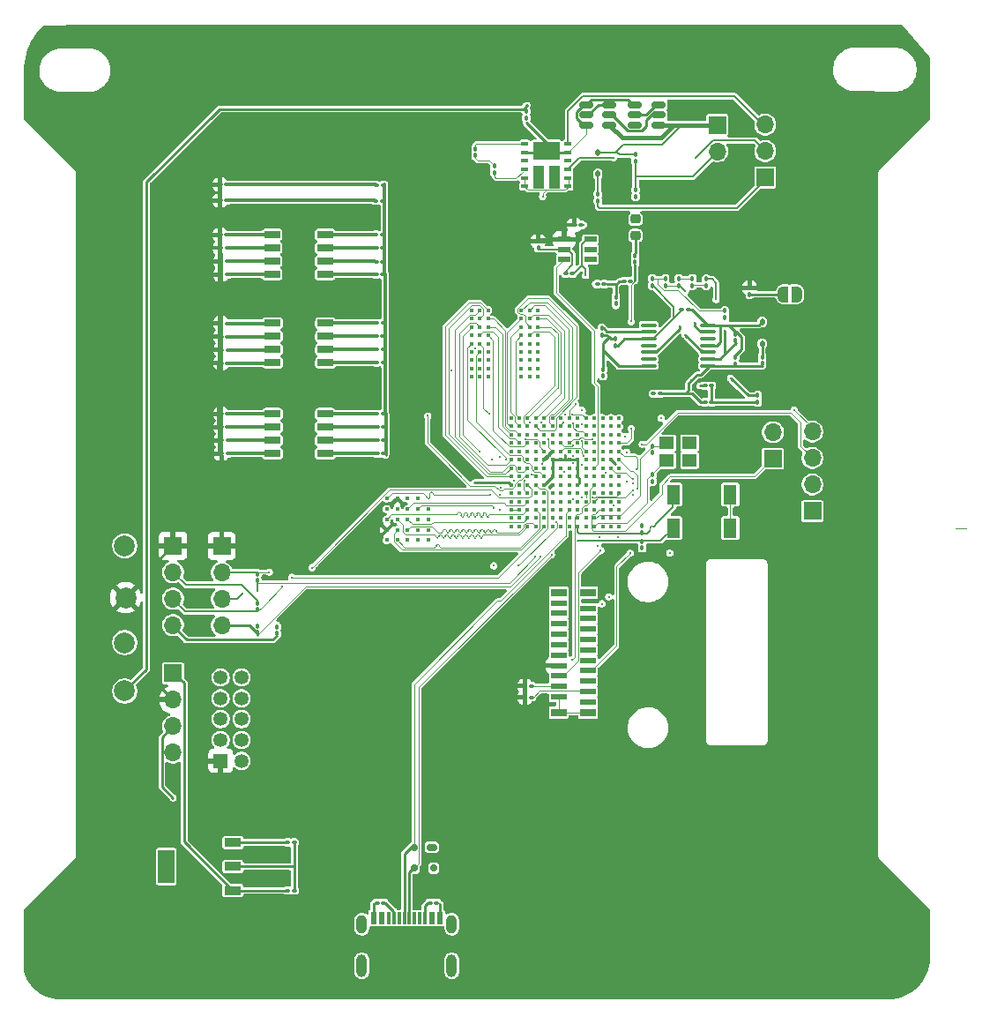
<source format=gbr>
%TF.GenerationSoftware,KiCad,Pcbnew,9.0.0*%
%TF.CreationDate,2025-05-05T21:38:29-04:00*%
%TF.ProjectId,payload_board,7061796c-6f61-4645-9f62-6f6172642e6b,rev?*%
%TF.SameCoordinates,Original*%
%TF.FileFunction,Copper,L1,Top*%
%TF.FilePolarity,Positive*%
%FSLAX45Y45*%
G04 Gerber Fmt 4.5, Leading zero omitted, Abs format (unit mm)*
G04 Created by KiCad (PCBNEW 9.0.0) date 2025-05-05 21:38:29*
%MOMM*%
%LPD*%
G01*
G04 APERTURE LIST*
G04 Aperture macros list*
%AMRoundRect*
0 Rectangle with rounded corners*
0 $1 Rounding radius*
0 $2 $3 $4 $5 $6 $7 $8 $9 X,Y pos of 4 corners*
0 Add a 4 corners polygon primitive as box body*
4,1,4,$2,$3,$4,$5,$6,$7,$8,$9,$2,$3,0*
0 Add four circle primitives for the rounded corners*
1,1,$1+$1,$2,$3*
1,1,$1+$1,$4,$5*
1,1,$1+$1,$6,$7*
1,1,$1+$1,$8,$9*
0 Add four rect primitives between the rounded corners*
20,1,$1+$1,$2,$3,$4,$5,0*
20,1,$1+$1,$4,$5,$6,$7,0*
20,1,$1+$1,$6,$7,$8,$9,0*
20,1,$1+$1,$8,$9,$2,$3,0*%
%AMFreePoly0*
4,1,23,0.500000,-0.750000,0.000000,-0.750000,0.000000,-0.745722,-0.065263,-0.745722,-0.191342,-0.711940,-0.304381,-0.646677,-0.396677,-0.554381,-0.461940,-0.441342,-0.495722,-0.315263,-0.495722,-0.250000,-0.500000,-0.250000,-0.500000,0.250000,-0.495722,0.250000,-0.495722,0.315263,-0.461940,0.441342,-0.396677,0.554381,-0.304381,0.646677,-0.191342,0.711940,-0.065263,0.745722,0.000000,0.745722,
0.000000,0.750000,0.500000,0.750000,0.500000,-0.750000,0.500000,-0.750000,$1*%
%AMFreePoly1*
4,1,23,0.000000,0.745722,0.065263,0.745722,0.191342,0.711940,0.304381,0.646677,0.396677,0.554381,0.461940,0.441342,0.495722,0.315263,0.495722,0.250000,0.500000,0.250000,0.500000,-0.250000,0.495722,-0.250000,0.495722,-0.315263,0.461940,-0.441342,0.396677,-0.554381,0.304381,-0.646677,0.191342,-0.711940,0.065263,-0.745722,0.000000,-0.745722,0.000000,-0.750000,-0.500000,-0.750000,
-0.500000,0.750000,0.000000,0.750000,0.000000,0.745722,0.000000,0.745722,$1*%
G04 Aperture macros list end*
%TA.AperFunction,EtchedComponent*%
%ADD10C,0.000000*%
%TD*%
%TA.AperFunction,SMDPad,CuDef*%
%ADD11FreePoly0,0.000000*%
%TD*%
%TA.AperFunction,SMDPad,CuDef*%
%ADD12FreePoly1,0.000000*%
%TD*%
%TA.AperFunction,SMDPad,CuDef*%
%ADD13RoundRect,0.100000X0.130000X0.100000X-0.130000X0.100000X-0.130000X-0.100000X0.130000X-0.100000X0*%
%TD*%
%TA.AperFunction,SMDPad,CuDef*%
%ADD14RoundRect,0.100000X0.100000X-0.130000X0.100000X0.130000X-0.100000X0.130000X-0.100000X-0.130000X0*%
%TD*%
%TA.AperFunction,SMDPad,CuDef*%
%ADD15RoundRect,0.100000X-0.130000X-0.100000X0.130000X-0.100000X0.130000X0.100000X-0.130000X0.100000X0*%
%TD*%
%TA.AperFunction,ComponentPad*%
%ADD16C,2.000000*%
%TD*%
%TA.AperFunction,ComponentPad*%
%ADD17R,1.700000X1.700000*%
%TD*%
%TA.AperFunction,ComponentPad*%
%ADD18O,1.700000X1.700000*%
%TD*%
%TA.AperFunction,SMDPad,CuDef*%
%ADD19RoundRect,0.100000X-0.100000X0.130000X-0.100000X-0.130000X0.100000X-0.130000X0.100000X0.130000X0*%
%TD*%
%TA.AperFunction,SMDPad,CuDef*%
%ADD20C,0.410000*%
%TD*%
%TA.AperFunction,SMDPad,CuDef*%
%ADD21RoundRect,0.175000X-0.325000X0.175000X-0.325000X-0.175000X0.325000X-0.175000X0.325000X0.175000X0*%
%TD*%
%TA.AperFunction,SMDPad,CuDef*%
%ADD22RoundRect,0.150000X-0.150000X0.200000X-0.150000X-0.200000X0.150000X-0.200000X0.150000X0.200000X0*%
%TD*%
%TA.AperFunction,SMDPad,CuDef*%
%ADD23R,1.600200X0.838200*%
%TD*%
%TA.AperFunction,SMDPad,CuDef*%
%ADD24RoundRect,0.218750X-0.256250X0.218750X-0.256250X-0.218750X0.256250X-0.218750X0.256250X0.218750X0*%
%TD*%
%TA.AperFunction,SMDPad,CuDef*%
%ADD25R,0.650000X0.400000*%
%TD*%
%TA.AperFunction,SMDPad,CuDef*%
%ADD26R,2.500000X1.780000*%
%TD*%
%TA.AperFunction,SMDPad,CuDef*%
%ADD27R,1.000000X2.170000*%
%TD*%
%TA.AperFunction,SMDPad,CuDef*%
%ADD28RoundRect,0.190000X0.610000X0.190000X-0.610000X0.190000X-0.610000X-0.190000X0.610000X-0.190000X0*%
%TD*%
%TA.AperFunction,SMDPad,CuDef*%
%ADD29R,1.150000X0.600000*%
%TD*%
%TA.AperFunction,SMDPad,CuDef*%
%ADD30RoundRect,0.112500X-0.112500X0.187500X-0.112500X-0.187500X0.112500X-0.187500X0.112500X0.187500X0*%
%TD*%
%TA.AperFunction,SMDPad,CuDef*%
%ADD31R,1.400000X1.200000*%
%TD*%
%TA.AperFunction,SMDPad,CuDef*%
%ADD32R,0.590000X1.150000*%
%TD*%
%TA.AperFunction,SMDPad,CuDef*%
%ADD33R,0.298000X1.150000*%
%TD*%
%TA.AperFunction,ComponentPad*%
%ADD34O,1.000000X2.200000*%
%TD*%
%TA.AperFunction,ComponentPad*%
%ADD35O,1.000000X1.800000*%
%TD*%
%TA.AperFunction,SMDPad,CuDef*%
%ADD36C,0.370000*%
%TD*%
%TA.AperFunction,ComponentPad*%
%ADD37R,1.350000X1.350000*%
%TD*%
%TA.AperFunction,ComponentPad*%
%ADD38C,1.350000*%
%TD*%
%TA.AperFunction,SMDPad,CuDef*%
%ADD39RoundRect,0.150000X-0.512500X-0.150000X0.512500X-0.150000X0.512500X0.150000X-0.512500X0.150000X0*%
%TD*%
%TA.AperFunction,SMDPad,CuDef*%
%ADD40R,1.300000X1.900000*%
%TD*%
%TA.AperFunction,SMDPad,CuDef*%
%ADD41RoundRect,0.100000X-0.637500X-0.100000X0.637500X-0.100000X0.637500X0.100000X-0.637500X0.100000X0*%
%TD*%
%TA.AperFunction,SMDPad,CuDef*%
%ADD42R,1.500000X0.600000*%
%TD*%
%TA.AperFunction,SMDPad,CuDef*%
%ADD43R,1.500000X0.800000*%
%TD*%
%TA.AperFunction,SMDPad,CuDef*%
%ADD44C,0.394000*%
%TD*%
%TA.AperFunction,ViaPad*%
%ADD45C,0.300000*%
%TD*%
%TA.AperFunction,Conductor*%
%ADD46C,0.100000*%
%TD*%
%TA.AperFunction,Conductor*%
%ADD47C,0.300000*%
%TD*%
%TA.AperFunction,Conductor*%
%ADD48C,0.200000*%
%TD*%
%TA.AperFunction,Conductor*%
%ADD49C,0.250000*%
%TD*%
%TA.AperFunction,Conductor*%
%ADD50C,0.400000*%
%TD*%
G04 APERTURE END LIST*
D10*
%TA.AperFunction,EtchedComponent*%
%TO.C,U2*%
G36*
X15829930Y-13042480D02*
G01*
X15669910Y-13042480D01*
X15669910Y-12727520D01*
X15829930Y-12727520D01*
X15829930Y-13042480D01*
G37*
%TD.AperFunction*%
%TD*%
D11*
%TO.P,JP1,1,A*%
%TO.N,Net-(JP1-A)*%
X21675000Y-7391400D03*
D12*
%TO.P,JP1,2,B*%
%TO.N,~{RESET}*%
X21805000Y-7391400D03*
%TD*%
D13*
%TO.P,C49,1*%
%TO.N,GND*%
X20987000Y-8427500D03*
%TO.P,C49,2*%
%TO.N,Net-(U4C--)*%
X20923000Y-8427500D03*
%TD*%
D14*
%TO.P,R62,1*%
%TO.N,Net-(JP1-A)*%
X21352500Y-7392000D03*
%TO.P,R62,2*%
%TO.N,+3V3*%
X21352500Y-7328000D03*
%TD*%
D13*
%TO.P,R51,1*%
%TO.N,Net-(C45-Pad2)*%
X19956000Y-7292500D03*
%TO.P,R51,2*%
%TO.N,GND*%
X19892000Y-7292500D03*
%TD*%
%TO.P,C48,1,1*%
%TO.N,WDT_BIAS*%
X19649000Y-7192500D03*
%TO.P,C48,2,2*%
%TO.N,GND*%
X19585000Y-7192500D03*
%TD*%
%TO.P,R3,1*%
%TO.N,GND*%
X17828000Y-7080000D03*
%TO.P,R3,2*%
%TO.N,GPIO_B0_06*%
X17764000Y-7080000D03*
%TD*%
%TO.P,C45,1*%
%TO.N,WDT_WDI*%
X20209500Y-7265000D03*
%TO.P,C45,2*%
%TO.N,Net-(C45-Pad2)*%
X20145500Y-7265000D03*
%TD*%
D15*
%TO.P,R25,1*%
%TO.N,+3V3*%
X16278000Y-8920000D03*
%TO.P,R25,2*%
%TO.N,Net-(R25-Pad2)*%
X16342000Y-8920000D03*
%TD*%
%TO.P,R17,1*%
%TO.N,+3V3*%
X16269500Y-6945000D03*
%TO.P,R17,2*%
%TO.N,Net-(R17-Pad2)*%
X16333500Y-6945000D03*
%TD*%
D16*
%TO.P,TP7,1,1*%
%TO.N,GND*%
X15350000Y-10735000D03*
%TD*%
D15*
%TO.P,R27,1*%
%TO.N,+3V3*%
X16275500Y-8667500D03*
%TO.P,R27,2*%
%TO.N,Net-(R27-Pad2)*%
X16339500Y-8667500D03*
%TD*%
D13*
%TO.P,R61,1*%
%TO.N,Net-(U4D-+)*%
X20764500Y-7535000D03*
%TO.P,R61,2*%
%TO.N,WDT_BIAS*%
X20700500Y-7535000D03*
%TD*%
D15*
%TO.P,C7,1*%
%TO.N,VBUS*%
X16915000Y-13115000D03*
%TO.P,C7,2*%
%TO.N,GND*%
X16979000Y-13115000D03*
%TD*%
D13*
%TO.P,C50,1*%
%TO.N,GND*%
X20987000Y-8270000D03*
%TO.P,C50,2*%
%TO.N,Net-(U4C--)*%
X20923000Y-8270000D03*
%TD*%
D17*
%TO.P,J6,1,Pin_1*%
%TO.N,+3V3*%
X15815000Y-9805000D03*
D18*
%TO.P,J6,2,Pin_2*%
%TO.N,Net-(J6-Pin_2)*%
X15815000Y-10059000D03*
%TO.P,J6,3,Pin_3*%
%TO.N,LPI2C3_SCL*%
X15815000Y-10313000D03*
%TO.P,J6,4,Pin_4*%
%TO.N,LPI2C3_SDA*%
X15815000Y-10567000D03*
%TD*%
D19*
%TO.P,R34,1*%
%TO.N,FIRE_DEPLOY1_A*%
X18720000Y-5995500D03*
%TO.P,R34,2*%
%TO.N,GND*%
X18720000Y-6059500D03*
%TD*%
D15*
%TO.P,R15,1*%
%TO.N,+3V3*%
X16272000Y-7202500D03*
%TO.P,R15,2*%
%TO.N,Net-(R15-Pad2)*%
X16336000Y-7202500D03*
%TD*%
D13*
%TO.P,R13,1*%
%TO.N,GND*%
X17832000Y-8540000D03*
%TO.P,R13,2*%
%TO.N,GPIO_AD_B0_04*%
X17768000Y-8540000D03*
%TD*%
D17*
%TO.P,J11,1,Pin_1*%
%TO.N,LPSPI4_PCSO*%
X21955000Y-9472000D03*
D18*
%TO.P,J11,2,Pin_2*%
%TO.N,LPSPI4_SDI*%
X21955000Y-9218000D03*
%TO.P,J11,3,Pin_3*%
%TO.N,LPSPI4_SDO*%
X21955000Y-8964000D03*
%TO.P,J11,4,Pin_4*%
%TO.N,LPSPI4_SCK*%
X21955000Y-8710000D03*
%TD*%
D13*
%TO.P,R6,1*%
%TO.N,GND*%
X17832000Y-8045000D03*
%TO.P,R6,2*%
%TO.N,GPIO_B0_09*%
X17768000Y-8045000D03*
%TD*%
D14*
%TO.P,C47,1*%
%TO.N,GND*%
X19945000Y-8174500D03*
%TO.P,C47,2*%
%TO.N,Net-(U4B-+)*%
X19945000Y-8110500D03*
%TD*%
D20*
%TO.P,IC1,A1,VSS_1*%
%TO.N,GND*%
X19320000Y-8185000D03*
%TO.P,IC1,A2,DQ15*%
%TO.N,DQ15*%
X19240000Y-8185000D03*
%TO.P,IC1,A3,VSSQ_1*%
%TO.N,GND*%
X19160000Y-8185000D03*
%TO.P,IC1,A7,VDDQ_1*%
%TO.N,+3V3*%
X18840000Y-8185000D03*
%TO.P,IC1,A8,DQ0*%
%TO.N,DQ0*%
X18760000Y-8185000D03*
%TO.P,IC1,A9,VDD_1*%
%TO.N,+3V3*%
X18680000Y-8185000D03*
%TO.P,IC1,B1,DQ14*%
%TO.N,DQ14*%
X19320000Y-8105000D03*
%TO.P,IC1,B2,DQ13*%
%TO.N,DQ13*%
X19240000Y-8105000D03*
%TO.P,IC1,B3,VDDQ_2*%
%TO.N,+3V3*%
X19160000Y-8105000D03*
%TO.P,IC1,B7,VSSQ_2*%
%TO.N,GND*%
X18840000Y-8105000D03*
%TO.P,IC1,B8,DQ2*%
%TO.N,DQ2*%
X18760000Y-8105000D03*
%TO.P,IC1,B9,DQ1*%
%TO.N,DQ1*%
X18680000Y-8105000D03*
%TO.P,IC1,C1,DQ12*%
%TO.N,DQ12*%
X19320000Y-8025000D03*
%TO.P,IC1,C2,DQ11*%
%TO.N,DQ11*%
X19240000Y-8025000D03*
%TO.P,IC1,C3,VSSQ_3*%
%TO.N,GND*%
X19160000Y-8025000D03*
%TO.P,IC1,C7,VDDQ_3*%
%TO.N,+3V3*%
X18840000Y-8025000D03*
%TO.P,IC1,C8,DQ4*%
%TO.N,DQ4*%
X18760000Y-8025000D03*
%TO.P,IC1,C9,DQ3*%
%TO.N,DQ3*%
X18680000Y-8025000D03*
%TO.P,IC1,D1,DQ10*%
%TO.N,DQ10*%
X19320000Y-7945000D03*
%TO.P,IC1,D2,DQ9*%
%TO.N,DQ9*%
X19240000Y-7945000D03*
%TO.P,IC1,D3,VDDQ_4*%
%TO.N,+3V3*%
X19160000Y-7945000D03*
%TO.P,IC1,D7,VSSQ_4*%
%TO.N,GND*%
X18840000Y-7945000D03*
%TO.P,IC1,D8,DQ6*%
%TO.N,DQ6*%
X18760000Y-7945000D03*
%TO.P,IC1,D9,DQ5*%
%TO.N,DQ5*%
X18680000Y-7945000D03*
%TO.P,IC1,E1,DQ8*%
%TO.N,DQ8*%
X19320000Y-7865000D03*
%TO.P,IC1,E2,NC*%
%TO.N,unconnected-(IC1-NC-PadE2)*%
X19240000Y-7865000D03*
%TO.P,IC1,E3,VSS_2*%
%TO.N,GND*%
X19160000Y-7865000D03*
%TO.P,IC1,E7,VDD_2*%
%TO.N,+3V3*%
X18840000Y-7865000D03*
%TO.P,IC1,E8,LDQM*%
%TO.N,DQML*%
X18760000Y-7865000D03*
%TO.P,IC1,E9,DQ7*%
%TO.N,DQ7*%
X18680000Y-7865000D03*
%TO.P,IC1,F1,UDQM*%
%TO.N,DQMH*%
X19320000Y-7785000D03*
%TO.P,IC1,F2,CLK*%
%TO.N,CLK*%
X19240000Y-7785000D03*
%TO.P,IC1,F3,CKE*%
%TO.N,CKE*%
X19160000Y-7785000D03*
%TO.P,IC1,F7,CAS#*%
%TO.N,~{CAS}*%
X18840000Y-7785000D03*
%TO.P,IC1,F8,RAS#*%
%TO.N,~{RAS}*%
X18760000Y-7785000D03*
%TO.P,IC1,F9,WE#*%
%TO.N,~{WE}*%
X18680000Y-7785000D03*
%TO.P,IC1,G1,A12*%
%TO.N,A12*%
X19320000Y-7705000D03*
%TO.P,IC1,G2,A11*%
%TO.N,A11*%
X19240000Y-7705000D03*
%TO.P,IC1,G3,A9*%
%TO.N,A9*%
X19160000Y-7705000D03*
%TO.P,IC1,G7,BA0*%
%TO.N,BA0*%
X18840000Y-7705000D03*
%TO.P,IC1,G8,BA1*%
%TO.N,BA1*%
X18760000Y-7705000D03*
%TO.P,IC1,G9,CS#*%
%TO.N,~{CS}*%
X18680000Y-7705000D03*
%TO.P,IC1,H1,A8*%
%TO.N,A8*%
X19320000Y-7625000D03*
%TO.P,IC1,H2,A7*%
%TO.N,A7*%
X19240000Y-7625000D03*
%TO.P,IC1,H3,A6*%
%TO.N,A6*%
X19160000Y-7625000D03*
%TO.P,IC1,H7,A0*%
%TO.N,A0*%
X18840000Y-7625000D03*
%TO.P,IC1,H8,A1*%
%TO.N,A1*%
X18760000Y-7625000D03*
%TO.P,IC1,H9,A10*%
%TO.N,A10*%
X18680000Y-7625000D03*
%TO.P,IC1,J1,VSS_3*%
%TO.N,GND*%
X19320000Y-7545000D03*
%TO.P,IC1,J2,A5*%
%TO.N,A5*%
X19240000Y-7545000D03*
%TO.P,IC1,J3,A4*%
%TO.N,A4*%
X19160000Y-7545000D03*
%TO.P,IC1,J7,A3*%
%TO.N,A3*%
X18840000Y-7545000D03*
%TO.P,IC1,J8,A2*%
%TO.N,A2*%
X18760000Y-7545000D03*
%TO.P,IC1,J9,VDD_3*%
%TO.N,+3V3*%
X18680000Y-7545000D03*
%TD*%
D21*
%TO.P,D1,1,GND*%
%TO.N,GND*%
X18300000Y-12700000D03*
D22*
%TO.P,D1,2,I/O1*%
%TO.N,USB_DN_1*%
X18130000Y-12700000D03*
%TO.P,D1,3,I/O2*%
%TO.N,USB_DP_1*%
X18130000Y-12900000D03*
%TO.P,D1,4,VCC*%
%TO.N,VBUS*%
X18320000Y-12900000D03*
%TD*%
D19*
%TO.P,R42,1*%
%TO.N,Net-(J6-Pin_2)*%
X16625000Y-10354000D03*
%TO.P,R42,2*%
%TO.N,LPI2C3_SCL*%
X16625000Y-10418000D03*
%TD*%
%TO.P,R52,1*%
%TO.N,Net-(C45-Pad2)*%
X20067500Y-7416500D03*
%TO.P,R52,2*%
%TO.N,Net-(U4A--)*%
X20067500Y-7480500D03*
%TD*%
D15*
%TO.P,R26,1*%
%TO.N,+3V3*%
X16278000Y-8795000D03*
%TO.P,R26,2*%
%TO.N,Net-(R26-Pad2)*%
X16342000Y-8795000D03*
%TD*%
D14*
%TO.P,R47,1*%
%TO.N,Net-(U4D--)*%
X20673000Y-7306000D03*
%TO.P,R47,2*%
%TO.N,Net-(U4B--)*%
X20673000Y-7242000D03*
%TD*%
D23*
%TO.P,U2,1,IN*%
%TO.N,VBUS*%
X16390000Y-13115000D03*
%TO.P,U2,2,GND*%
%TO.N,GND*%
X16390000Y-12885000D03*
%TO.P,U2,3,OUT*%
%TO.N,DCDC_IN*%
X16390000Y-12655000D03*
%TD*%
D24*
%TO.P,D3,1,K*%
%TO.N,GND*%
X20255000Y-6670000D03*
%TO.P,D3,2,A*%
%TO.N,Net-(D3-A)*%
X20255000Y-6827500D03*
%TD*%
D15*
%TO.P,R63,1*%
%TO.N,+3V3*%
X16268000Y-6340000D03*
%TO.P,R63,2*%
%TO.N,GPIO_B0_04*%
X16332000Y-6340000D03*
%TD*%
D19*
%TO.P,R43,1*%
%TO.N,Net-(J7-Pin_2)*%
X16625000Y-10076500D03*
%TO.P,R43,2*%
%TO.N,LPI2C4_SCL*%
X16625000Y-10140500D03*
%TD*%
D25*
%TO.P,Q1,1,G1*%
%TO.N,FIRE_DEPLOY1_A*%
X19192457Y-5948468D03*
%TO.P,Q1,2,D1/D4*%
%TO.N,Net-(Q2A-G)*%
X19192457Y-6029748D03*
%TO.P,Q1,3,S1/D2*%
%TO.N,unconnected-(Q1-S1{slash}D2-Pad3)*%
X19192457Y-6111028D03*
%TO.P,Q1,4,G2*%
%TO.N,FIRE_DEPLOY1_B*%
X19192457Y-6192308D03*
%TO.P,Q1,5,S2*%
%TO.N,GND*%
X19192457Y-6273588D03*
%TO.P,Q1,6,S2*%
X19192457Y-6354868D03*
%TO.P,Q1,7,S3*%
X19607518Y-6354843D03*
%TO.P,Q1,8,S3*%
X19607518Y-6273563D03*
%TO.P,Q1,9,G3*%
%TO.N,FIRE_DEPLOY1_A*%
X19607518Y-6192283D03*
%TO.P,Q1,10,D3/S4*%
%TO.N,unconnected-(Q1-D3{slash}S4-Pad10)*%
X19607518Y-6111003D03*
%TO.P,Q1,11,D1/D4*%
%TO.N,Net-(Q2A-G)*%
X19607518Y-6029723D03*
%TO.P,Q1,12,G4*%
%TO.N,FIRE_DEPLOY1_B*%
X19607518Y-5948443D03*
D26*
%TO.P,Q1,13,D1/D4*%
%TO.N,Net-(Q2A-G)*%
X19400000Y-6017500D03*
D27*
%TO.P,Q1,14,S1/D2*%
%TO.N,unconnected-(Q1-S1{slash}D2-Pad14)*%
X19324994Y-6264876D03*
%TO.P,Q1,15,D3/S4*%
%TO.N,unconnected-(Q1-D3{slash}S4-Pad15)*%
X19475286Y-6264977D03*
%TD*%
D14*
%TO.P,R57,1*%
%TO.N,Net-(U4C-+)*%
X21115000Y-7615000D03*
%TO.P,R57,2*%
%TO.N,Net-(R45-Pad2)*%
X21115000Y-7551000D03*
%TD*%
D17*
%TO.P,J9,1,Pin_1*%
%TO.N,TEST_ANTENNAS*%
X21502500Y-6270000D03*
D18*
%TO.P,J9,2,Pin_2*%
%TO.N,FIRE_DEPLOY1_A*%
X21502500Y-6016000D03*
%TO.P,J9,3,Pin_3*%
%TO.N,FIRE_DEPLOY1_B*%
X21502500Y-5762000D03*
%TD*%
D28*
%TO.P,SW2,1*%
%TO.N,GPIO_B0_09*%
X17279000Y-8050500D03*
%TO.P,SW2,2*%
%TO.N,GPIO_B0_11*%
X17279000Y-7923500D03*
%TO.P,SW2,3*%
%TO.N,GPIO_B0_12*%
X17279000Y-7796500D03*
%TO.P,SW2,4*%
%TO.N,GPIO_B0_14*%
X17279000Y-7669500D03*
%TO.P,SW2,5*%
%TO.N,Net-(R22-Pad2)*%
X16771000Y-7669500D03*
%TO.P,SW2,6*%
%TO.N,Net-(R21-Pad2)*%
X16771000Y-7796500D03*
%TO.P,SW2,7*%
%TO.N,Net-(R20-Pad2)*%
X16771000Y-7923500D03*
%TO.P,SW2,8*%
%TO.N,Net-(R19-Pad2)*%
X16771000Y-8050500D03*
%TD*%
D19*
%TO.P,R48,1*%
%TO.N,Net-(U4B--)*%
X20803000Y-7242000D03*
%TO.P,R48,2*%
%TO.N,/Watchdog/WDT-VP*%
X20803000Y-7306000D03*
%TD*%
D29*
%TO.P,U5,1,Input*%
%TO.N,+3V3*%
X19572500Y-6865000D03*
%TO.P,U5,2,GND*%
%TO.N,GND*%
X19572500Y-6960000D03*
%TO.P,U5,3,EN*%
%TO.N,WDT_ENABLE*%
X19572500Y-7055000D03*
%TO.P,U5,4,~{Fault}*%
%TO.N,unconnected-(U5-~{Fault}-Pad4)*%
X19822500Y-7055000D03*
%TO.P,U5,5,ILIM*%
%TO.N,Net-(U5-ILIM)*%
X19822500Y-6960000D03*
%TO.P,U5,6,Output*%
%TO.N,WDT_BIAS*%
X19822500Y-6865000D03*
%TD*%
D30*
%TO.P,D4,1,1*%
%TO.N,Net-(U4D-+)*%
X21472500Y-7657500D03*
%TO.P,D4,2,2*%
%TO.N,Net-(D4-Pad2)*%
X21472500Y-7867500D03*
%TD*%
D15*
%TO.P,R53,1*%
%TO.N,+3V3*%
X19670500Y-6725000D03*
%TO.P,R53,2*%
%TO.N,Net-(U5-ILIM)*%
X19734500Y-6725000D03*
%TD*%
D16*
%TO.P,TP5,1,1*%
%TO.N,VBUS*%
X15350000Y-9805000D03*
%TD*%
D15*
%TO.P,R28,1*%
%TO.N,+3V3*%
X16274500Y-8540000D03*
%TO.P,R28,2*%
%TO.N,Net-(R28-Pad2)*%
X16338500Y-8540000D03*
%TD*%
D16*
%TO.P,TP8,1,1*%
%TO.N,VBUSP*%
X15350000Y-11200000D03*
%TD*%
D15*
%TO.P,R18,1*%
%TO.N,+3V3*%
X16267000Y-6822500D03*
%TO.P,R18,2*%
%TO.N,Net-(R18-Pad2)*%
X16331000Y-6822500D03*
%TD*%
D30*
%TO.P,D2,1,1*%
%TO.N,DEPLOY1*%
X19895000Y-6027500D03*
%TO.P,D2,2,2*%
%TO.N,Net-(D2-Pad2)*%
X19895000Y-6237500D03*
%TD*%
D28*
%TO.P,SW3,1*%
%TO.N,GPIO_B0_10*%
X17278000Y-8921000D03*
%TO.P,SW3,2*%
%TO.N,GPIO_B0_13*%
X17278000Y-8794000D03*
%TO.P,SW3,3*%
%TO.N,GPIO_AD_B0_05*%
X17278000Y-8667000D03*
%TO.P,SW3,4*%
%TO.N,GPIO_AD_B0_04*%
X17278000Y-8540000D03*
%TO.P,SW3,5*%
%TO.N,Net-(R28-Pad2)*%
X16770000Y-8540000D03*
%TO.P,SW3,6*%
%TO.N,Net-(R27-Pad2)*%
X16770000Y-8667000D03*
%TO.P,SW3,7*%
%TO.N,Net-(R26-Pad2)*%
X16770000Y-8794000D03*
%TO.P,SW3,8*%
%TO.N,Net-(R25-Pad2)*%
X16770000Y-8921000D03*
%TD*%
D13*
%TO.P,R8,1*%
%TO.N,GND*%
X17832000Y-7920000D03*
%TO.P,R8,2*%
%TO.N,GPIO_B0_11*%
X17768000Y-7920000D03*
%TD*%
D19*
%TO.P,R41,1*%
%TO.N,Net-(J7-Pin_2)*%
X16625000Y-10576500D03*
%TO.P,R41,2*%
%TO.N,LPI2C4_SDA*%
X16625000Y-10640500D03*
%TD*%
D13*
%TO.P,R1,1*%
%TO.N,GND*%
X17832000Y-6345000D03*
%TO.P,R1,2*%
%TO.N,GPIO_B0_04*%
X17768000Y-6345000D03*
%TD*%
%TO.P,R14,1*%
%TO.N,GND*%
X17837000Y-8665000D03*
%TO.P,R14,2*%
%TO.N,GPIO_AD_B0_05*%
X17773000Y-8665000D03*
%TD*%
D15*
%TO.P,R66,1*%
%TO.N,+3V3*%
X19194000Y-11152500D03*
%TO.P,R66,2*%
%TO.N,LPI2C1_SCL*%
X19258000Y-11152500D03*
%TD*%
D19*
%TO.P,R54,1*%
%TO.N,Net-(R54-Pad1)*%
X19932500Y-7720500D03*
%TO.P,R54,2*%
%TO.N,Net-(U4B-+)*%
X19932500Y-7784500D03*
%TD*%
D17*
%TO.P,J7,1,Pin_1*%
%TO.N,+3V3*%
X16282500Y-9807500D03*
D18*
%TO.P,J7,2,Pin_2*%
%TO.N,Net-(J7-Pin_2)*%
X16282500Y-10061500D03*
%TO.P,J7,3,Pin_3*%
%TO.N,LPI2C4_SCL*%
X16282500Y-10315500D03*
%TO.P,J7,4,Pin_4*%
%TO.N,LPI2C4_SDA*%
X16282500Y-10569500D03*
%TD*%
D28*
%TO.P,SW1,1*%
%TO.N,GPIO_B0_05*%
X17274000Y-7200500D03*
%TO.P,SW1,2*%
%TO.N,GPIO_B0_06*%
X17274000Y-7073500D03*
%TO.P,SW1,3*%
%TO.N,GPIO_B0_07*%
X17274000Y-6946500D03*
%TO.P,SW1,4*%
%TO.N,GPIO_B0_08*%
X17274000Y-6819500D03*
%TO.P,SW1,5*%
%TO.N,Net-(R18-Pad2)*%
X16766000Y-6819500D03*
%TO.P,SW1,6*%
%TO.N,Net-(R17-Pad2)*%
X16766000Y-6946500D03*
%TO.P,SW1,7*%
%TO.N,Net-(R16-Pad2)*%
X16766000Y-7073500D03*
%TO.P,SW1,8*%
%TO.N,Net-(R15-Pad2)*%
X16766000Y-7200500D03*
%TD*%
D15*
%TO.P,R21,1*%
%TO.N,+3V3*%
X16274500Y-7797500D03*
%TO.P,R21,2*%
%TO.N,Net-(R21-Pad2)*%
X16338500Y-7797500D03*
%TD*%
D31*
%TO.P,Y2,1,1*%
%TO.N,Net-(U1D-XTALI)*%
X20555000Y-8987500D03*
%TO.P,Y2,2,2*%
%TO.N,GND*%
X20775000Y-8987500D03*
%TO.P,Y2,3,3*%
X20775000Y-8817500D03*
%TO.P,Y2,4,4*%
%TO.N,Net-(U1D-XTALO)*%
X20555000Y-8817500D03*
%TD*%
D19*
%TO.P,R37,1*%
%TO.N,DEPLOY1*%
X20255000Y-6051000D03*
%TO.P,R37,2*%
%TO.N,READ_DEPLOY1*%
X20255000Y-6115000D03*
%TD*%
%TO.P,R38,1*%
%TO.N,READ_DEPLOY1*%
X20257500Y-6388000D03*
%TO.P,R38,2*%
%TO.N,GND*%
X20257500Y-6452000D03*
%TD*%
D13*
%TO.P,R12,1*%
%TO.N,GND*%
X17827000Y-6495000D03*
%TO.P,R12,2*%
%TO.N,GPIO_B0_15*%
X17763000Y-6495000D03*
%TD*%
D19*
%TO.P,R60,1*%
%TO.N,Net-(U4D-+)*%
X21215000Y-7996500D03*
%TO.P,R60,2*%
%TO.N,Net-(U4C--)*%
X21215000Y-8060500D03*
%TD*%
D14*
%TO.P,R59,1*%
%TO.N,Net-(U4C-+)*%
X21217500Y-7836000D03*
%TO.P,R59,2*%
%TO.N,Net-(U4D-+)*%
X21217500Y-7772000D03*
%TD*%
D19*
%TO.P,C32,1*%
%TO.N,Net-(U1D-XTALI)*%
X20420000Y-9125000D03*
%TO.P,C32,2*%
%TO.N,GND*%
X20420000Y-9189000D03*
%TD*%
D13*
%TO.P,R5,1*%
%TO.N,GND*%
X17827000Y-6820000D03*
%TO.P,R5,2*%
%TO.N,GPIO_B0_08*%
X17763000Y-6820000D03*
%TD*%
D15*
%TO.P,R22,1*%
%TO.N,+3V3*%
X16273000Y-7670000D03*
%TO.P,R22,2*%
%TO.N,Net-(R22-Pad2)*%
X16337000Y-7670000D03*
%TD*%
%TO.P,C10,1*%
%TO.N,DCDC_IN*%
X16915500Y-12652500D03*
%TO.P,C10,2*%
%TO.N,GND*%
X16979500Y-12652500D03*
%TD*%
%TO.P,R31,1*%
%TO.N,GND*%
X17773200Y-13233400D03*
%TO.P,R31,2*%
%TO.N,Net-(J2-CC1)*%
X17837200Y-13233400D03*
%TD*%
%TO.P,R32,1*%
%TO.N,Net-(J2-CC2)*%
X18281200Y-13233400D03*
%TO.P,R32,2*%
%TO.N,GND*%
X18345200Y-13233400D03*
%TD*%
%TO.P,R64,1*%
%TO.N,+3V3*%
X16268000Y-6490000D03*
%TO.P,R64,2*%
%TO.N,GPIO_B0_15*%
X16332000Y-6490000D03*
%TD*%
%TO.P,R65,1*%
%TO.N,+3V3*%
X19194000Y-11260000D03*
%TO.P,R65,2*%
%TO.N,LPI2C1_SDA*%
X19258000Y-11260000D03*
%TD*%
D19*
%TO.P,R35,1*%
%TO.N,VBUSP*%
X19207500Y-5633000D03*
%TO.P,R35,2*%
%TO.N,Net-(Q2A-G)*%
X19207500Y-5697000D03*
%TD*%
D13*
%TO.P,R9,1*%
%TO.N,GND*%
X17831000Y-7795000D03*
%TO.P,R9,2*%
%TO.N,GPIO_B0_12*%
X17767000Y-7795000D03*
%TD*%
D19*
%TO.P,R58,1*%
%TO.N,Net-(D4-Pad2)*%
X21472500Y-7994000D03*
%TO.P,R58,2*%
%TO.N,Net-(U4C--)*%
X21472500Y-8058000D03*
%TD*%
D14*
%TO.P,R50,1*%
%TO.N,WDT_WDI*%
X20252500Y-7085500D03*
%TO.P,R50,2*%
%TO.N,Net-(D3-A)*%
X20252500Y-7021500D03*
%TD*%
D32*
%TO.P,J2,A1B12,GND1*%
%TO.N,GND*%
X17740000Y-13380000D03*
%TO.P,J2,A4B9,VBUS1*%
%TO.N,VBUS*%
X17820000Y-13380000D03*
D33*
%TO.P,J2,A5,CC1*%
%TO.N,Net-(J2-CC1)*%
X17935000Y-13380000D03*
%TO.P,J2,A6,DP1*%
%TO.N,USB_DN_1*%
X18035000Y-13380000D03*
%TO.P,J2,A7,DN1*%
%TO.N,USB_DP_1*%
X18085000Y-13380000D03*
%TO.P,J2,A8,SBU1*%
%TO.N,unconnected-(J2-SBU1-PadA8)*%
X18185000Y-13380000D03*
D32*
%TO.P,J2,B1A12,GND2*%
%TO.N,GND*%
X18380000Y-13380000D03*
%TO.P,J2,B4A9,VBUS2*%
%TO.N,VBUS*%
X18300000Y-13380000D03*
D33*
%TO.P,J2,B5,CC2*%
%TO.N,Net-(J2-CC2)*%
X18235000Y-13380000D03*
%TO.P,J2,B6,DP2*%
%TO.N,USB_DP*%
X18135000Y-13380000D03*
%TO.P,J2,B7,DN2*%
%TO.N,USB_DN*%
X17985000Y-13380000D03*
%TO.P,J2,B8,SBU2*%
%TO.N,unconnected-(J2-SBU2-PadB8)*%
X17885000Y-13380000D03*
D34*
%TO.P,J2,SH1,SHIELD1*%
%TO.N,GND*%
X17628000Y-13837500D03*
%TO.P,J2,SH2,SHIELD2*%
X18492000Y-13837500D03*
D35*
%TO.P,J2,SH3,SHIELD3*%
X17628000Y-13437500D03*
%TO.P,J2,SH4,SHIELD4*%
X18492000Y-13437500D03*
%TD*%
D13*
%TO.P,R4,1*%
%TO.N,GND*%
X17829500Y-6945000D03*
%TO.P,R4,2*%
%TO.N,GPIO_B0_07*%
X17765500Y-6945000D03*
%TD*%
D17*
%TO.P,J4,1,Pin_1*%
%TO.N,DEPLOY1*%
X21042500Y-5765000D03*
D18*
%TO.P,J4,2,Pin_2*%
%TO.N,READ_DEPLOY1*%
X21042500Y-6019000D03*
%TD*%
D36*
%TO.P,U3,A2,RFU*%
%TO.N,unconnected-(U3-RFU-PadA2)*%
X18267500Y-9452500D03*
%TO.P,U3,A3,RFU*%
%TO.N,unconnected-(U3-RFU-PadA3)*%
X18267500Y-9552500D03*
%TO.P,U3,A4,RESET#*%
%TO.N,+3V3*%
X18267500Y-9652500D03*
%TO.P,U3,A5,ERR#*%
%TO.N,Net-(U3-ERR#)*%
X18267500Y-9752500D03*
%TO.P,U3,B1,RFU*%
%TO.N,unconnected-(U3-RFU-PadB1)*%
X18167500Y-9352500D03*
%TO.P,U3,B2,C*%
%TO.N,A_OSCLK*%
X18167500Y-9452500D03*
%TO.P,U3,B3,Vss*%
%TO.N,GND*%
X18167500Y-9552500D03*
%TO.P,U3,B4,Vcc*%
%TO.N,+3V3*%
X18167500Y-9652500D03*
%TO.P,U3,B5,DNU(PSC)*%
%TO.N,GND*%
X18167500Y-9752500D03*
%TO.P,U3,C1,VssQ*%
X18067500Y-9352500D03*
%TO.P,U3,C2,S#*%
%TO.N,A_SS0*%
X18067500Y-9452500D03*
%TO.P,U3,C3,DQS*%
%TO.N,A_DQS*%
X18067500Y-9552500D03*
%TO.P,U3,C4,DQ2(W#)*%
%TO.N,ODQ2*%
X18067500Y-9652500D03*
%TO.P,U3,C5,Vpp(W#)*%
%TO.N,unconnected-(U3-Vpp(W#)-PadC5)*%
X18067500Y-9752500D03*
%TO.P,U3,D1,VccQ*%
%TO.N,+3V3*%
X17967500Y-9352500D03*
%TO.P,U3,D2,DQ1*%
%TO.N,ODQ1*%
X17967500Y-9452500D03*
%TO.P,U3,D3,DQ0*%
%TO.N,ODQ0*%
X17967500Y-9552500D03*
%TO.P,U3,D4,DQ3*%
%TO.N,ODQ3*%
X17967500Y-9652500D03*
%TO.P,U3,D5,DQ4*%
%TO.N,ODQ4*%
X17967500Y-9752500D03*
%TO.P,U3,E1,DQ7*%
%TO.N,ODQ7*%
X17867500Y-9352500D03*
%TO.P,U3,E2,DQ6*%
%TO.N,ODQ6*%
X17867500Y-9452500D03*
%TO.P,U3,E3,DQ5*%
%TO.N,ODQ5*%
X17867500Y-9552500D03*
%TO.P,U3,E4,VccQ*%
%TO.N,+3V3*%
X17867500Y-9652500D03*
%TO.P,U3,E5,VssQ*%
%TO.N,GND*%
X17867500Y-9752500D03*
%TD*%
D14*
%TO.P,R36,1*%
%TO.N,TEST_ANTENNAS*%
X19895000Y-6494500D03*
%TO.P,R36,2*%
%TO.N,Net-(D2-Pad2)*%
X19895000Y-6430500D03*
%TD*%
D13*
%TO.P,R7,1*%
%TO.N,GND*%
X17838500Y-8920000D03*
%TO.P,R7,2*%
%TO.N,GPIO_B0_10*%
X17774500Y-8920000D03*
%TD*%
D19*
%TO.P,C46,1,1*%
%TO.N,+3V3*%
X19322500Y-6880500D03*
%TO.P,C46,2,2*%
%TO.N,GND*%
X19322500Y-6944500D03*
%TD*%
D13*
%TO.P,R11,1*%
%TO.N,GND*%
X17832000Y-7667500D03*
%TO.P,R11,2*%
%TO.N,GPIO_B0_14*%
X17768000Y-7667500D03*
%TD*%
D37*
%TO.P,J10,1,1*%
%TO.N,+3V3*%
X16272500Y-11870000D03*
D38*
%TO.P,J10,2,2*%
%TO.N,JTAG_MOD*%
X16472500Y-11870000D03*
%TO.P,J10,3,3*%
%TO.N,GND*%
X16272500Y-11670000D03*
%TO.P,J10,4,4*%
%TO.N,JTAG_TCK*%
X16472500Y-11670000D03*
%TO.P,J10,5,5*%
%TO.N,GND*%
X16272500Y-11470000D03*
%TO.P,J10,6,6*%
%TO.N,JTAG_TDO*%
X16472500Y-11470000D03*
%TO.P,J10,7,7*%
%TO.N,JTAG_TMS*%
X16272500Y-11270000D03*
%TO.P,J10,8,8*%
%TO.N,JTAG_TDI*%
X16472500Y-11270000D03*
%TO.P,J10,9,9*%
%TO.N,GND*%
X16272500Y-11070000D03*
%TO.P,J10,10,10*%
%TO.N,JTAG_TRSTB*%
X16472500Y-11070000D03*
%TD*%
D39*
%TO.P,Q2,1,G*%
%TO.N,Net-(Q2A-G)*%
X19780000Y-5575000D03*
%TO.P,Q2,2,S*%
%TO.N,Net-(Q2A-D)*%
X19780000Y-5670000D03*
%TO.P,Q2,3,G*%
%TO.N,Net-(Q2A-G)*%
X19780000Y-5765000D03*
%TO.P,Q2,4,D*%
%TO.N,DEPLOY1*%
X20007500Y-5765000D03*
%TO.P,Q2,5,S*%
%TO.N,VBUSP*%
X20007500Y-5670000D03*
%TO.P,Q2,6,D*%
%TO.N,Net-(Q2A-D)*%
X20007500Y-5575000D03*
%TD*%
D14*
%TO.P,R45,1*%
%TO.N,WDT_BIAS*%
X20418000Y-7306000D03*
%TO.P,R45,2*%
%TO.N,Net-(R45-Pad2)*%
X20418000Y-7242000D03*
%TD*%
D15*
%TO.P,R19,1*%
%TO.N,+3V3*%
X16277000Y-8052500D03*
%TO.P,R19,2*%
%TO.N,Net-(R19-Pad2)*%
X16341000Y-8052500D03*
%TD*%
%TO.P,R16,1*%
%TO.N,+3V3*%
X16272000Y-7075000D03*
%TO.P,R16,2*%
%TO.N,Net-(R16-Pad2)*%
X16336000Y-7075000D03*
%TD*%
D19*
%TO.P,C20,1*%
%TO.N,Net-(U1D-RTC_XTALI)*%
X20320000Y-9762500D03*
%TO.P,C20,2*%
%TO.N,GND*%
X20320000Y-9826500D03*
%TD*%
D14*
%TO.P,C51,1*%
%TO.N,GND*%
X21430000Y-8427000D03*
%TO.P,C51,2*%
%TO.N,Net-(U4D--)*%
X21430000Y-8363000D03*
%TD*%
%TO.P,R33,1*%
%TO.N,FIRE_DEPLOY1_B*%
X18900000Y-6224500D03*
%TO.P,R33,2*%
%TO.N,GND*%
X18900000Y-6160500D03*
%TD*%
D19*
%TO.P,R46,1*%
%TO.N,Net-(R45-Pad2)*%
X20543000Y-7242000D03*
%TO.P,R46,2*%
%TO.N,Net-(U4D--)*%
X20543000Y-7306000D03*
%TD*%
D40*
%TO.P,Y1,1,1*%
%TO.N,Net-(U1D-RTC_XTALI)*%
X20617500Y-9635000D03*
%TO.P,Y1,2,2*%
%TO.N,GND*%
X21167500Y-9635000D03*
%TO.P,Y1,3,3*%
X21167500Y-9315000D03*
%TO.P,Y1,4,4*%
%TO.N,Net-(U1D-RTC_XTALO)*%
X20617500Y-9315000D03*
%TD*%
D19*
%TO.P,R40,1*%
%TO.N,Net-(J6-Pin_2)*%
X16810000Y-10584000D03*
%TO.P,R40,2*%
%TO.N,LPI2C3_SDA*%
X16810000Y-10648000D03*
%TD*%
D13*
%TO.P,R10,1*%
%TO.N,GND*%
X17837000Y-8790000D03*
%TO.P,R10,2*%
%TO.N,GPIO_B0_13*%
X17773000Y-8790000D03*
%TD*%
D41*
%TO.P,U4,1*%
%TO.N,Net-(R56-Pad1)*%
X20382500Y-7687500D03*
%TO.P,U4,2*%
%TO.N,Net-(R54-Pad1)*%
X20382500Y-7752500D03*
%TO.P,U4,3,V+*%
%TO.N,WDT_BIAS*%
X20382500Y-7817500D03*
%TO.P,U4,4,-*%
%TO.N,Net-(U4A--)*%
X20382500Y-7882500D03*
%TO.P,U4,5,+*%
%TO.N,/Watchdog/WDT-VP*%
X20382500Y-7947500D03*
%TO.P,U4,6,-*%
%TO.N,Net-(U4B--)*%
X20382500Y-8012500D03*
%TO.P,U4,7,+*%
%TO.N,Net-(U4B-+)*%
X20382500Y-8077500D03*
%TO.P,U4,8,-*%
%TO.N,Net-(U4C--)*%
X20955000Y-8077500D03*
%TO.P,U4,9,+*%
%TO.N,Net-(U4C-+)*%
X20955000Y-8012500D03*
%TO.P,U4,10,-*%
%TO.N,Net-(U4D--)*%
X20955000Y-7947500D03*
%TO.P,U4,11,+*%
%TO.N,Net-(U4D-+)*%
X20955000Y-7882500D03*
%TO.P,U4,12,V-*%
%TO.N,GND*%
X20955000Y-7817500D03*
%TO.P,U4,13*%
%TO.N,Net-(JP1-A)*%
X20955000Y-7752500D03*
%TO.P,U4,14*%
%TO.N,Net-(U4D-+)*%
X20955000Y-7687500D03*
%TD*%
D16*
%TO.P,TP6,1,1*%
%TO.N,+3V3*%
X15360000Y-10305000D03*
%TD*%
D19*
%TO.P,C34,1*%
%TO.N,Net-(U1D-XTALO)*%
X20417500Y-8848000D03*
%TO.P,C34,2*%
%TO.N,GND*%
X20417500Y-8912000D03*
%TD*%
D42*
%TO.P,J8,1,1*%
%TO.N,CSI_MCLK*%
X19800000Y-11305000D03*
%TO.P,J8,2,2*%
%TO.N,GND*%
X19520000Y-11255000D03*
%TO.P,J8,3,3*%
%TO.N,LPI2C1_SDA*%
X19800000Y-11205000D03*
%TO.P,J8,4,4*%
%TO.N,LPI2C1_SCL*%
X19520000Y-11155000D03*
%TO.P,J8,5,5*%
%TO.N,XRS*%
X19800000Y-11105000D03*
%TO.P,J8,6,6*%
%TO.N,PWDN*%
X19520000Y-11055000D03*
%TO.P,J8,7,7*%
%TO.N,LDO_EN*%
X19800000Y-11005000D03*
%TO.P,J8,8,8*%
%TO.N,+3V3*%
X19520000Y-10955000D03*
%TO.P,J8,9,9*%
%TO.N,CSI_DATA06*%
X19800000Y-10905000D03*
%TO.P,J8,10,10*%
%TO.N,CSI_DATA08*%
X19520000Y-10855000D03*
%TO.P,J8,11,11*%
%TO.N,CSI_DATA02*%
X19800000Y-10805000D03*
%TO.P,J8,12,12*%
%TO.N,CSI_DATA09*%
X19520000Y-10755000D03*
%TO.P,J8,13,13*%
%TO.N,CSI_DATA07*%
X19800000Y-10705000D03*
%TO.P,J8,14,14*%
%TO.N,CSI_DATA04*%
X19520000Y-10655000D03*
%TO.P,J8,15,15*%
%TO.N,CSI_HSYNC*%
X19800000Y-10605000D03*
%TO.P,J8,16,16*%
%TO.N,CSI_DATA05*%
X19520000Y-10555000D03*
%TO.P,J8,17,17*%
%TO.N,CSI_VSYNC*%
X19800000Y-10505000D03*
%TO.P,J8,18,18*%
%TO.N,CSI_DATA03*%
X19520000Y-10455000D03*
%TO.P,J8,19,19*%
%TO.N,GND*%
X19800000Y-10405000D03*
%TO.P,J8,20,20*%
%TO.N,CSI_PIXCLK*%
X19520000Y-10355000D03*
D43*
%TO.P,J8,21,MP1*%
%TO.N,GND*%
X19800000Y-11405000D03*
%TO.P,J8,22,MP2*%
X19520000Y-11405000D03*
%TO.P,J8,23,MP3*%
X19520000Y-10255000D03*
%TO.P,J8,24,MP4*%
X19800000Y-10255000D03*
%TD*%
D15*
%TO.P,R56,1*%
%TO.N,Net-(R56-Pad1)*%
X20429500Y-8345000D03*
%TO.P,R56,2*%
%TO.N,Net-(U4C--)*%
X20493500Y-8345000D03*
%TD*%
D17*
%TO.P,J3,1,Pin_1*%
%TO.N,VBUS*%
X15815000Y-11030000D03*
D18*
%TO.P,J3,2,Pin_2*%
%TO.N,+3V3*%
X15815000Y-11284000D03*
%TO.P,J3,3,Pin_3*%
%TO.N,DCDC_IN*%
X15815000Y-11538000D03*
%TO.P,J3,4,Pin_4*%
%TO.N,GND*%
X15815000Y-11792000D03*
%TD*%
D14*
%TO.P,R49,1*%
%TO.N,/Watchdog/WDT-VP*%
X20935500Y-7307500D03*
%TO.P,R49,2*%
%TO.N,GND*%
X20935500Y-7243500D03*
%TD*%
%TO.P,R55,1*%
%TO.N,WDT_BIAS*%
X20065000Y-7885500D03*
%TO.P,R55,2*%
%TO.N,Net-(U4B-+)*%
X20065000Y-7821500D03*
%TD*%
%TO.P,C19,1*%
%TO.N,Net-(U1D-RTC_XTALO)*%
X20320000Y-9680000D03*
%TO.P,C19,2*%
%TO.N,GND*%
X20320000Y-9616000D03*
%TD*%
D17*
%TO.P,J5,1,Pin_1*%
%TO.N,LPUART2_RX*%
X21575000Y-8969000D03*
D18*
%TO.P,J5,2,Pin_2*%
%TO.N,LPUART2_TX*%
X21575000Y-8715000D03*
%TD*%
D13*
%TO.P,R2,1*%
%TO.N,GND*%
X17828000Y-7200000D03*
%TO.P,R2,2*%
%TO.N,GPIO_B0_05*%
X17764000Y-7200000D03*
%TD*%
D15*
%TO.P,R20,1*%
%TO.N,+3V3*%
X16278000Y-7925000D03*
%TO.P,R20,2*%
%TO.N,Net-(R20-Pad2)*%
X16342000Y-7925000D03*
%TD*%
D44*
%TO.P,U1,A1,VSS*%
%TO.N,GND*%
X19060000Y-8580000D03*
%TO.P,U1,A2,GPIO_EMC_27*%
%TO.N,CKE*%
X19140000Y-8580000D03*
%TO.P,U1,A3,GPIO_EMC_20*%
%TO.N,A12*%
X19220000Y-8580000D03*
%TO.P,U1,A4,GPIO_EMC_17*%
%TO.N,A8*%
X19300000Y-8580000D03*
%TO.P,U1,A5,GPIO_EMC_16*%
%TO.N,A7*%
X19380000Y-8580000D03*
%TO.P,U1,A6,GPIO_EMC_13*%
%TO.N,A4*%
X19460000Y-8580000D03*
%TO.P,U1,A7,GPIO_EMC_40*%
%TO.N,unconnected-(U1H-GPIO_EMC_40-PadA7)*%
X19540000Y-8580000D03*
%TO.P,U1,A8,GPIO_B0_06*%
%TO.N,GPIO_B0_06*%
X19620000Y-8580000D03*
%TO.P,U1,A9,GPIO_B0_07*%
%TO.N,GPIO_B0_07*%
X19700000Y-8580000D03*
%TO.P,U1,A10,GPIO_B0_11*%
%TO.N,GPIO_B0_11*%
X19780000Y-8580000D03*
%TO.P,U1,A11,GPIO_B1_00*%
%TO.N,unconnected-(U1A-GPIO_B1_00-PadA11)*%
X19860000Y-8580000D03*
%TO.P,U1,A12,GPIO_B1_08*%
%TO.N,unconnected-(U1A-GPIO_B1_08-PadA12)*%
X19940000Y-8580000D03*
%TO.P,U1,A13,GPIO_B1_09*%
%TO.N,unconnected-(U1A-GPIO_B1_09-PadA13)*%
X20020000Y-8580000D03*
%TO.P,U1,A14,VSS*%
%TO.N,GND*%
X20100000Y-8580000D03*
%TO.P,U1,B1,GPIO_EMC_15*%
%TO.N,A6*%
X19060000Y-8660000D03*
%TO.P,U1,B2,GPIO_EMC_18*%
%TO.N,A9*%
X19140000Y-8660000D03*
%TO.P,U1,B3,GPIO_EMC_26*%
%TO.N,CLK*%
X19220000Y-8660000D03*
%TO.P,U1,B4,GPIO_EMC_19*%
%TO.N,A11*%
X19300000Y-8660000D03*
%TO.P,U1,B5,VSS*%
%TO.N,GND*%
X19380000Y-8660000D03*
%TO.P,U1,B6,GPIO_EMC_14*%
%TO.N,A5*%
X19460000Y-8660000D03*
%TO.P,U1,B7,GPIO_EMC_39*%
%TO.N,/Memory/DQS*%
X19540000Y-8660000D03*
%TO.P,U1,B8,GPIO_B0_05*%
%TO.N,GPIO_B0_05*%
X19620000Y-8660000D03*
%TO.P,U1,B9,GPIO_B0_08*%
%TO.N,GPIO_B0_08*%
X19700000Y-8660000D03*
%TO.P,U1,B10,VSS*%
%TO.N,GND*%
X19780000Y-8660000D03*
%TO.P,U1,B11,GPIO_B1_01*%
%TO.N,unconnected-(U1A-GPIO_B1_01-PadB11)*%
X19860000Y-8660000D03*
%TO.P,U1,B12,GPIO_B1_07*%
%TO.N,unconnected-(U1A-GPIO_B1_07-PadB12)*%
X19940000Y-8660000D03*
%TO.P,U1,B13,GPIO_B1_10*%
%TO.N,LDO_EN*%
X20020000Y-8660000D03*
%TO.P,U1,B14,GPIO_B1_15*%
%TO.N,unconnected-(U1A-GPIO_B1_15-PadB14)*%
X20100000Y-8660000D03*
%TO.P,U1,C1,GPIO_EMC_21*%
%TO.N,BA0*%
X19060000Y-8740000D03*
%TO.P,U1,C2,GPIO_EMC_09*%
%TO.N,A0*%
X19140000Y-8740000D03*
%TO.P,U1,C3,GPIO_EMC_36*%
%TO.N,DQ14*%
X19220000Y-8740000D03*
%TO.P,U1,C4,GPIO_EMC_33*%
%TO.N,DQ11*%
X19300000Y-8740000D03*
%TO.P,U1,C5,GPIO_EMC_31*%
%TO.N,DQ9*%
X19380000Y-8740000D03*
%TO.P,U1,C6,GPIO_EMC_30*%
%TO.N,DQ8*%
X19460000Y-8740000D03*
%TO.P,U1,C7,GPIO_EMC_41*%
%TO.N,unconnected-(U1H-GPIO_EMC_41-PadC7)*%
X19540000Y-8740000D03*
%TO.P,U1,C8,GPIO_B0_04*%
%TO.N,GPIO_B0_04*%
X19620000Y-8740000D03*
%TO.P,U1,C9,GPIO_B0_09*%
%TO.N,GPIO_B0_09*%
X19700000Y-8740000D03*
%TO.P,U1,C10,GPIO_B0_12*%
%TO.N,GPIO_B0_12*%
X19780000Y-8740000D03*
%TO.P,U1,C11,GPIO_B1_02*%
%TO.N,unconnected-(U1A-GPIO_B1_02-PadC11)*%
X19860000Y-8740000D03*
%TO.P,U1,C12,GPIO_B1_06*%
%TO.N,unconnected-(U1A-GPIO_B1_06-PadC12)*%
X19940000Y-8740000D03*
%TO.P,U1,C13,GPIO_B1_11*%
%TO.N,PWDN*%
X20020000Y-8740000D03*
%TO.P,U1,C14,GPIO_B1_14*%
%TO.N,unconnected-(U1A-GPIO_B1_14-PadC14)*%
X20100000Y-8740000D03*
%TO.P,U1,D1,GPIO_EMC_28*%
%TO.N,~{WE}*%
X19060000Y-8820000D03*
%TO.P,U1,D2,GPIO_EMC_25*%
%TO.N,~{RAS}*%
X19140000Y-8820000D03*
%TO.P,U1,D3,GPIO_EMC_24*%
%TO.N,~{CAS}*%
X19220000Y-8820000D03*
%TO.P,U1,D4,GPIO_EMC_34*%
%TO.N,DQ12*%
X19300000Y-8820000D03*
%TO.P,U1,D5,GPIO_EMC_32*%
%TO.N,DQ10*%
X19380000Y-8820000D03*
%TO.P,U1,D6,GPIO_EMC_38*%
%TO.N,DQMH*%
X19460000Y-8820000D03*
%TO.P,U1,D7,GPIO_B0_00*%
%TO.N,LPSPI4_PCSO*%
X19540000Y-8820000D03*
%TO.P,U1,D8,GPIO_B0_03*%
%TO.N,LPSPI4_SCK*%
X19620000Y-8820000D03*
%TO.P,U1,D9,GPIO_B0_10*%
%TO.N,GPIO_B0_10*%
X19700000Y-8820000D03*
%TO.P,U1,D10,GPIO_B0_13*%
%TO.N,GPIO_B0_13*%
X19780000Y-8820000D03*
%TO.P,U1,D11,GPIO_B1_03*%
%TO.N,unconnected-(U1A-GPIO_B1_03-PadD11)*%
X19860000Y-8820000D03*
%TO.P,U1,D12,GPIO_B1_05*%
%TO.N,unconnected-(U1A-GPIO_B1_05-PadD12)*%
X19940000Y-8820000D03*
%TO.P,U1,D13,GPIO_B1_12*%
%TO.N,XRS*%
X20020000Y-8820000D03*
%TO.P,U1,D14,GPIO_B1_13*%
%TO.N,WDT_WDI*%
X20100000Y-8820000D03*
%TO.P,U1,E1,GPIO_EMC_29*%
%TO.N,~{CS}*%
X19060000Y-8900000D03*
%TO.P,U1,E2,VSS*%
%TO.N,GND*%
X19140000Y-8900000D03*
%TO.P,U1,E3,GPIO_EMC_00*%
%TO.N,DQ0*%
X19220000Y-8900000D03*
%TO.P,U1,E4,GPIO_EMC_37*%
%TO.N,DQ15*%
X19300000Y-8900000D03*
%TO.P,U1,E5,GPIO_EMC_35*%
%TO.N,DQ13*%
X19380000Y-8900000D03*
%TO.P,U1,E6,NVCC_EMC*%
%TO.N,+3V3*%
X19460000Y-8900000D03*
%TO.P,U1,E7,GPIO_B0_01*%
%TO.N,LPSPI4_SDI*%
X19540000Y-8900000D03*
%TO.P,U1,E8,GPIO_B0_02*%
%TO.N,LPSPI4_SDO*%
X19620000Y-8900000D03*
%TO.P,U1,E9,NVCC_GPIO*%
%TO.N,+3V3*%
X19700000Y-8900000D03*
%TO.P,U1,E10,GPIO_B0_14*%
%TO.N,GPIO_B0_14*%
X19780000Y-8900000D03*
%TO.P,U1,E11,GPIO_B0_15*%
%TO.N,GPIO_B0_15*%
X19860000Y-8900000D03*
%TO.P,U1,E12,GPIO_B1_04*%
%TO.N,unconnected-(U1A-GPIO_B1_04-PadE12)*%
X19940000Y-8900000D03*
%TO.P,U1,E13,VSS*%
%TO.N,GND*%
X20020000Y-8900000D03*
%TO.P,U1,E14,GPIO_AD_B0_06*%
%TO.N,JTAG_TMS*%
X20100000Y-8900000D03*
%TO.P,U1,F1,GPIO_EMC_22*%
%TO.N,BA1*%
X19060000Y-8980000D03*
%TO.P,U1,F2,GPIO_EMC_04*%
%TO.N,DQ4*%
X19140000Y-8980000D03*
%TO.P,U1,F3,GPIO_EMC_01*%
%TO.N,DQ1*%
X19220000Y-8980000D03*
%TO.P,U1,F4,GPIO_EMC_02*%
%TO.N,DQ2*%
X19300000Y-8980000D03*
%TO.P,U1,F5,NVCC_EMC*%
%TO.N,+3V3*%
X19380000Y-8980000D03*
%TO.P,U1,F6,VDD_SOC_IN*%
%TO.N,VDD_SOC*%
X19460000Y-8980000D03*
%TO.P,U1,F7,VDD_SOC_IN*%
X19540000Y-8980000D03*
%TO.P,U1,F8,VDD_SOC_IN*%
X19620000Y-8980000D03*
%TO.P,U1,F9,VDD_SOC_IN*%
X19700000Y-8980000D03*
%TO.P,U1,F10,NVCC_GPIO*%
%TO.N,+3V3*%
X19780000Y-8980000D03*
%TO.P,U1,F11,GPIO_AD_B0_04*%
%TO.N,GPIO_AD_B0_04*%
X19860000Y-8980000D03*
%TO.P,U1,F12,GPIO_AD_B0_07*%
%TO.N,JTAG_TCK*%
X19940000Y-8980000D03*
%TO.P,U1,F13,GPIO_AD_B0_08*%
%TO.N,JTAG_MOD*%
X20020000Y-8980000D03*
%TO.P,U1,F14,GPIO_AD_B0_09*%
%TO.N,JTAG_TDI*%
X20100000Y-8980000D03*
%TO.P,U1,G1,GPIO_EMC_10*%
%TO.N,A1*%
X19060000Y-9060000D03*
%TO.P,U1,G2,GPIO_EMC_23*%
%TO.N,A10*%
X19140000Y-9060000D03*
%TO.P,U1,G3,GPIO_EMC_11*%
%TO.N,A2*%
X19220000Y-9060000D03*
%TO.P,U1,G4,GPIO_EMC_03*%
%TO.N,DQ3*%
X19300000Y-9060000D03*
%TO.P,U1,G5,GPIO_EMC_05*%
%TO.N,DQ5*%
X19380000Y-9060000D03*
%TO.P,U1,G6,VDD_SOC_IN*%
%TO.N,VDD_SOC*%
X19460000Y-9060000D03*
%TO.P,U1,G7,VSS*%
%TO.N,GND*%
X19540000Y-9060000D03*
%TO.P,U1,G8,VSS*%
X19620000Y-9060000D03*
%TO.P,U1,G9,VDD_SOC_IN*%
%TO.N,VDD_SOC*%
X19700000Y-9060000D03*
%TO.P,U1,G10,GPIO_AD_B0_11*%
%TO.N,JTAG_TRSTB*%
X19780000Y-9060000D03*
%TO.P,U1,G11,GPIO_AD_B0_03*%
%TO.N,WDT_ENABLE*%
X19860000Y-9060000D03*
%TO.P,U1,G12,GPIO_AD_B1_14*%
%TO.N,CSI_DATA03*%
X19940000Y-9060000D03*
%TO.P,U1,G13,GPIO_AD_B0_10*%
%TO.N,JTAG_TDO*%
X20020000Y-9060000D03*
%TO.P,U1,G14,GPIO_AD_B0_05*%
%TO.N,GPIO_AD_B0_05*%
X20100000Y-9060000D03*
%TO.P,U1,H1,GPIO_EMC_12*%
%TO.N,A3*%
X19060000Y-9140000D03*
%TO.P,U1,H2,GPIO_SD_B0_04*%
%TO.N,B_SS0*%
X19140000Y-9140000D03*
%TO.P,U1,H3,GPIO_EMC_08*%
%TO.N,DQML*%
X19220000Y-9140000D03*
%TO.P,U1,H4,GPIO_EMC_07*%
%TO.N,DQ7*%
X19300000Y-9140000D03*
%TO.P,U1,H5,GPIO_EMC_06*%
%TO.N,DQ6*%
X19380000Y-9140000D03*
%TO.P,U1,H6,VDD_SOC_IN*%
%TO.N,VDD_SOC*%
X19460000Y-9140000D03*
%TO.P,U1,H7,VSS*%
%TO.N,GND*%
X19540000Y-9140000D03*
%TO.P,U1,H8,VSS*%
X19620000Y-9140000D03*
%TO.P,U1,H9,VDD_SOC_IN*%
%TO.N,VDD_SOC*%
X19700000Y-9140000D03*
%TO.P,U1,H10,GPIO_AD_B0_01*%
%TO.N,unconnected-(U1G-GPIO_AD_B0_01-PadH10)*%
X19780000Y-9140000D03*
%TO.P,U1,H11,GPIO_AD_B1_13*%
%TO.N,CSI_DATA04*%
X19860000Y-9140000D03*
%TO.P,U1,H12,GPIO_AD_B1_12*%
%TO.N,CSI_DATA05*%
X19940000Y-9140000D03*
%TO.P,U1,H13,GPIO_AD_B1_08*%
%TO.N,CSI_DATA09*%
X20020000Y-9140000D03*
%TO.P,U1,H14,GPIO_AD_B0_14*%
%TO.N,unconnected-(U1G-GPIO_AD_B0_14-PadH14)*%
X20100000Y-9140000D03*
%TO.P,U1,J1,GPIO_SD_B0_02*%
%TO.N,unconnected-(U1B-GPIO_SD_B0_02-PadJ1)*%
X19060000Y-9220000D03*
%TO.P,U1,J2,GPIO_SD_B0_05*%
%TO.N,B_DQS*%
X19140000Y-9220000D03*
%TO.P,U1,J3,GPIO_SD_B0_01*%
%TO.N,LPI2C3_SDA*%
X19220000Y-9220000D03*
%TO.P,U1,J4,GPIO_SD_B0_00*%
%TO.N,LPI2C3_SCL*%
X19300000Y-9220000D03*
%TO.P,U1,J5,DCDC_SENSE*%
%TO.N,VDD_SOC*%
X19380000Y-9220000D03*
%TO.P,U1,J6,NVCC_SD0*%
%TO.N,+3V3*%
X19460000Y-9220000D03*
%TO.P,U1,J7,VSS*%
%TO.N,GND*%
X19540000Y-9220000D03*
%TO.P,U1,J8,VSS*%
X19620000Y-9220000D03*
%TO.P,U1,J9,VDD_SOC_IN*%
%TO.N,VDD_SOC*%
X19700000Y-9220000D03*
%TO.P,U1,J10,NVCC_GPIO*%
%TO.N,+3V3*%
X19780000Y-9220000D03*
%TO.P,U1,J11,GPIO_AD_B1_00*%
%TO.N,LPI2C1_SCL*%
X19860000Y-9220000D03*
%TO.P,U1,J12,GPIO_AD_B1_06*%
%TO.N,CSI_VSYNC*%
X19940000Y-9220000D03*
%TO.P,U1,J13,GPIO_AD_B1_11*%
%TO.N,CSI_DATA06*%
X20020000Y-9220000D03*
%TO.P,U1,J14,GPIO_AD_B1_15*%
%TO.N,CSI_DATA02*%
X20100000Y-9220000D03*
%TO.P,U1,K1,GPIO_SD_B0_03*%
%TO.N,unconnected-(U1B-GPIO_SD_B0_03-PadK1)*%
X19060000Y-9300000D03*
%TO.P,U1,K2,VSS*%
%TO.N,GND*%
X19140000Y-9300000D03*
%TO.P,U1,K3,DCDC_PSWITCH*%
%TO.N,Net-(U1D-DCDC_PSWITCH)*%
X19220000Y-9300000D03*
%TO.P,U1,K4,DCDC_IN_Q*%
%TO.N,+3V3*%
X19300000Y-9300000D03*
%TO.P,U1,K5,NVCC_SD1*%
X19380000Y-9300000D03*
%TO.P,U1,K6,TEST_MODE*%
%TO.N,GND*%
X19460000Y-9300000D03*
%TO.P,U1,K7,PMIC_ON_REQ*%
%TO.N,unconnected-(U1D-PMIC_ON_REQ-PadK7)*%
X19540000Y-9300000D03*
%TO.P,U1,K8,VDD_USB_CAP*%
%TO.N,Net-(U1F-VDD_USB_CAP)*%
X19620000Y-9300000D03*
%TO.P,U1,K9,NGND_KEL0*%
%TO.N,GND*%
X19700000Y-9300000D03*
%TO.P,U1,K10,GPIO_AD_B1_07*%
%TO.N,CSI_HSYNC*%
X19780000Y-9300000D03*
%TO.P,U1,K11,GPIO_AD_B1_01*%
%TO.N,LPI2C1_SDA*%
X19860000Y-9300000D03*
%TO.P,U1,K12,GPIO_AD_B1_05*%
%TO.N,CSI_MCLK*%
X19940000Y-9300000D03*
%TO.P,U1,K13,VSS*%
%TO.N,GND*%
X20020000Y-9300000D03*
%TO.P,U1,K14,GPIO_AD_B0_12*%
%TO.N,LPI2C4_SCL*%
X20100000Y-9300000D03*
%TO.P,U1,L1,DCDC_IN*%
%TO.N,+3V3*%
X19060000Y-9380000D03*
%TO.P,U1,L2,DCDC_IN*%
X19140000Y-9380000D03*
%TO.P,U1,L3,GPIO_SD_B1_06*%
%TO.N,A_SS0*%
X19220000Y-9380000D03*
%TO.P,U1,L4,GPIO_SD_B1_07*%
%TO.N,A_OSCLK*%
X19300000Y-9380000D03*
%TO.P,U1,L5,GPIO_SD_B1_00*%
%TO.N,ODQ7*%
X19380000Y-9380000D03*
%TO.P,U1,L6,WAKEUP*%
%TO.N,WAKEUP*%
X19460000Y-9380000D03*
%TO.P,U1,L7,PMIC_STBY_REQ*%
%TO.N,unconnected-(U1D-PMIC_STBY_REQ-PadL7)*%
X19540000Y-9380000D03*
%TO.P,U1,L8,USB_OTG1_DP*%
%TO.N,USB_DP_1*%
X19620000Y-9380000D03*
%TO.P,U1,L9,VSS*%
%TO.N,GND*%
X19700000Y-9380000D03*
%TO.P,U1,L10,GPIO_AD_B0_15*%
%TO.N,unconnected-(U1G-GPIO_AD_B0_15-PadL10)*%
X19780000Y-9380000D03*
%TO.P,U1,L11,GPIO_AD_B1_02*%
%TO.N,LPUART2_TX*%
X19860000Y-9380000D03*
%TO.P,U1,L12,GPIO_AD_B1_04*%
%TO.N,CSI_PIXCLK*%
X19940000Y-9380000D03*
%TO.P,U1,L13,GPIO_AD_B1_10*%
%TO.N,CSI_DATA07*%
X20020000Y-9380000D03*
%TO.P,U1,L14,GPIO_AD_B0_13*%
%TO.N,LPI2C4_SDA*%
X20100000Y-9380000D03*
%TO.P,U1,M1,DCDC_LP*%
%TO.N,Net-(L1-Pad1)*%
X19060000Y-9460000D03*
%TO.P,U1,M2,DCDC_LP*%
X19140000Y-9460000D03*
%TO.P,U1,M3,GPIO_SD_B1_02*%
%TO.N,ODQ5*%
X19220000Y-9460000D03*
%TO.P,U1,M4,GPIO_SD_B1_03*%
%TO.N,ODQ4*%
X19300000Y-9460000D03*
%TO.P,U1,M5,GPIO_SD_B1_01*%
%TO.N,ODQ6*%
X19380000Y-9460000D03*
%TO.P,U1,M6,ONOFF*%
%TO.N,unconnected-(U1D-ONOFF-PadM6)*%
X19460000Y-9460000D03*
%TO.P,U1,M7,POR_B*%
%TO.N,unconnected-(U1D-POR_B-PadM7)*%
X19540000Y-9460000D03*
%TO.P,U1,M8,USB_OTG1_DN*%
%TO.N,USB_DN_1*%
X19620000Y-9460000D03*
%TO.P,U1,M9,VDD_SNVS_IN*%
%TO.N,+3V3*%
X19700000Y-9460000D03*
%TO.P,U1,M10,VDD_SNVS_CAP*%
%TO.N,Net-(U1E-VDD_SNVS_CAP)*%
X19780000Y-9460000D03*
%TO.P,U1,M11,GPIO_AD_B0_02*%
%TO.N,unconnected-(U1G-GPIO_AD_B0_02-PadM11)*%
X19860000Y-9460000D03*
%TO.P,U1,M12,GPIO_AD_B1_03*%
%TO.N,LPUART2_RX*%
X19940000Y-9460000D03*
%TO.P,U1,M13,GPIO_AD_B1_09*%
%TO.N,CSI_DATA08*%
X20020000Y-9460000D03*
%TO.P,U1,M14,GPIO_AD_B0_00*%
%TO.N,unconnected-(U1G-GPIO_AD_B0_00-PadM14)*%
X20100000Y-9460000D03*
%TO.P,U1,N1,DCDC_GND*%
%TO.N,GND*%
X19060000Y-9540000D03*
%TO.P,U1,N2,DCDC_GND*%
X19140000Y-9540000D03*
%TO.P,U1,N3,GPIO_SD_B1_05*%
%TO.N,A_DQS*%
X19220000Y-9540000D03*
%TO.P,U1,N4,GPIO_SD_B1_09*%
%TO.N,ODQ1*%
X19300000Y-9540000D03*
%TO.P,U1,N5,VSS*%
%TO.N,GND*%
X19380000Y-9540000D03*
%TO.P,U1,N6,USB_OTG1_VBUS*%
%TO.N,VBUS*%
X19460000Y-9540000D03*
%TO.P,U1,N7,USB_OTG2_DN*%
%TO.N,USB_DN_2*%
X19540000Y-9540000D03*
%TO.P,U1,N8,VSS*%
%TO.N,GND*%
X19620000Y-9540000D03*
%TO.P,U1,N9,RTC_XTALI*%
%TO.N,Net-(U1D-RTC_XTALI)*%
X19700000Y-9540000D03*
%TO.P,U1,N10,GPANAIO*%
%TO.N,unconnected-(U1D-GPANAIO-PadN10)*%
X19780000Y-9540000D03*
%TO.P,U1,N11,XTALO*%
%TO.N,Net-(U1D-XTALO)*%
X19860000Y-9540000D03*
%TO.P,U1,N12,USB_OTG1_CHD_B*%
%TO.N,unconnected-(U1F-USB_OTG1_CHD_B-PadN12)*%
X19940000Y-9540000D03*
%TO.P,U1,N13,CCM_CLK1_P*%
%TO.N,unconnected-(U1D-CCM_CLK1_P-PadN13)*%
X20020000Y-9540000D03*
%TO.P,U1,N14,VDDA_ADC_3P3*%
%TO.N,+3V3*%
X20100000Y-9540000D03*
%TO.P,U1,P1,VSS*%
%TO.N,GND*%
X19060000Y-9620000D03*
%TO.P,U1,P2,GPIO_SD_B1_04*%
%TO.N,unconnected-(U1B-GPIO_SD_B1_04-PadP2)*%
X19140000Y-9620000D03*
%TO.P,U1,P3,GPIO_SD_B1_08*%
%TO.N,ODQ0*%
X19220000Y-9620000D03*
%TO.P,U1,P4,GPIO_SD_B1_10*%
%TO.N,ODQ2*%
X19300000Y-9620000D03*
%TO.P,U1,P5,GPIO_SD_B1_11*%
%TO.N,ODQ3*%
X19380000Y-9620000D03*
%TO.P,U1,P6,USB_OTG2_VBUS*%
%TO.N,unconnected-(U1F-USB_OTG2_VBUS-PadP6)*%
X19460000Y-9620000D03*
%TO.P,U1,P7,USB_OTG2_DP*%
%TO.N,USB_DP_2*%
X19540000Y-9620000D03*
%TO.P,U1,P8,VDD_HIGH_CAP*%
%TO.N,Net-(U1E-VDD_HIGH_CAP)*%
X19620000Y-9620000D03*
%TO.P,U1,P9,RTC_XTALO*%
%TO.N,Net-(U1D-RTC_XTALO)*%
X19700000Y-9620000D03*
%TO.P,U1,P10,NVCC_PLL*%
%TO.N,Net-(U1E-NVCC_PLL)*%
X19780000Y-9620000D03*
%TO.P,U1,P11,XTALI*%
%TO.N,Net-(U1D-XTALI)*%
X19860000Y-9620000D03*
%TO.P,U1,P12,VDD_HIGH_IN*%
%TO.N,+3V3*%
X19940000Y-9620000D03*
%TO.P,U1,P13,CCM_CLK1_N*%
%TO.N,unconnected-(U1D-CCM_CLK1_N-PadP13)*%
X20020000Y-9620000D03*
%TO.P,U1,P14,VSS*%
%TO.N,GND*%
X20100000Y-9620000D03*
%TD*%
D39*
%TO.P,Q3,1,G*%
%TO.N,Net-(Q2A-G)*%
X20252500Y-5575000D03*
%TO.P,Q3,2,S*%
%TO.N,Net-(Q3A-D)*%
X20252500Y-5670000D03*
%TO.P,Q3,3,G*%
%TO.N,Net-(Q2A-G)*%
X20252500Y-5765000D03*
%TO.P,Q3,4,D*%
%TO.N,DEPLOY1*%
X20480000Y-5765000D03*
%TO.P,Q3,5,S*%
%TO.N,VBUSP*%
X20480000Y-5670000D03*
%TO.P,Q3,6,D*%
%TO.N,Net-(Q3A-D)*%
X20480000Y-5575000D03*
%TD*%
D45*
%TO.N,GND*%
X19800000Y-10250000D03*
X19872500Y-7292500D03*
X20320000Y-9615000D03*
X19060000Y-9620000D03*
X18167500Y-9552500D03*
X19540000Y-9140000D03*
X19160000Y-8025000D03*
X21167500Y-9315000D03*
X19140000Y-8900000D03*
X19060000Y-8580000D03*
X19620000Y-9140000D03*
X18380000Y-13249200D03*
X19140000Y-9540000D03*
X16979000Y-12877800D03*
X19365000Y-6452500D03*
X19540000Y-9060000D03*
X19520000Y-11405000D03*
X19970000Y-9102400D03*
X20020000Y-9300000D03*
X20257500Y-6450000D03*
X19160000Y-8185000D03*
X17740000Y-13248000D03*
X20322500Y-9825000D03*
X19945000Y-8175000D03*
X20257500Y-6667500D03*
X19460000Y-9300000D03*
X21167500Y-9635000D03*
X18965000Y-9245000D03*
X19620000Y-9220000D03*
X19570000Y-7190000D03*
X19320000Y-8185000D03*
X19620000Y-9060000D03*
X20020000Y-8900000D03*
X21030000Y-7440000D03*
X19660000Y-9012500D03*
X18300000Y-12700000D03*
X19140000Y-9300000D03*
X20417500Y-8910000D03*
X20775000Y-8822500D03*
X17867500Y-9752500D03*
X20417500Y-9190000D03*
X20100000Y-9620000D03*
X18840000Y-7945000D03*
X20955000Y-7817500D03*
X19160000Y-7865000D03*
X20775000Y-8987500D03*
X19380000Y-9540000D03*
X19320000Y-7545000D03*
X19060000Y-9540000D03*
X17857500Y-8920000D03*
X19540000Y-9220000D03*
X19380000Y-8660000D03*
X19780000Y-8660000D03*
X20985000Y-8270000D03*
X19520000Y-10260000D03*
X20100000Y-8580000D03*
X19700000Y-9380000D03*
X18167500Y-9752500D03*
X18840000Y-8105000D03*
X18067500Y-9352500D03*
X19700000Y-9300000D03*
X19620000Y-9540000D03*
%TO.N,VDD_SOC*%
X19460000Y-9140000D03*
X18957500Y-9312500D03*
X19700000Y-9220000D03*
X19380000Y-9220000D03*
X19576500Y-8935000D03*
%TO.N,Net-(U1E-NVCC_PLL)*%
X19780000Y-9620000D03*
%TO.N,VBUS*%
X18320000Y-12900000D03*
X19135000Y-9997500D03*
X18288000Y-13385800D03*
X18895000Y-9997500D03*
X19495000Y-9580000D03*
X17830800Y-13385800D03*
%TO.N,PWDN*%
X20020000Y-8740000D03*
X19922500Y-9850000D03*
%TO.N,Net-(U1E-VDD_SNVS_CAP)*%
X19780000Y-9460000D03*
%TO.N,Net-(U1F-VDD_USB_CAP)*%
X19620000Y-9300000D03*
%TO.N,Net-(U1D-DCDC_PSWITCH)*%
X19190000Y-9182500D03*
X19220000Y-9300000D03*
%TO.N,LDO_EN*%
X19800000Y-11005000D03*
X20205000Y-9875000D03*
X20020000Y-8660000D03*
%TO.N,XRS*%
X19800000Y-11105000D03*
X20172500Y-8907500D03*
X20172500Y-9190000D03*
X20585000Y-9875000D03*
X20232500Y-9210000D03*
X20020000Y-8820000D03*
%TO.N,Net-(U1E-VDD_HIGH_CAP)*%
X19620000Y-9620000D03*
%TO.N,/Memory/DQS*%
X19562178Y-8618811D03*
%TO.N,WDT_WDI*%
X20215000Y-7652500D03*
X20215000Y-8680000D03*
%TO.N,+3V3*%
X20100000Y-9540000D03*
X19770000Y-8270000D03*
X19175000Y-11152500D03*
X19700000Y-8900000D03*
X18680000Y-8185000D03*
X18840000Y-7865000D03*
X19940000Y-9620000D03*
X19420000Y-8780000D03*
X19657500Y-8942500D03*
X19570000Y-6864500D03*
X18167500Y-9652500D03*
X17967500Y-9352500D03*
X19060000Y-9380000D03*
X19358500Y-9017500D03*
X19160000Y-7945000D03*
X18680000Y-7545000D03*
X18840000Y-8025000D03*
X17867500Y-9652500D03*
X18030000Y-9900000D03*
X19380000Y-9300000D03*
X19175000Y-11259500D03*
X18840000Y-8185000D03*
X19575000Y-9100000D03*
X19070000Y-9915000D03*
X19740000Y-9025000D03*
X19160000Y-8105000D03*
X18995000Y-9895000D03*
X19780000Y-8980000D03*
X18267500Y-9652500D03*
X19140000Y-9380000D03*
X18680000Y-7320000D03*
X19085000Y-9182500D03*
X19778750Y-9221250D03*
X19650000Y-6722500D03*
X19300000Y-9300000D03*
X19700000Y-9460000D03*
X19460000Y-9220000D03*
%TO.N,DCDC_IN*%
X15815000Y-12225000D03*
X16397500Y-12655000D03*
%TO.N,WDT_BIAS*%
X20420000Y-7305000D03*
X19777500Y-7210000D03*
%TO.N,USB_DP_1*%
X19620000Y-9380000D03*
X19450000Y-9890000D03*
%TO.N,DQ1*%
X18680000Y-8105000D03*
X18957600Y-8949900D03*
X19220000Y-8980000D03*
%TO.N,DQ13*%
X19198250Y-8780948D03*
X19240000Y-8105000D03*
%TO.N,DQ15*%
X19239976Y-8620024D03*
X19300000Y-8900000D03*
X19240000Y-8185000D03*
%TO.N,DQML*%
X18261929Y-8558071D03*
X18850000Y-8540000D03*
%TO.N,A10*%
X18490000Y-8120000D03*
X18680000Y-7625000D03*
X18720000Y-7915000D03*
X19140000Y-9060000D03*
%TO.N,DQ7*%
X19260026Y-9120100D03*
X19010000Y-8979900D03*
%TO.N,DQ0*%
X19220000Y-8900000D03*
X18760000Y-8185000D03*
%TO.N,DQ11*%
X19240000Y-8025000D03*
X19300000Y-8740000D03*
%TO.N,DQ10*%
X19380000Y-8820000D03*
X19320000Y-7945000D03*
%TO.N,DQ9*%
X19380000Y-8740000D03*
X19240000Y-7945000D03*
%TO.N,DQ6*%
X18760000Y-7945000D03*
%TO.N,DQMH*%
X19460000Y-8820000D03*
X19320000Y-7785000D03*
%TO.N,DQ12*%
X19355000Y-8620000D03*
X19300000Y-8820000D03*
X19320000Y-8025000D03*
%TO.N,DQ14*%
X19320000Y-8105000D03*
X19220000Y-8740000D03*
%TO.N,DQ3*%
X18680000Y-8025000D03*
X19300000Y-9060000D03*
%TO.N,DQ2*%
X18760000Y-8105000D03*
%TO.N,~{CS}*%
X19060000Y-8900000D03*
X18755000Y-8900000D03*
%TO.N,DQ8*%
X19460000Y-8740000D03*
X19320000Y-7865000D03*
%TO.N,DQ5*%
X19380000Y-9060000D03*
X18680000Y-7945000D03*
%TO.N,DQ4*%
X18880000Y-8980000D03*
X18760000Y-8025000D03*
X19140000Y-8980000D03*
%TO.N,CSI_DATA05*%
X19740000Y-9342500D03*
X19520000Y-10555000D03*
X19940000Y-9140000D03*
%TO.N,CSI_PIXCLK*%
X19940000Y-9380000D03*
X19520000Y-10355000D03*
%TO.N,LPI2C1_SCL*%
X19645000Y-10902500D03*
X19520000Y-11155000D03*
%TO.N,CSI_DATA08*%
X20090000Y-9719900D03*
X20020000Y-9460000D03*
X19520000Y-10850000D03*
%TO.N,CSI_VSYNC*%
X19935000Y-10362500D03*
X19940000Y-9220000D03*
X19800000Y-10505000D03*
%TO.N,CSI_DATA02*%
X19800000Y-10805000D03*
X20100000Y-9220000D03*
%TO.N,CSI_DATA03*%
X19520000Y-10450000D03*
X19940000Y-9060000D03*
%TO.N,CSI_DATA06*%
X19800000Y-10905000D03*
X20020000Y-9220000D03*
%TO.N,CSI_DATA09*%
X19520000Y-10755000D03*
X19910000Y-9719900D03*
%TO.N,LPI2C1_SDA*%
X19790000Y-11205000D03*
X19860000Y-9300000D03*
%TO.N,CSI_HSYNC*%
X20045000Y-9420000D03*
X19800000Y-10605000D03*
%TO.N,CSI_DATA07*%
X19800000Y-10705000D03*
X20020000Y-9380000D03*
X20000100Y-10295000D03*
X20235000Y-9317500D03*
%TO.N,CSI_MCLK*%
X19940000Y-9300000D03*
X19800000Y-11305000D03*
%TO.N,CSI_DATA04*%
X19860000Y-9140000D03*
X19520000Y-10655000D03*
X19660000Y-9360048D03*
%TO.N,LPUART2_TX*%
X20235000Y-9275000D03*
%TO.N,LPI2C4_SCL*%
X19840048Y-9340000D03*
X16625000Y-10237500D03*
X16480000Y-10262500D03*
X19296000Y-9913000D03*
%TO.N,LPI2C4_SDA*%
X19892500Y-9805000D03*
X20100000Y-9380000D03*
X19338913Y-9912729D03*
%TO.N,LPI2C3_SCL*%
X16955000Y-10109200D03*
X16860000Y-10200000D03*
%TO.N,LPI2C3_SDA*%
X17150000Y-10015000D03*
X16810000Y-10667000D03*
%TO.N,Net-(L1-Pad1)*%
X19060000Y-9460000D03*
X18957500Y-9460000D03*
%TO.N,FIRE_DEPLOY1_A*%
X19192457Y-5948468D03*
X20832766Y-6080100D03*
X20045000Y-6080000D03*
X19607500Y-6195000D03*
%TO.N,FIRE_DEPLOY1_B*%
X19607500Y-5947500D03*
X19190000Y-6190000D03*
%TO.N,VBUSP*%
X19205000Y-5582500D03*
X20012500Y-5672500D03*
%TO.N,JTAG_MOD*%
X20060000Y-9017500D03*
%TO.N,JTAG_TRSTB*%
X19780480Y-9057400D03*
%TO.N,GPIO_B0_04*%
X19620000Y-8740000D03*
X17747500Y-6340000D03*
%TO.N,GPIO_B0_05*%
X17742500Y-7200000D03*
X19620000Y-8660000D03*
%TO.N,GPIO_B0_06*%
X19681247Y-8446253D03*
X17742500Y-7073500D03*
%TO.N,GPIO_B0_07*%
X17745000Y-6945000D03*
X19700000Y-8580000D03*
X19745000Y-8505000D03*
%TO.N,GPIO_B0_08*%
X17744000Y-6820000D03*
X19700000Y-8657500D03*
%TO.N,GPIO_B0_09*%
X19577500Y-8545000D03*
X19700000Y-8740000D03*
X17749000Y-8045000D03*
%TO.N,GPIO_B0_10*%
X17755000Y-8921000D03*
X19700000Y-8820000D03*
%TO.N,GPIO_B0_11*%
X19650000Y-8542500D03*
X17741000Y-7923500D03*
%TO.N,GPIO_B0_12*%
X17745000Y-7796500D03*
X19660000Y-8630000D03*
%TO.N,GPIO_B0_13*%
X19780000Y-8820000D03*
X17751000Y-8794000D03*
%TO.N,GPIO_B0_14*%
X19740000Y-8640048D03*
X17747500Y-7669500D03*
X19740000Y-8800000D03*
%TO.N,GPIO_B0_15*%
X19860000Y-8900000D03*
X17745000Y-6490000D03*
%TO.N,GPIO_AD_B0_04*%
X19860000Y-8980000D03*
X17747500Y-8540000D03*
%TO.N,GPIO_AD_B0_05*%
X17750000Y-8667000D03*
X20100000Y-9060000D03*
%TO.N,/Watchdog/WDT-VP*%
X20800000Y-7305000D03*
X20680000Y-7700000D03*
%TO.N,ODQ7*%
X19380000Y-9380000D03*
X18860000Y-9320000D03*
%TO.N,ODQ6*%
X19380000Y-9460000D03*
X17867500Y-9452500D03*
%TO.N,JTAG_TMS*%
X20267600Y-9067532D03*
%TO.N,JTAG_TCK*%
X19940000Y-8980000D03*
%TO.N,ODQ1*%
X19300000Y-9540000D03*
X17967500Y-9452500D03*
%TO.N,A_OSCLK*%
X18897500Y-9440100D03*
X19300000Y-9380000D03*
%TO.N,JTAG_TDI*%
X20272500Y-9257500D03*
%TO.N,JTAG_TDO*%
X20235000Y-9165000D03*
%TO.N,Net-(U4D--)*%
X21170000Y-8195000D03*
X20733900Y-7781530D03*
X20735000Y-7360000D03*
X20955000Y-7945000D03*
%TO.N,Net-(J6-Pin_2)*%
X16621250Y-10331250D03*
X16812500Y-10567500D03*
%TO.N,Net-(J7-Pin_2)*%
X16738600Y-10058400D03*
X16637000Y-10566400D03*
%TO.N,Net-(JP1-A)*%
X20825000Y-7665000D03*
X21352500Y-7392500D03*
%TO.N,Net-(Q2A-G)*%
X19780000Y-5762500D03*
X20252500Y-5762500D03*
%TO.N,Net-(U3-ERR#)*%
X18267500Y-9752500D03*
%TO.N,Net-(U4B--)*%
X20675000Y-7240000D03*
X20380000Y-8010000D03*
%TO.N,Net-(U4A--)*%
X20385000Y-7880000D03*
X20067500Y-7500000D03*
%TO.N,Net-(U5-ILIM)*%
X19755000Y-6725000D03*
X19822500Y-6960000D03*
%TO.N,Net-(R56-Pad1)*%
X20382500Y-7690000D03*
X20430000Y-8345000D03*
%TO.N,Net-(U4C-+)*%
X21115000Y-7745000D03*
X21115000Y-7612500D03*
%TO.N,~{WE}*%
X19060000Y-8820000D03*
X18680000Y-7785000D03*
%TO.N,A9*%
X19140000Y-8660000D03*
%TO.N,LPSPI4_SDI*%
X19760000Y-8940000D03*
%TO.N,LPSPI4_SCK*%
X20155000Y-8755000D03*
X19840000Y-8780000D03*
X21780000Y-8500000D03*
%TO.N,LPSPI4_SDO*%
X20320000Y-8830000D03*
X19620000Y-8900000D03*
%TO.N,LPSPI4_PCSO*%
X19660000Y-8840000D03*
X20502500Y-8580000D03*
%TD*%
D46*
%TO.N,*%
X23430000Y-9635000D02*
X23335000Y-9635000D01*
D47*
%TO.N,GND*%
X17846000Y-6820000D02*
X17846000Y-6496500D01*
D46*
X19221077Y-6388577D02*
X19400000Y-6388577D01*
X18745000Y-6110000D02*
X18850000Y-6110000D01*
X18900000Y-6160500D02*
X18900000Y-6160000D01*
D48*
X20990000Y-7245000D02*
X20935000Y-7245000D01*
D46*
X20775000Y-8822500D02*
X20775000Y-8810000D01*
D49*
X17857500Y-8920000D02*
X17857500Y-8937500D01*
D46*
X21167500Y-9315000D02*
X21167500Y-9312500D01*
D48*
X19322500Y-6960500D02*
X19570500Y-6960500D01*
D46*
X18720000Y-6085000D02*
X18745000Y-6110000D01*
X21167500Y-9635000D02*
X21167500Y-9315000D01*
X18720000Y-6059500D02*
X18720000Y-6085000D01*
X19192457Y-6273588D02*
X19192457Y-6359957D01*
X19520000Y-11405000D02*
X19792500Y-11405000D01*
D48*
X21030000Y-7440000D02*
X21030000Y-7285000D01*
D49*
X16979000Y-12649200D02*
X16979000Y-12646500D01*
D47*
X17847000Y-6960500D02*
X17847000Y-6818000D01*
D49*
X20985000Y-8270000D02*
X20985000Y-8425000D01*
D48*
X19572500Y-6960000D02*
X19605200Y-6960000D01*
D47*
X17857500Y-8782500D02*
X17857500Y-8675000D01*
D48*
X19605200Y-6960000D02*
X19650100Y-7004900D01*
D46*
X19400000Y-6388577D02*
X19581423Y-6388577D01*
D47*
X17847000Y-7080000D02*
X17847000Y-6960500D01*
D46*
X19610000Y-6360000D02*
X19610000Y-6272500D01*
D47*
X17851000Y-8041500D02*
X17851000Y-7921000D01*
D46*
X20775000Y-8810000D02*
X20770000Y-8805000D01*
D48*
X19650100Y-7004900D02*
X19650100Y-7109900D01*
D46*
X19581423Y-6388577D02*
X19610000Y-6360000D01*
D47*
X17850000Y-7795000D02*
X17850000Y-7662500D01*
X17857500Y-8920000D02*
X17857500Y-8782500D01*
D49*
X16979000Y-12877800D02*
X16979000Y-12649200D01*
D46*
X19365000Y-6423577D02*
X19400000Y-6388577D01*
D49*
X16971800Y-12885000D02*
X16979000Y-12877800D01*
D46*
X19365000Y-6452500D02*
X19365000Y-6423577D01*
X18900000Y-6160000D02*
X18850000Y-6110000D01*
D47*
X17846000Y-6496500D02*
X17846000Y-6336500D01*
X17857500Y-8675000D02*
X17857500Y-8540000D01*
D49*
X17857500Y-8920000D02*
X17857500Y-8927500D01*
D47*
X17851000Y-7921000D02*
X17851000Y-7789000D01*
D49*
X17740000Y-13380000D02*
X17740000Y-13248000D01*
X16979000Y-13115000D02*
X16979000Y-12877800D01*
X18380000Y-13380000D02*
X18380000Y-13249200D01*
X20985000Y-8425000D02*
X21430000Y-8425000D01*
D47*
X17851000Y-7667500D02*
X17851000Y-7201000D01*
D48*
X21030000Y-7285000D02*
X20990000Y-7245000D01*
D47*
X17847000Y-7200000D02*
X17847000Y-7075500D01*
D48*
X19650100Y-7109900D02*
X19570000Y-7190000D01*
D46*
X19520000Y-11405000D02*
X19520000Y-11255000D01*
D49*
X16390000Y-12885000D02*
X16971800Y-12885000D01*
D47*
X17851000Y-8540000D02*
X17851000Y-8041500D01*
D46*
X19192457Y-6359957D02*
X19221077Y-6388577D01*
D49*
%TO.N,VDD_SOC*%
X19577500Y-8980000D02*
X19577500Y-8936000D01*
X19622500Y-8977500D02*
X19697500Y-8977500D01*
X19719700Y-9200300D02*
X19719700Y-9162200D01*
X19460000Y-9140000D02*
X19460000Y-9060000D01*
X19697500Y-8977500D02*
X19700000Y-8980000D01*
D46*
X19576500Y-8979000D02*
X19577500Y-8980000D01*
D49*
X19719700Y-9162200D02*
X19700000Y-9142500D01*
X19620000Y-8980000D02*
X19622500Y-8977500D01*
X19577500Y-8980000D02*
X19620000Y-8980000D01*
X19577500Y-8936000D02*
X19576500Y-8935000D01*
X19700000Y-9060000D02*
X19700000Y-9137500D01*
X19460000Y-8980000D02*
X19540000Y-8980000D01*
X19380000Y-9220000D02*
X19460000Y-9140000D01*
X19460000Y-9060000D02*
X19460000Y-8980000D01*
X19540000Y-8980000D02*
X19577500Y-8980000D01*
X19700000Y-8980000D02*
X19700000Y-9060000D01*
X19700000Y-9220000D02*
X19719700Y-9200300D01*
D46*
%TO.N,VBUS*%
X19135000Y-9997500D02*
X19505200Y-9627300D01*
X19505200Y-9590200D02*
X19495000Y-9580000D01*
D49*
X16390000Y-13115000D02*
X15922600Y-12647600D01*
X19460000Y-9540000D02*
X19460000Y-9545000D01*
X16390000Y-13115000D02*
X16915000Y-13115000D01*
X15922600Y-12647600D02*
X15922600Y-11122600D01*
X15922600Y-11122600D02*
X15807500Y-11007500D01*
D46*
X19505200Y-9627300D02*
X19505200Y-9590200D01*
%TO.N,PWDN*%
X19709900Y-10062600D02*
X19922500Y-9850000D01*
X19565000Y-11055000D02*
X19709900Y-10910100D01*
X19709900Y-10910100D02*
X19709900Y-10062600D01*
X19520000Y-11055000D02*
X19565000Y-11055000D01*
%TO.N,Net-(U1D-DCDC_PSWITCH)*%
X19185200Y-9265200D02*
X19185200Y-9187300D01*
X19220000Y-9300000D02*
X19185200Y-9265200D01*
X19185200Y-9187300D02*
X19190000Y-9182500D01*
%TO.N,LDO_EN*%
X19835200Y-11005000D02*
X20075000Y-10765200D01*
X20075000Y-10005000D02*
X20205000Y-9875000D01*
X19800000Y-11005000D02*
X19835200Y-11005000D01*
X20075000Y-10765200D02*
X20075000Y-10005000D01*
D48*
%TO.N,Net-(U1D-RTC_XTALO)*%
X19700000Y-9672432D02*
X19712468Y-9684900D01*
X20455751Y-9596549D02*
X20615000Y-9437300D01*
X20397640Y-9626376D02*
X20404711Y-9619305D01*
X20615000Y-9437300D02*
X20615000Y-9317500D01*
X20432995Y-9619305D02*
X20440066Y-9612234D01*
X20440066Y-9612234D02*
X20455751Y-9596549D01*
X19712468Y-9684900D02*
X20367400Y-9684900D01*
X19700000Y-9620000D02*
X19700000Y-9672432D01*
X20367400Y-9684900D02*
X20397640Y-9654660D01*
X20404711Y-9619305D02*
G75*
G02*
X20418853Y-9619305I7071J-7071D01*
G01*
X20418853Y-9619305D02*
G75*
G03*
X20432995Y-9619305I7071J7071D01*
G01*
X20397640Y-9640518D02*
G75*
G02*
X20397643Y-9626379I7070J7068D01*
G01*
X20397640Y-9654660D02*
G75*
G03*
X20397639Y-9640519I-7070J7070D01*
G01*
%TO.N,Net-(U1D-RTC_XTALI)*%
X20617500Y-9635000D02*
X20497500Y-9755000D01*
X20497500Y-9755000D02*
X19697500Y-9755000D01*
D46*
%TO.N,Net-(U1D-XTALI)*%
X20420000Y-9125000D02*
X20420000Y-9110000D01*
X20370000Y-9390000D02*
X20370000Y-9160000D01*
X19860000Y-9620000D02*
X19895000Y-9585000D01*
X20420000Y-9110000D02*
X20530000Y-9000000D01*
X19895000Y-9585000D02*
X20175000Y-9585000D01*
X20175000Y-9585000D02*
X20370000Y-9390000D01*
X20370000Y-9160000D02*
X20400000Y-9130000D01*
X20400000Y-9130000D02*
X20420000Y-9130000D01*
%TO.N,Net-(U1D-XTALO)*%
X20114284Y-9510000D02*
X19910000Y-9510000D01*
X20297600Y-8967900D02*
X20297600Y-9326684D01*
X20417500Y-8848000D02*
X20297600Y-8967900D01*
X19880000Y-9540000D02*
X19910000Y-9510000D01*
X19860000Y-9540000D02*
X19880000Y-9540000D01*
X20417500Y-8848000D02*
X20492000Y-8848000D01*
X20492000Y-8848000D02*
X20530000Y-8810000D01*
X20297600Y-9326684D02*
X20114284Y-9510000D01*
%TO.N,/Memory/DQS*%
X19540000Y-8640988D02*
X19562178Y-8618811D01*
X19540000Y-8660000D02*
X19540000Y-8640988D01*
%TO.N,WDT_WDI*%
X20215000Y-8777500D02*
X20215000Y-8680000D01*
X20215000Y-7297500D02*
X20250000Y-7262500D01*
X20100000Y-8820000D02*
X20172500Y-8820000D01*
X20215000Y-7652500D02*
X20215000Y-7297500D01*
D49*
X20252500Y-7104500D02*
X20252500Y-7260000D01*
D46*
X20172500Y-8820000D02*
X20215000Y-8777500D01*
D47*
%TO.N,+3V3*%
X16258000Y-7078000D02*
X16257500Y-7077500D01*
X16257500Y-7077500D02*
X16257500Y-6815000D01*
X16282500Y-8942500D02*
X16260000Y-8920000D01*
D48*
X19570000Y-6864500D02*
X19582000Y-6864500D01*
D49*
X19437500Y-8922500D02*
X19455000Y-8905000D01*
D46*
X16259000Y-8541500D02*
X16260000Y-8540500D01*
D49*
X19380000Y-8980000D02*
X19437500Y-8922500D01*
D46*
X16258000Y-7799500D02*
X16257500Y-7799000D01*
D47*
X16258000Y-7930500D02*
X16258000Y-7798000D01*
D49*
X15637500Y-9980000D02*
X15810000Y-9807500D01*
D47*
X16259000Y-8789000D02*
X16259000Y-8668500D01*
D46*
X19358500Y-9017500D02*
X19358500Y-9001500D01*
D49*
X15815000Y-9805000D02*
X16277500Y-9805000D01*
X15637500Y-11106500D02*
X15637500Y-9980000D01*
D48*
X19322500Y-6864500D02*
X19570000Y-6864500D01*
D47*
X16258000Y-8052500D02*
X16258000Y-7930500D01*
X16257500Y-6815000D02*
X16257500Y-6490000D01*
D46*
X19358500Y-9001500D02*
X19382500Y-8977500D01*
D49*
X19520000Y-10955000D02*
X19350000Y-10955000D01*
D46*
X19420000Y-8860000D02*
X19460000Y-8900000D01*
D47*
X16258000Y-7798000D02*
X16258000Y-7678000D01*
D46*
X19175000Y-11152500D02*
X19175000Y-11259500D01*
D47*
X16259000Y-8668500D02*
X16257500Y-8667000D01*
X16282500Y-9807500D02*
X16282500Y-8942500D01*
D46*
X16280000Y-8937500D02*
X16260000Y-8917500D01*
D49*
X15810000Y-9807500D02*
X15815000Y-9807500D01*
D47*
X16256500Y-8667500D02*
X16256500Y-8534000D01*
X16257500Y-6490000D02*
X16257500Y-6335000D01*
X16258000Y-7678000D02*
X16258000Y-7205500D01*
X16259000Y-8920000D02*
X16259000Y-8789000D01*
D49*
X15815000Y-11284000D02*
X15637500Y-11106500D01*
D46*
X19420000Y-8780000D02*
X19420000Y-8860000D01*
D47*
X16255500Y-8540000D02*
X16255500Y-8049500D01*
X16258000Y-7205500D02*
X16258000Y-7078000D01*
D49*
%TO.N,Net-(J2-CC2)*%
X18235000Y-13261000D02*
X18262600Y-13233400D01*
X18235000Y-13380000D02*
X18235000Y-13261000D01*
%TO.N,Net-(J2-CC1)*%
X17932400Y-13309600D02*
X17932400Y-13385800D01*
X17856200Y-13233400D02*
X17932400Y-13309600D01*
%TO.N,DCDC_IN*%
X15707400Y-12117400D02*
X15815000Y-12225000D01*
X15815000Y-11538000D02*
X15707400Y-11645600D01*
X15707400Y-11645600D02*
X15707400Y-12117400D01*
X16390000Y-12655000D02*
X16912500Y-12655000D01*
D48*
%TO.N,WDT_BIAS*%
X20625000Y-7620000D02*
X20695000Y-7550000D01*
X19744900Y-7112600D02*
X19777500Y-7145200D01*
X19665000Y-7192500D02*
X19744900Y-7112600D01*
X20695000Y-7550000D02*
X20695000Y-7535000D01*
X19787300Y-6867500D02*
X19812500Y-6867500D01*
X20625000Y-7510000D02*
X20420000Y-7305000D01*
X20625000Y-7620000D02*
X20625000Y-7510000D01*
X19744900Y-7112600D02*
X19744900Y-6909900D01*
X20382500Y-7817500D02*
X20427500Y-7817500D01*
X19744900Y-6909900D02*
X19787300Y-6867500D01*
D49*
X20084000Y-7885500D02*
X20149500Y-7820000D01*
D48*
X19777500Y-7145200D02*
X19777500Y-7210000D01*
D49*
X20149500Y-7820000D02*
X20365000Y-7820000D01*
D48*
X20427500Y-7817500D02*
X20625000Y-7620000D01*
D49*
X20065000Y-7885500D02*
X20084000Y-7885500D01*
D46*
%TO.N,USB_DN_1*%
X18130000Y-12700000D02*
X18130000Y-11135000D01*
X18932252Y-10332748D02*
X18962748Y-10332748D01*
X19585200Y-9710297D02*
X19585200Y-9494800D01*
X19585200Y-9494800D02*
X19620000Y-9460000D01*
D49*
X18035000Y-12765000D02*
X18100000Y-12700000D01*
X18035000Y-13380000D02*
X18035000Y-12765000D01*
D46*
X19582748Y-9712748D02*
X19585200Y-9710297D01*
X18962748Y-10332748D02*
X19582748Y-9712748D01*
X18130000Y-11135000D02*
X18932252Y-10332748D01*
%TO.N,USB_DP_1*%
X18175100Y-11164900D02*
X18175100Y-11180000D01*
X18130000Y-12900000D02*
X18175100Y-12854900D01*
D49*
X18085000Y-13380000D02*
X18085000Y-12940000D01*
X18085000Y-12940000D02*
X18125000Y-12900000D01*
D46*
X19450000Y-9890000D02*
X18175100Y-11164900D01*
X18175100Y-12854900D02*
X18175100Y-11180000D01*
D50*
%TO.N,DEPLOY1*%
X20685000Y-5765000D02*
X21035000Y-5765000D01*
X20502500Y-5887500D02*
X20625000Y-5765000D01*
X20007500Y-5765000D02*
X20130000Y-5887500D01*
X20480000Y-5765000D02*
X20625000Y-5765000D01*
D48*
X20255000Y-6051000D02*
X20103500Y-6051000D01*
X20685000Y-5780000D02*
X20507500Y-5957500D01*
X20065000Y-6027500D02*
X20080000Y-6027500D01*
X20685000Y-5765000D02*
X20685000Y-5780000D01*
D50*
X20130000Y-5887500D02*
X20502500Y-5887500D01*
D48*
X20103500Y-6051000D02*
X20080000Y-6027500D01*
X19895000Y-6027500D02*
X20065000Y-6027500D01*
X20507500Y-5957500D02*
X20135000Y-5957500D01*
D50*
X20625000Y-5765000D02*
X20685000Y-5765000D01*
D48*
X20135000Y-5957500D02*
X20065000Y-6027500D01*
D46*
%TO.N,A11*%
X19690463Y-8380463D02*
X19690000Y-8380000D01*
X19124400Y-7559746D02*
X19145254Y-7580600D01*
X19145254Y-7580600D02*
X19174746Y-7580600D01*
X19222327Y-7432327D02*
X19124400Y-7530254D01*
X19690000Y-8380000D02*
X19690000Y-7700000D01*
X19494800Y-8674415D02*
X19494800Y-8576126D01*
X19690000Y-7700000D02*
X19420000Y-7430000D01*
X19474415Y-8694800D02*
X19494800Y-8674415D01*
X19195600Y-7660600D02*
X19240000Y-7705000D01*
X19224654Y-7430000D02*
X19222327Y-7432327D01*
X19174746Y-7580600D02*
X19195600Y-7601454D01*
X19334800Y-8694800D02*
X19474415Y-8694800D01*
X19420000Y-7430000D02*
X19224654Y-7430000D01*
X19124400Y-7530254D02*
X19124400Y-7559746D01*
X19494800Y-8576126D02*
X19690463Y-8380463D01*
X19195600Y-7601454D02*
X19195600Y-7660600D01*
X19300000Y-8660000D02*
X19334800Y-8694800D01*
%TO.N,DQ13*%
X19334800Y-8805585D02*
X19310163Y-8780948D01*
X19380000Y-8900000D02*
X19334800Y-8854800D01*
X19310163Y-8780948D02*
X19198250Y-8780948D01*
X19334800Y-8854800D02*
X19334800Y-8805585D01*
%TO.N,BA0*%
X18980000Y-8660000D02*
X18980000Y-7775000D01*
X19060000Y-8740000D02*
X18980000Y-8660000D01*
X18980000Y-7775000D02*
X18910000Y-7705000D01*
X18910000Y-7705000D02*
X18840000Y-7705000D01*
%TO.N,DQML*%
X18760000Y-7865000D02*
X18795600Y-7900600D01*
X18951094Y-9275100D02*
X18903894Y-9227900D01*
X19071747Y-9257468D02*
X18995100Y-9257468D01*
X19220000Y-9140000D02*
X19189215Y-9140000D01*
X18380000Y-8939032D02*
X18261929Y-8820962D01*
X18668868Y-9227900D02*
X18380000Y-8939032D01*
X18995100Y-9257468D02*
X18977468Y-9275100D01*
X19189215Y-9140000D02*
X19154415Y-9174800D01*
X18261929Y-8820962D02*
X18261929Y-8558071D01*
X18795600Y-8485600D02*
X18850000Y-8540000D01*
X19154415Y-9174800D02*
X19135985Y-9174800D01*
X19100000Y-9210785D02*
X19100000Y-9229215D01*
X18977468Y-9275100D02*
X18951094Y-9275100D01*
X19100000Y-9229215D02*
X19071747Y-9257468D01*
X19135985Y-9174800D02*
X19100000Y-9210785D01*
X18795600Y-7900600D02*
X18795600Y-8485600D01*
X18903894Y-9227900D02*
X18668868Y-9227900D01*
%TO.N,CLK*%
X19239700Y-7785300D02*
X19275600Y-7749400D01*
X19480000Y-7800000D02*
X19480000Y-8270785D01*
X19275600Y-7749400D02*
X19429400Y-7749400D01*
X19185200Y-8565585D02*
X19185200Y-8625200D01*
X19185200Y-8625200D02*
X19220000Y-8660000D01*
X19480000Y-8270785D02*
X19185200Y-8565585D01*
X19429400Y-7749400D02*
X19480000Y-7800000D01*
%TO.N,DQ7*%
X18644400Y-8594132D02*
X19010000Y-8959732D01*
X19285100Y-9125100D02*
X19285000Y-9125100D01*
X19260026Y-9120100D02*
X19280000Y-9120100D01*
X18644400Y-7900600D02*
X18644400Y-8594132D01*
X19285000Y-9125100D02*
X19280000Y-9120100D01*
X18680000Y-7865000D02*
X18644400Y-7900600D01*
X19010000Y-8959732D02*
X19010000Y-8979900D01*
%TO.N,A6*%
X19160000Y-7625000D02*
X19025200Y-7759800D01*
X19025200Y-8627700D02*
X19055000Y-8657500D01*
X19025200Y-7759800D02*
X19025200Y-8627700D01*
%TO.N,A5*%
X19612037Y-7722037D02*
X19387500Y-7497500D01*
X19448748Y-8542037D02*
X19472037Y-8542037D01*
X19425200Y-8565585D02*
X19448748Y-8542037D01*
X19387500Y-7497500D02*
X19287500Y-7497500D01*
X19287500Y-7497500D02*
X19240000Y-7545000D01*
X19425200Y-8625200D02*
X19425200Y-8565585D01*
X19612037Y-8402037D02*
X19612037Y-7722037D01*
X19472037Y-8542037D02*
X19612037Y-8402037D01*
X19460000Y-8660000D02*
X19425200Y-8625200D01*
%TO.N,~{RAS}*%
X18934213Y-7798287D02*
X18934213Y-8663428D01*
X19094800Y-8774800D02*
X19140000Y-8820000D01*
X18885326Y-7749400D02*
X18934213Y-7798287D01*
X18795600Y-7749400D02*
X18885326Y-7749400D01*
X19045585Y-8774800D02*
X19094800Y-8774800D01*
X18934213Y-8663428D02*
X19045585Y-8774800D01*
X18760000Y-7785000D02*
X18795600Y-7749400D01*
%TO.N,CKE*%
X19102500Y-8542500D02*
X19102500Y-7840000D01*
X19102500Y-7840000D02*
X19157500Y-7785000D01*
X19140000Y-8580000D02*
X19102500Y-8542500D01*
%TO.N,A3*%
X18430000Y-8740000D02*
X18825000Y-9135000D01*
X18660000Y-7470000D02*
X18430000Y-7700000D01*
X18840000Y-7545000D02*
X18765000Y-7470000D01*
X18430000Y-7700000D02*
X18430000Y-8740000D01*
X18825000Y-9135000D02*
X19060000Y-9135000D01*
X18765000Y-7470000D02*
X18660000Y-7470000D01*
%TO.N,DQ6*%
X19174800Y-8984015D02*
X19174800Y-8955185D01*
X19285585Y-9094800D02*
X19254800Y-9064015D01*
X19174800Y-8955185D02*
X19154415Y-8934800D01*
X19229800Y-9014800D02*
X19205585Y-9014800D01*
X19380000Y-9140000D02*
X19334800Y-9094800D01*
X19045585Y-8934800D02*
X18724400Y-8613615D01*
X19205585Y-9014800D02*
X19174800Y-8984015D01*
X19254800Y-9064015D02*
X19254800Y-9039800D01*
X19254800Y-9039800D02*
X19229800Y-9014800D01*
X18724400Y-7980600D02*
X18760000Y-7945000D01*
X18724400Y-8613615D02*
X18724400Y-7980600D01*
X19154415Y-8934800D02*
X19045585Y-8934800D01*
X19334800Y-9094800D02*
X19285585Y-9094800D01*
%TO.N,A7*%
X19575000Y-8385000D02*
X19575000Y-7745000D01*
X19380000Y-8580000D02*
X19575000Y-8385000D01*
X19240000Y-7625000D02*
X19277500Y-7587500D01*
X19417500Y-7587500D02*
X19277500Y-7587500D01*
X19575000Y-7745000D02*
X19417500Y-7587500D01*
%TO.N,~{CS}*%
X18595000Y-8740000D02*
X18595000Y-7790000D01*
X18755000Y-8900000D02*
X18595000Y-8740000D01*
X18595000Y-7790000D02*
X18680000Y-7705000D01*
%TO.N,A0*%
X18892500Y-7625000D02*
X18840000Y-7625000D01*
X19005100Y-8654315D02*
X19005100Y-7737600D01*
X19094800Y-8694800D02*
X19045585Y-8694800D01*
X19005100Y-7737600D02*
X18892500Y-7625000D01*
X19045585Y-8694800D02*
X19005100Y-8654315D01*
X19140000Y-8740000D02*
X19094800Y-8694800D01*
%TO.N,BA1*%
X18724400Y-7669400D02*
X18665254Y-7669400D01*
X19060000Y-8980000D02*
X19017500Y-9022500D01*
X18565000Y-8755000D02*
X18835000Y-9025000D01*
X18565000Y-7769654D02*
X18565000Y-8755000D01*
X18665254Y-7669400D02*
X18565000Y-7769654D01*
X18835000Y-9025000D02*
X19015000Y-9025000D01*
X19015000Y-9025000D02*
X19017500Y-9022500D01*
X18760000Y-7705000D02*
X18724400Y-7669400D01*
%TO.N,A4*%
X19407500Y-7467500D02*
X19237500Y-7467500D01*
X19651250Y-8391250D02*
X19460000Y-8582500D01*
X19651250Y-7711250D02*
X19407500Y-7467500D01*
X19651250Y-8391250D02*
X19651250Y-7711250D01*
X19160000Y-7545000D02*
X19237500Y-7467500D01*
%TO.N,A8*%
X19540000Y-8340000D02*
X19535000Y-8345000D01*
X19320000Y-7625000D02*
X19405000Y-7625000D01*
X19535000Y-8345000D02*
X19300000Y-8580000D01*
X19405000Y-7625000D02*
X19540000Y-7760000D01*
X19540000Y-7760000D02*
X19540000Y-8340000D01*
%TO.N,A2*%
X19220000Y-9060000D02*
X19185000Y-9095000D01*
X18715600Y-7589400D02*
X18665254Y-7589400D01*
X18665254Y-7589400D02*
X18520000Y-7734654D01*
X18860000Y-9094800D02*
X18975100Y-9094800D01*
X19185000Y-9095000D02*
X19125785Y-9095000D01*
X18520000Y-7734654D02*
X18520000Y-8754800D01*
X19105200Y-9045585D02*
X19105200Y-9074415D01*
X18760000Y-7545000D02*
X18715600Y-7589400D01*
X19084815Y-9025200D02*
X19050000Y-9025200D01*
X19084815Y-9025200D02*
X19105200Y-9045585D01*
X19045585Y-9025200D02*
X19050000Y-9025200D01*
X19105200Y-9074415D02*
X19125785Y-9095000D01*
X18520000Y-8754800D02*
X18860000Y-9094800D01*
X19044700Y-9025200D02*
X19050000Y-9025200D01*
X18975100Y-9094800D02*
X19044700Y-9025200D01*
%TO.N,A1*%
X18679827Y-7494827D02*
X18459900Y-7714754D01*
X18760000Y-7625000D02*
X18795600Y-7589400D01*
X18760173Y-7494827D02*
X18679827Y-7494827D01*
X18840000Y-9114900D02*
X19005100Y-9114900D01*
X18795600Y-7530254D02*
X18760173Y-7494827D01*
X18795600Y-7589400D02*
X18795600Y-7530254D01*
X18459900Y-8734800D02*
X18840000Y-9114900D01*
X19005100Y-9114900D02*
X19060000Y-9060000D01*
X18459900Y-7714754D02*
X18459900Y-8734800D01*
%TO.N,~{CAS}*%
X18890000Y-7835000D02*
X18890000Y-8699215D01*
X19045585Y-8854800D02*
X19185200Y-8854800D01*
X18890000Y-8699215D02*
X18927893Y-8737107D01*
X18840000Y-7785000D02*
X18890000Y-7835000D01*
X19185200Y-8854800D02*
X19220000Y-8820000D01*
X18927893Y-8737107D02*
X19045585Y-8854800D01*
X18922500Y-8731715D02*
X18927893Y-8737107D01*
%TO.N,A12*%
X19510000Y-8290000D02*
X19505000Y-8295000D01*
X19510000Y-7770000D02*
X19510000Y-8290000D01*
X19505000Y-8295000D02*
X19220000Y-8580000D01*
X19445000Y-7705000D02*
X19510000Y-7770000D01*
X19320000Y-7705000D02*
X19445000Y-7705000D01*
%TO.N,LPI2C1_SCL*%
X19740000Y-9482544D02*
X19740000Y-9445000D01*
X19740000Y-9445000D02*
X19755000Y-9430000D01*
X19645000Y-10902500D02*
X19670200Y-10877300D01*
X19692856Y-9505000D02*
X19717544Y-9505000D01*
X19520000Y-11155000D02*
X19475000Y-11155000D01*
X19814948Y-9265052D02*
X19860000Y-9220000D01*
X19782144Y-9420000D02*
X19814948Y-9387196D01*
X19717544Y-9505000D02*
X19740000Y-9482544D01*
X19765000Y-9420000D02*
X19782144Y-9420000D01*
X19670200Y-9527656D02*
X19692856Y-9505000D01*
X19814948Y-9387196D02*
X19814948Y-9265052D01*
X19755000Y-9430000D02*
X19765000Y-9420000D01*
X19670200Y-10877300D02*
X19670200Y-9527656D01*
X19277000Y-11152500D02*
X19512500Y-11152500D01*
%TO.N,LPI2C1_SDA*%
X19337000Y-11200000D02*
X19790000Y-11200000D01*
X19277000Y-11260000D02*
X19337000Y-11200000D01*
%TO.N,CSI_HSYNC*%
X19780000Y-9300000D02*
X19780000Y-9340000D01*
%TO.N,LPUART2_TX*%
X20155000Y-9345000D02*
X20225000Y-9275000D01*
X20225000Y-9275000D02*
X20235000Y-9275000D01*
X20155000Y-9345000D02*
X19895000Y-9345000D01*
X19895000Y-9345000D02*
X19865000Y-9375000D01*
%TO.N,LPUART2_RX*%
X21400000Y-9140000D02*
X20590000Y-9140000D01*
X19864928Y-9500000D02*
X19904928Y-9460000D01*
X20510000Y-9310000D02*
X20160000Y-9660000D01*
X21580000Y-8960000D02*
X21400000Y-9140000D01*
X20160000Y-9660000D02*
X19850000Y-9660000D01*
X19850000Y-9660000D02*
X19830000Y-9640000D01*
X19830000Y-9640000D02*
X19830000Y-9510000D01*
X19840000Y-9500000D02*
X19864928Y-9500000D01*
X19830000Y-9510000D02*
X19840000Y-9500000D01*
X20590000Y-9140000D02*
X20510000Y-9220000D01*
X20510000Y-9220000D02*
X20510000Y-9310000D01*
X19904928Y-9460000D02*
X19940000Y-9460000D01*
%TO.N,LPI2C4_SCL*%
X19296000Y-9913000D02*
X19049215Y-10159785D01*
X19881674Y-9329900D02*
X19871574Y-9340000D01*
X19049215Y-10159785D02*
X19049215Y-10160000D01*
X20070100Y-9329900D02*
X19881674Y-9329900D01*
X20100000Y-9300000D02*
X20070100Y-9329900D01*
X19840048Y-9340000D02*
X19871574Y-9340000D01*
X19049215Y-10160000D02*
X16637000Y-10160000D01*
D48*
X16625000Y-10237500D02*
X16625000Y-10157500D01*
X16280000Y-10313000D02*
X16429500Y-10313000D01*
X16429500Y-10313000D02*
X16480000Y-10262500D01*
D46*
%TO.N,LPI2C4_SDA*%
X19056641Y-10195000D02*
X17089500Y-10195000D01*
D49*
X16627500Y-10645000D02*
X16627500Y-10662500D01*
D46*
X19338913Y-9912729D02*
X19056641Y-10195000D01*
D49*
X16552000Y-10569500D02*
X16627500Y-10645000D01*
X16282500Y-10569500D02*
X16552000Y-10569500D01*
D46*
X17089500Y-10195000D02*
X16625000Y-10659500D01*
%TO.N,LPI2C3_SCL*%
X19389400Y-9254800D02*
X19338600Y-9254800D01*
X16672100Y-10387900D02*
X16860000Y-10200000D01*
D48*
X16625000Y-10437000D02*
X15929500Y-10437000D01*
D46*
X18940015Y-10109200D02*
X19414800Y-9634415D01*
D48*
X15929500Y-10437000D02*
X15815000Y-10322500D01*
D46*
X16672100Y-10389900D02*
X16672100Y-10387900D01*
X16955000Y-10109200D02*
X18940015Y-10109200D01*
X19414800Y-9634415D02*
X19414800Y-9280200D01*
X19338600Y-9254800D02*
X19304000Y-9220200D01*
X16625000Y-10437000D02*
X16672100Y-10389900D01*
X19414800Y-9280200D02*
X19389400Y-9254800D01*
D49*
%TO.N,LPI2C3_SDA*%
X16810000Y-10667000D02*
X16767900Y-10709100D01*
D46*
X17895100Y-9269900D02*
X18870000Y-9269900D01*
X18945300Y-9345200D02*
X18870000Y-9269900D01*
X19220000Y-9220000D02*
X19254800Y-9254800D01*
D49*
X16767900Y-10709100D02*
X15944100Y-10709100D01*
D46*
X19254800Y-9254800D02*
X19254800Y-9324815D01*
X19254800Y-9324815D02*
X19234415Y-9345200D01*
D49*
X15944100Y-10709100D02*
X15810000Y-10575000D01*
D46*
X17150000Y-10015000D02*
X17895100Y-9269900D01*
X19234415Y-9345200D02*
X18945300Y-9345200D01*
%TO.N,Net-(L1-Pad1)*%
X19060000Y-9460000D02*
X19140000Y-9460000D01*
D48*
%TO.N,FIRE_DEPLOY1_A*%
X19607518Y-6192283D02*
X19719701Y-6080100D01*
D46*
X18725968Y-5949032D02*
X18720000Y-5955000D01*
X18720000Y-5955000D02*
X18720000Y-5995000D01*
X18725968Y-5948468D02*
X18725968Y-5949032D01*
D48*
X20044900Y-6080100D02*
X20045000Y-6080000D01*
X20832766Y-6080100D02*
X20998966Y-5913900D01*
X21403900Y-5913900D02*
X21497500Y-6007500D01*
X19719701Y-6080100D02*
X20044900Y-6080100D01*
X20998966Y-5913900D02*
X21403900Y-5913900D01*
D46*
X19192457Y-5948468D02*
X18725968Y-5948468D01*
D48*
%TO.N,FIRE_DEPLOY1_B*%
X21207300Y-5489800D02*
X21500000Y-5782500D01*
X19607518Y-5948443D02*
X19607518Y-5631177D01*
D46*
X18900000Y-6225000D02*
X18900000Y-6260000D01*
X18915000Y-6275000D02*
X19110000Y-6275000D01*
X19110000Y-6275000D02*
X19170000Y-6215000D01*
D48*
X19748895Y-5489800D02*
X21207300Y-5489800D01*
X19607518Y-5631177D02*
X19748895Y-5489800D01*
D46*
X18900000Y-6260000D02*
X18915000Y-6275000D01*
D49*
%TO.N,VBUSP*%
X19180000Y-5612500D02*
X19217500Y-5575000D01*
X20480000Y-5670000D02*
X20409639Y-5670000D01*
X20034840Y-5672500D02*
X20012500Y-5672500D01*
X16260000Y-5612500D02*
X19180000Y-5612500D01*
X15350000Y-11200000D02*
X15560000Y-10990000D01*
X20409639Y-5670000D02*
X20362059Y-5717580D01*
X20362059Y-5717580D02*
X20362059Y-5775281D01*
X20319740Y-5817600D02*
X20179940Y-5817600D01*
X20362059Y-5775281D02*
X20319740Y-5817600D01*
X15560000Y-10990000D02*
X15560000Y-6312500D01*
X20179940Y-5817600D02*
X20034840Y-5672500D01*
X15560000Y-6312500D02*
X16260000Y-5612500D01*
D47*
%TO.N,Net-(R16-Pad2)*%
X16355000Y-7075000D02*
X16767500Y-7075000D01*
D49*
%TO.N,JTAG_MOD*%
X20022500Y-8980000D02*
X20060000Y-9017500D01*
X20020000Y-8980000D02*
X20022500Y-8980000D01*
D47*
%TO.N,GPIO_B0_04*%
X16351000Y-6340000D02*
X17747500Y-6340000D01*
X17747500Y-6340000D02*
X17757500Y-6340000D01*
%TO.N,GPIO_B0_05*%
X17742500Y-7200000D02*
X17280000Y-7200000D01*
X17745000Y-7200000D02*
X17742500Y-7200000D01*
D46*
%TO.N,GPIO_B0_06*%
X19620000Y-8507500D02*
X19681247Y-8446253D01*
D47*
X17274000Y-7073500D02*
X17742500Y-7073500D01*
X17742500Y-7073500D02*
X17751000Y-7073500D01*
D46*
X19620000Y-8580000D02*
X19620000Y-8507500D01*
D47*
%TO.N,GPIO_B0_07*%
X17745000Y-6945000D02*
X17290000Y-6945000D01*
X17746500Y-6945000D02*
X17745000Y-6945000D01*
%TO.N,GPIO_B0_08*%
X17744000Y-6820000D02*
X17270000Y-6820000D01*
%TO.N,GPIO_B0_09*%
X17749000Y-8045000D02*
X17280000Y-8045000D01*
D46*
%TO.N,GPIO_B0_10*%
X19700000Y-8820000D02*
X19705000Y-8820000D01*
X19700000Y-8820000D02*
X19702500Y-8820000D01*
D47*
X17755000Y-8921000D02*
X17759000Y-8921000D01*
X17278000Y-8921000D02*
X17755000Y-8921000D01*
%TO.N,GPIO_B0_11*%
X17279000Y-7923500D02*
X17741000Y-7923500D01*
D46*
X19650000Y-8542500D02*
X19742500Y-8542500D01*
X19742500Y-8542500D02*
X19780000Y-8580000D01*
D47*
%TO.N,GPIO_B0_12*%
X17745000Y-7796500D02*
X17749000Y-7796500D01*
D46*
X19660000Y-8669215D02*
X19695985Y-8705200D01*
D47*
X17279000Y-7796500D02*
X17745000Y-7796500D01*
D46*
X19695985Y-8705200D02*
X19745200Y-8705200D01*
X19660000Y-8630000D02*
X19660000Y-8669215D01*
X19745200Y-8705200D02*
X19780000Y-8740000D01*
D47*
%TO.N,GPIO_B0_13*%
X17278000Y-8794000D02*
X17751000Y-8794000D01*
D46*
%TO.N,GPIO_B0_14*%
X19740000Y-8860000D02*
X19780000Y-8900000D01*
D47*
X17747500Y-7669500D02*
X17750500Y-7669500D01*
X17279000Y-7669500D02*
X17747500Y-7669500D01*
D46*
X19740000Y-8795000D02*
X19740000Y-8860000D01*
D47*
%TO.N,GPIO_B0_15*%
X17745000Y-6490000D02*
X17750000Y-6490000D01*
X16351000Y-6490000D02*
X17745000Y-6490000D01*
%TO.N,GPIO_AD_B0_04*%
X17278000Y-8540000D02*
X17747500Y-8540000D01*
%TO.N,GPIO_AD_B0_05*%
X17750000Y-8667000D02*
X17757000Y-8667000D01*
X17278000Y-8667000D02*
X17750000Y-8667000D01*
D46*
%TO.N,/Watchdog/WDT-VP*%
X20800000Y-7305000D02*
X20935000Y-7305000D01*
D49*
X20456250Y-7947500D02*
X20680000Y-7723750D01*
X20382500Y-7947500D02*
X20456250Y-7947500D01*
X20680000Y-7723750D02*
X20680000Y-7700000D01*
D48*
%TO.N,TEST_ANTENNAS*%
X19912600Y-6562600D02*
X21227400Y-6562600D01*
X19895000Y-6494500D02*
X19895000Y-6545000D01*
X19895000Y-6545000D02*
X19912600Y-6562600D01*
X21227400Y-6562600D02*
X21515000Y-6275000D01*
%TO.N,READ_DEPLOY1*%
X20257500Y-6180000D02*
X20257500Y-6117500D01*
X20257500Y-6337500D02*
X20257500Y-6387500D01*
X20257500Y-6262500D02*
X20257500Y-6180000D01*
X20257500Y-6337500D02*
X20257500Y-6262500D01*
X20810000Y-6262500D02*
X21037500Y-6035000D01*
X20257500Y-6262500D02*
X20810000Y-6262500D01*
D46*
%TO.N,ODQ5*%
X18630000Y-9485200D02*
X18620000Y-9485200D01*
X18570000Y-9485200D02*
X18560000Y-9485200D01*
X18670000Y-9505200D02*
X18670000Y-9515200D01*
X18600000Y-9525200D02*
X18590000Y-9525200D01*
X18730000Y-9495200D02*
X18730000Y-9505200D01*
X18840000Y-9525200D02*
X18830000Y-9525200D01*
X18720000Y-9525200D02*
X18710000Y-9525200D01*
X18610000Y-9505200D02*
X18610000Y-9515200D01*
X18640000Y-9515200D02*
X18640000Y-9505200D01*
X18540000Y-9505200D02*
X18530000Y-9505200D01*
X18820000Y-9505200D02*
X18820000Y-9495200D01*
X18730000Y-9505200D02*
X18730000Y-9515200D01*
X18580000Y-9515200D02*
X18580000Y-9505200D01*
X18820000Y-9515200D02*
X18820000Y-9505200D01*
X18660000Y-9525200D02*
X18650000Y-9525200D01*
X18700000Y-9505200D02*
X18700000Y-9495200D01*
X18516431Y-9505200D02*
X17914800Y-9505200D01*
X18760000Y-9515200D02*
X18760000Y-9505200D01*
X18530000Y-9505200D02*
X18516431Y-9505200D01*
X18780000Y-9525200D02*
X18770000Y-9525200D01*
X18610000Y-9495200D02*
X18610000Y-9505200D01*
X18760000Y-9505200D02*
X18760000Y-9495200D01*
X18810000Y-9485200D02*
X18800000Y-9485200D01*
X18700000Y-9515200D02*
X18700000Y-9505200D01*
X17914800Y-9505200D02*
X17867500Y-9552500D01*
X18790000Y-9505200D02*
X18790000Y-9515200D01*
X18790000Y-9495200D02*
X18790000Y-9505200D01*
X19177300Y-9505200D02*
X18860000Y-9505200D01*
X18670000Y-9495200D02*
X18670000Y-9505200D01*
X19220000Y-9462500D02*
X19177300Y-9505200D01*
X18580000Y-9505200D02*
X18580000Y-9495200D01*
X18640000Y-9505200D02*
X18640000Y-9495200D01*
X18690000Y-9485200D02*
X18680000Y-9485200D01*
X18750000Y-9485200D02*
X18740000Y-9485200D01*
X18560000Y-9485200D02*
G75*
G03*
X18550000Y-9495200I0J-10000D01*
G01*
X18610000Y-9515200D02*
G75*
G02*
X18600000Y-9525200I-10000J0D01*
G01*
X18760000Y-9495200D02*
G75*
G03*
X18750000Y-9485200I-10000J0D01*
G01*
X18820000Y-9495200D02*
G75*
G03*
X18810000Y-9485200I-10000J0D01*
G01*
X18550000Y-9495200D02*
G75*
G02*
X18540000Y-9505200I-10000J0D01*
G01*
X18650000Y-9525200D02*
G75*
G02*
X18640000Y-9515200I0J10000D01*
G01*
X18640000Y-9495200D02*
G75*
G03*
X18630000Y-9485200I-10000J0D01*
G01*
X18800000Y-9485200D02*
G75*
G03*
X18790000Y-9495200I0J-10000D01*
G01*
X18790000Y-9515200D02*
G75*
G02*
X18780000Y-9525200I-10000J0D01*
G01*
X18730000Y-9515200D02*
G75*
G02*
X18720000Y-9525200I-10000J0D01*
G01*
X18680000Y-9485200D02*
G75*
G03*
X18670000Y-9495200I0J-10000D01*
G01*
X18770000Y-9525200D02*
G75*
G02*
X18760000Y-9515200I0J10000D01*
G01*
X18740000Y-9485200D02*
G75*
G03*
X18730000Y-9495200I0J-10000D01*
G01*
X18830000Y-9525200D02*
G75*
G02*
X18820000Y-9515200I0J10000D01*
G01*
X18670000Y-9515200D02*
G75*
G02*
X18660000Y-9525200I-10000J0D01*
G01*
X18850000Y-9515200D02*
G75*
G02*
X18840000Y-9525200I-10000J0D01*
G01*
X18700000Y-9495200D02*
G75*
G03*
X18690000Y-9485200I-10000J0D01*
G01*
X18580000Y-9495200D02*
G75*
G03*
X18570000Y-9485200I-10000J0D01*
G01*
X18620000Y-9485200D02*
G75*
G03*
X18610000Y-9495200I0J-10000D01*
G01*
X18710000Y-9525200D02*
G75*
G02*
X18700000Y-9515200I0J10000D01*
G01*
X18860000Y-9505200D02*
G75*
G03*
X18850000Y-9515200I0J-10000D01*
G01*
X18590000Y-9525200D02*
G75*
G02*
X18580000Y-9515200I0J10000D01*
G01*
%TO.N,ODQ7*%
X18327463Y-9320000D02*
X18363163Y-9320000D01*
X18279463Y-9332000D02*
X18279463Y-9308000D01*
X17867500Y-9352500D02*
X17919000Y-9301000D01*
X18218463Y-9301000D02*
X18237463Y-9320000D01*
X18321463Y-9320000D02*
X18327463Y-9320000D01*
X17919000Y-9301000D02*
X18218463Y-9301000D01*
X18309463Y-9302000D02*
X18309463Y-9308000D01*
X18261463Y-9350000D02*
X18267463Y-9350000D01*
X18291463Y-9290000D02*
X18297463Y-9290000D01*
X18279463Y-9308000D02*
X18279463Y-9302000D01*
X18249463Y-9332000D02*
X18249463Y-9338000D01*
X18279463Y-9338000D02*
X18279463Y-9332000D01*
X18363163Y-9320000D02*
X18860000Y-9320000D01*
X18297463Y-9290000D02*
G75*
G02*
X18309460Y-9302000I-3J-12000D01*
G01*
X18309463Y-9308000D02*
G75*
G03*
X18321463Y-9319997I11997J0D01*
G01*
X18267463Y-9350000D02*
G75*
G03*
X18279460Y-9338000I-3J12000D01*
G01*
X18249463Y-9338000D02*
G75*
G03*
X18261463Y-9349997I11997J0D01*
G01*
X18279463Y-9302000D02*
G75*
G02*
X18291463Y-9290003I11997J0D01*
G01*
X18237463Y-9320000D02*
G75*
G02*
X18249460Y-9332000I-3J-12000D01*
G01*
%TO.N,A_SS0*%
X19185200Y-9414800D02*
X19220000Y-9380000D01*
X18067500Y-9452500D02*
X18125585Y-9394415D01*
X18125585Y-9394415D02*
X18996371Y-9394415D01*
X18996371Y-9394415D02*
X19016756Y-9414800D01*
X19016756Y-9414800D02*
X19185200Y-9414800D01*
%TO.N,ODQ4*%
X19334800Y-9497300D02*
X19297500Y-9460000D01*
X18352129Y-9790787D02*
X18358129Y-9790787D01*
X18397383Y-9820787D02*
X19148428Y-9820787D01*
X18388129Y-9820787D02*
X18397383Y-9820787D01*
X19148428Y-9820787D02*
X19334800Y-9634415D01*
X18382129Y-9820787D02*
X18388129Y-9820787D01*
X17967500Y-9752500D02*
X18035787Y-9820787D01*
X18370129Y-9802787D02*
X18370129Y-9808787D01*
X19334800Y-9634415D02*
X19334800Y-9497300D01*
X18035787Y-9820787D02*
X18328129Y-9820787D01*
X18340129Y-9808787D02*
X18340129Y-9802787D01*
X18358129Y-9790787D02*
G75*
G02*
X18370133Y-9802787I1J-12003D01*
G01*
X18328129Y-9820787D02*
G75*
G03*
X18340127Y-9808787I1J11997D01*
G01*
X18340129Y-9802787D02*
G75*
G02*
X18352129Y-9790789I12001J-3D01*
G01*
X18370129Y-9808787D02*
G75*
G03*
X18382129Y-9820791I12001J-3D01*
G01*
%TO.N,ODQ2*%
X18302500Y-9618900D02*
X18360900Y-9677300D01*
X18887100Y-9665300D02*
X18887100Y-9659300D01*
X18437100Y-9659300D02*
X18437100Y-9665300D01*
X18809100Y-9677300D02*
X18815100Y-9677300D01*
X18557100Y-9659300D02*
X18557100Y-9665300D01*
X18065000Y-9652500D02*
X18098600Y-9618900D01*
X18935100Y-9677300D02*
X18945320Y-9677300D01*
X18629100Y-9677300D02*
X18635100Y-9677300D01*
X18797100Y-9659300D02*
X18797100Y-9665300D01*
X18449100Y-9677300D02*
X18455100Y-9677300D01*
X18599100Y-9647300D02*
X18605100Y-9647300D01*
X18360900Y-9677300D02*
X18395100Y-9677300D01*
X18899100Y-9647300D02*
X18905100Y-9647300D01*
X18617100Y-9659300D02*
X18617100Y-9665300D01*
X18929100Y-9677300D02*
X18935100Y-9677300D01*
X18945320Y-9677300D02*
X19134274Y-9677300D01*
X18509100Y-9677300D02*
X18515100Y-9677300D01*
X18659100Y-9647300D02*
X18665100Y-9647300D01*
X18737100Y-9659300D02*
X18737100Y-9665300D01*
X18779100Y-9647300D02*
X18785100Y-9647300D01*
X18707100Y-9665300D02*
X18707100Y-9659300D01*
X18407100Y-9665300D02*
X18407100Y-9659300D01*
X18419100Y-9647300D02*
X18425100Y-9647300D01*
X18839100Y-9647300D02*
X18845100Y-9647300D01*
X19265200Y-9585200D02*
X19300000Y-9620000D01*
X18527100Y-9665300D02*
X18527100Y-9659300D01*
X19205585Y-9585200D02*
X19265200Y-9585200D01*
X18479100Y-9647300D02*
X18485100Y-9647300D01*
X19134274Y-9677300D02*
X19185200Y-9626374D01*
X18647100Y-9665300D02*
X18647100Y-9659300D01*
X18719100Y-9647300D02*
X18725100Y-9647300D01*
X18827100Y-9665300D02*
X18827100Y-9659300D01*
X18767100Y-9665300D02*
X18767100Y-9659300D01*
X18467100Y-9665300D02*
X18467100Y-9659300D01*
X19185200Y-9605585D02*
X19205585Y-9585200D01*
X18497100Y-9659300D02*
X18497100Y-9665300D01*
X18857100Y-9659300D02*
X18857100Y-9665300D01*
X18677100Y-9659300D02*
X18677100Y-9665300D01*
X18689100Y-9677300D02*
X18695100Y-9677300D01*
X18587100Y-9665300D02*
X18587100Y-9659300D01*
X18917100Y-9659300D02*
X18917100Y-9665300D01*
X18098600Y-9618900D02*
X18302500Y-9618900D01*
X18749100Y-9677300D02*
X18755100Y-9677300D01*
X18869100Y-9677300D02*
X18875100Y-9677300D01*
X18539100Y-9647300D02*
X18545100Y-9647300D01*
X18569100Y-9677300D02*
X18575100Y-9677300D01*
X19185200Y-9626374D02*
X19185200Y-9605585D01*
X18905100Y-9647300D02*
G75*
G02*
X18917100Y-9659300I1J-12000D01*
G01*
X18827100Y-9659300D02*
G75*
G02*
X18839100Y-9647300I12001J0D01*
G01*
X18467100Y-9659300D02*
G75*
G02*
X18479100Y-9647300I12001J0D01*
G01*
X18845100Y-9647300D02*
G75*
G02*
X18857100Y-9659300I1J-12000D01*
G01*
X18875100Y-9677300D02*
G75*
G03*
X18887100Y-9665300I1J12000D01*
G01*
X18587100Y-9659300D02*
G75*
G02*
X18599100Y-9647300I12001J0D01*
G01*
X18677100Y-9665300D02*
G75*
G03*
X18689100Y-9677301I12001J0D01*
G01*
X18425100Y-9647300D02*
G75*
G02*
X18437100Y-9659300I1J-12000D01*
G01*
X18437100Y-9665300D02*
G75*
G03*
X18449100Y-9677301I12001J0D01*
G01*
X18455100Y-9677300D02*
G75*
G03*
X18467100Y-9665300I1J12000D01*
G01*
X18695100Y-9677300D02*
G75*
G03*
X18707100Y-9665300I1J12000D01*
G01*
X18797100Y-9665300D02*
G75*
G03*
X18809100Y-9677301I12001J0D01*
G01*
X18605100Y-9647300D02*
G75*
G02*
X18617100Y-9659300I1J-12000D01*
G01*
X18737100Y-9665300D02*
G75*
G03*
X18749100Y-9677301I12001J0D01*
G01*
X18755100Y-9677300D02*
G75*
G03*
X18767100Y-9665300I1J12000D01*
G01*
X18617100Y-9665300D02*
G75*
G03*
X18629100Y-9677301I12001J0D01*
G01*
X18497100Y-9665300D02*
G75*
G03*
X18509100Y-9677301I12001J0D01*
G01*
X18485100Y-9647300D02*
G75*
G02*
X18497100Y-9659300I1J-12000D01*
G01*
X18395100Y-9677300D02*
G75*
G03*
X18407100Y-9665300I1J12000D01*
G01*
X18545100Y-9647300D02*
G75*
G02*
X18557100Y-9659300I1J-12000D01*
G01*
X18707100Y-9659300D02*
G75*
G02*
X18719100Y-9647300I12001J0D01*
G01*
X18887100Y-9659300D02*
G75*
G02*
X18899100Y-9647300I12001J0D01*
G01*
X18557100Y-9665300D02*
G75*
G03*
X18569100Y-9677301I12001J0D01*
G01*
X18857100Y-9665300D02*
G75*
G03*
X18869100Y-9677301I12001J0D01*
G01*
X18575100Y-9677300D02*
G75*
G03*
X18587100Y-9665300I1J12000D01*
G01*
X18665100Y-9647300D02*
G75*
G02*
X18677100Y-9659300I1J-12000D01*
G01*
X18725100Y-9647300D02*
G75*
G02*
X18737100Y-9659300I1J-12000D01*
G01*
X18917100Y-9665300D02*
G75*
G03*
X18929100Y-9677301I12001J0D01*
G01*
X18635100Y-9677300D02*
G75*
G03*
X18647100Y-9665300I1J12000D01*
G01*
X18815100Y-9677300D02*
G75*
G03*
X18827100Y-9665300I1J12000D01*
G01*
X18785100Y-9647300D02*
G75*
G02*
X18797100Y-9659300I1J-12000D01*
G01*
X18527100Y-9659300D02*
G75*
G02*
X18539100Y-9647300I12001J0D01*
G01*
X18407100Y-9659300D02*
G75*
G02*
X18419100Y-9647300I12001J0D01*
G01*
X18767100Y-9659300D02*
G75*
G02*
X18779100Y-9647300I12001J0D01*
G01*
X18515100Y-9677300D02*
G75*
G03*
X18527100Y-9665300I1J12000D01*
G01*
X18647100Y-9659300D02*
G75*
G02*
X18659100Y-9647300I12001J0D01*
G01*
%TO.N,ODQ0*%
X18547821Y-9715400D02*
X18547821Y-9709400D01*
X18820000Y-9697400D02*
X19142600Y-9697400D01*
X18637821Y-9709400D02*
X18637821Y-9715400D01*
X17967500Y-9552500D02*
X18022500Y-9607500D01*
X18619821Y-9697400D02*
X18625821Y-9697400D01*
X18367821Y-9715400D02*
X18367821Y-9709400D01*
X18667821Y-9715400D02*
X18667821Y-9709400D01*
X18727821Y-9715400D02*
X18727821Y-9709400D01*
X18799821Y-9697400D02*
X18805821Y-9697400D01*
X18607821Y-9715400D02*
X18607821Y-9709400D01*
X18559821Y-9697400D02*
X18565821Y-9697400D01*
X18022500Y-9607500D02*
X18022500Y-9675000D01*
X18439821Y-9697400D02*
X18445821Y-9697400D01*
X18679821Y-9697400D02*
X18685821Y-9697400D01*
X18397821Y-9709400D02*
X18397821Y-9715400D01*
X18487821Y-9715400D02*
X18487821Y-9709400D01*
X18649821Y-9727400D02*
X18655821Y-9727400D01*
X18349821Y-9727400D02*
X18355821Y-9727400D01*
X18697821Y-9709400D02*
X18697821Y-9715400D01*
X18805821Y-9697400D02*
X18820000Y-9697400D01*
X18379821Y-9697400D02*
X18385821Y-9697400D01*
X18769821Y-9727400D02*
X18775821Y-9727400D01*
X18517821Y-9709400D02*
X18517821Y-9715400D01*
X18499821Y-9697400D02*
X18505821Y-9697400D01*
X18427821Y-9715400D02*
X18427821Y-9709400D01*
X18022500Y-9675000D02*
X18044900Y-9697400D01*
X18757821Y-9709400D02*
X18757821Y-9715400D01*
X18739821Y-9697400D02*
X18745821Y-9697400D01*
X18409821Y-9727400D02*
X18415821Y-9727400D01*
X18469821Y-9727400D02*
X18475821Y-9727400D01*
X18529821Y-9727400D02*
X18535821Y-9727400D01*
X18044900Y-9697400D02*
X18325821Y-9697400D01*
X18787821Y-9715400D02*
X18787821Y-9709400D01*
X19142600Y-9697400D02*
X19220000Y-9620000D01*
X18337821Y-9709400D02*
X18337821Y-9715400D01*
X18709821Y-9727400D02*
X18715821Y-9727400D01*
X18577821Y-9709400D02*
X18577821Y-9715400D01*
X18589821Y-9727400D02*
X18595821Y-9727400D01*
X18457821Y-9709400D02*
X18457821Y-9715400D01*
X18367821Y-9709400D02*
G75*
G02*
X18379821Y-9697401I11999J0D01*
G01*
X18547821Y-9709400D02*
G75*
G02*
X18559821Y-9697401I11999J0D01*
G01*
X18577821Y-9715400D02*
G75*
G03*
X18589821Y-9727399I11999J0D01*
G01*
X18655821Y-9727400D02*
G75*
G03*
X18667820Y-9715400I-1J12000D01*
G01*
X18535821Y-9727400D02*
G75*
G03*
X18547820Y-9715400I-1J12000D01*
G01*
X18337821Y-9715400D02*
G75*
G03*
X18349821Y-9727399I11999J0D01*
G01*
X18745821Y-9697400D02*
G75*
G02*
X18757820Y-9709400I-1J-12000D01*
G01*
X18565821Y-9697400D02*
G75*
G02*
X18577820Y-9709400I-1J-12000D01*
G01*
X18595821Y-9727400D02*
G75*
G03*
X18607820Y-9715400I-1J12000D01*
G01*
X18355821Y-9727400D02*
G75*
G03*
X18367820Y-9715400I-1J12000D01*
G01*
X18397821Y-9715400D02*
G75*
G03*
X18409821Y-9727399I11999J0D01*
G01*
X18475821Y-9727400D02*
G75*
G03*
X18487820Y-9715400I-1J12000D01*
G01*
X18607821Y-9709400D02*
G75*
G02*
X18619821Y-9697401I11999J0D01*
G01*
X18487821Y-9709400D02*
G75*
G02*
X18499821Y-9697401I11999J0D01*
G01*
X18415821Y-9727400D02*
G75*
G03*
X18427820Y-9715400I-1J12000D01*
G01*
X18697821Y-9715400D02*
G75*
G03*
X18709821Y-9727399I11999J0D01*
G01*
X18325821Y-9697400D02*
G75*
G02*
X18337820Y-9709400I-1J-12000D01*
G01*
X18757821Y-9715400D02*
G75*
G03*
X18769821Y-9727399I11999J0D01*
G01*
X18667821Y-9709400D02*
G75*
G02*
X18679821Y-9697401I11999J0D01*
G01*
X18427821Y-9709400D02*
G75*
G02*
X18439821Y-9697401I11999J0D01*
G01*
X18445821Y-9697400D02*
G75*
G02*
X18457820Y-9709400I-1J-12000D01*
G01*
X18505821Y-9697400D02*
G75*
G02*
X18517820Y-9709400I-1J-12000D01*
G01*
X18517821Y-9715400D02*
G75*
G03*
X18529821Y-9727399I11999J0D01*
G01*
X18715821Y-9727400D02*
G75*
G03*
X18727820Y-9715400I-1J12000D01*
G01*
X18385821Y-9697400D02*
G75*
G02*
X18397820Y-9709400I-1J-12000D01*
G01*
X18637821Y-9715400D02*
G75*
G03*
X18649821Y-9727399I11999J0D01*
G01*
X18727821Y-9709400D02*
G75*
G02*
X18739821Y-9697401I11999J0D01*
G01*
X18625821Y-9697400D02*
G75*
G02*
X18637820Y-9709400I-1J-12000D01*
G01*
X18775821Y-9727400D02*
G75*
G03*
X18787820Y-9715400I-1J12000D01*
G01*
X18787821Y-9709400D02*
G75*
G02*
X18799821Y-9697401I11999J0D01*
G01*
X18457821Y-9715400D02*
G75*
G03*
X18469821Y-9727399I11999J0D01*
G01*
X18685821Y-9697400D02*
G75*
G02*
X18697820Y-9709400I-1J-12000D01*
G01*
%TO.N,ODQ3*%
X18009982Y-9842500D02*
X19157500Y-9842500D01*
X17933900Y-9766418D02*
X18009982Y-9842500D01*
X17933900Y-9686100D02*
X17933900Y-9766418D01*
X17967500Y-9652500D02*
X17933900Y-9686100D01*
X19157500Y-9842500D02*
X19380000Y-9620000D01*
%TO.N,JTAG_TMS*%
X20145000Y-8945000D02*
X20100000Y-8900000D01*
X20255000Y-8945000D02*
X20145000Y-8945000D01*
X20277500Y-8967500D02*
X20255000Y-8945000D01*
X20277500Y-9057632D02*
X20277500Y-8967500D01*
X20267600Y-9067532D02*
X20277500Y-9057632D01*
%TO.N,A_DQS*%
X18318174Y-9574800D02*
X19182700Y-9574800D01*
X18067500Y-9552500D02*
X18113800Y-9598800D01*
X19182700Y-9574800D02*
X19220000Y-9537500D01*
X18294174Y-9598800D02*
X18318174Y-9574800D01*
X18113800Y-9598800D02*
X18294174Y-9598800D01*
%TO.N,WDT_ENABLE*%
X19894800Y-8805585D02*
X19894800Y-9022700D01*
X19893357Y-8804143D02*
X19894800Y-8802700D01*
X19862500Y-7745000D02*
X19492500Y-7375000D01*
X19492500Y-7135000D02*
X19572500Y-7055000D01*
X19894800Y-8802700D02*
X19894800Y-8271098D01*
X19862500Y-8238798D02*
X19862500Y-7745000D01*
X19894800Y-8271098D02*
X19862500Y-8238798D01*
X19893357Y-8804143D02*
X19894800Y-8805585D01*
X19894800Y-9022700D02*
X19860000Y-9057500D01*
X19492500Y-7375000D02*
X19492500Y-7135000D01*
%TO.N,A_OSCLK*%
X18874900Y-9417500D02*
X18897500Y-9440100D01*
X18167500Y-9452500D02*
X18202500Y-9417500D01*
X18202500Y-9417500D02*
X18874900Y-9417500D01*
%TO.N,JTAG_TDI*%
X20205000Y-9085000D02*
X20100000Y-8980000D01*
X20230000Y-9085000D02*
X20205000Y-9085000D01*
X20272500Y-9127500D02*
X20230000Y-9085000D01*
X20272500Y-9257500D02*
X20272500Y-9127500D01*
%TO.N,JTAG_TDO*%
X20179763Y-9119963D02*
X20179963Y-9119963D01*
X20179763Y-9119963D02*
X20165000Y-9105200D01*
X20225000Y-9165000D02*
X20235000Y-9165000D01*
X20065200Y-9105200D02*
X20020000Y-9060000D01*
X20165000Y-9105200D02*
X20065200Y-9105200D01*
X20179963Y-9119963D02*
X20225000Y-9165000D01*
D49*
%TO.N,unconnected-(U1B-GPIO_SD_B0_02-PadJ1)*%
X19040300Y-9200300D02*
X18710000Y-9200300D01*
X19060000Y-9220000D02*
X19040300Y-9200300D01*
%TO.N,Net-(C45-Pad2)*%
X20067500Y-7397500D02*
X20067500Y-7300000D01*
X20097500Y-7270000D02*
X20150000Y-7270000D01*
X19975000Y-7292500D02*
X20070000Y-7292500D01*
X20067500Y-7300000D02*
X20097500Y-7270000D01*
%TO.N,Net-(U4B-+)*%
X20187400Y-8080000D02*
X20390000Y-8080000D01*
X19945000Y-7858500D02*
X20000000Y-7803500D01*
X20065000Y-7821500D02*
X20018000Y-7821500D01*
X19945000Y-8110500D02*
X19945000Y-7930000D01*
X19945000Y-7930000D02*
X20095000Y-8080000D01*
X19932500Y-7784500D02*
X19981000Y-7784500D01*
X19981000Y-7784500D02*
X20000000Y-7803500D01*
X20095000Y-8080000D02*
X20187400Y-8080000D01*
X19945000Y-7930000D02*
X19945000Y-7858500D01*
X20018000Y-7821500D02*
X20000000Y-7803500D01*
%TO.N,Net-(U4C--)*%
X20880000Y-8427500D02*
X20797500Y-8345000D01*
X20872500Y-8270000D02*
X20925000Y-8270000D01*
X20690000Y-8345000D02*
X20742500Y-8345000D01*
X20880000Y-8162500D02*
X20850000Y-8162500D01*
X20881250Y-8163750D02*
X20960000Y-8085000D01*
X20742500Y-8345000D02*
X20767500Y-8320000D01*
X20645000Y-8345000D02*
X20690000Y-8345000D01*
X20881250Y-8163750D02*
X20880000Y-8162500D01*
X20955000Y-8077500D02*
X21212500Y-8077500D01*
X21212500Y-8077500D02*
X21480000Y-8077500D01*
X20512500Y-8345000D02*
X20645000Y-8345000D01*
X20923000Y-8427500D02*
X20880000Y-8427500D01*
X20797500Y-8345000D02*
X20742500Y-8345000D01*
X20767500Y-8320000D02*
X20767500Y-8252500D01*
X20850000Y-8162500D02*
X20795000Y-8217500D01*
X20766250Y-8246250D02*
X20793750Y-8218750D01*
%TO.N,Net-(U4D--)*%
X21340500Y-8363000D02*
X21338000Y-8363000D01*
D48*
X20735000Y-7360000D02*
X20730000Y-7360000D01*
D49*
X20899870Y-7947500D02*
X20932500Y-7947500D01*
X21430000Y-8363000D02*
X21340500Y-8363000D01*
X21338000Y-8363000D02*
X21170000Y-8195000D01*
X20897370Y-7945000D02*
X20733900Y-7781530D01*
D48*
X20730000Y-7360000D02*
X20675000Y-7305000D01*
D46*
X20543000Y-7306000D02*
X20674000Y-7306000D01*
D49*
X20955000Y-7945000D02*
X20897370Y-7945000D01*
D48*
%TO.N,Net-(D2-Pad2)*%
X19895000Y-6430500D02*
X19895000Y-6240000D01*
D49*
%TO.N,Net-(D3-A)*%
X20255000Y-6827500D02*
X20255000Y-7000000D01*
%TO.N,Net-(U4D-+)*%
X20955000Y-7687500D02*
X21440000Y-7687500D01*
X21070000Y-7850000D02*
X21070000Y-7687500D01*
X21215000Y-7977500D02*
X21272100Y-7920400D01*
X21272100Y-7802100D02*
X21220000Y-7750000D01*
X20955000Y-7882500D02*
X21037500Y-7882500D01*
X21272100Y-7920400D02*
X21272100Y-7802100D01*
X21440000Y-7687500D02*
X21470000Y-7657500D01*
X21152500Y-7687500D02*
X21215000Y-7750000D01*
X20783500Y-7535000D02*
X20802500Y-7535000D01*
X20955000Y-7687500D02*
X21070000Y-7687500D01*
X20802500Y-7535000D02*
X20955000Y-7687500D01*
X21037500Y-7882500D02*
X21070000Y-7850000D01*
X21070000Y-7687500D02*
X21152500Y-7687500D01*
%TO.N,Net-(D4-Pad2)*%
X21472500Y-7867500D02*
X21472500Y-7975000D01*
D48*
%TO.N,Net-(J6-Pin_2)*%
X16621250Y-10331250D02*
X16627500Y-10337500D01*
X15936000Y-10180000D02*
X16470000Y-10180000D01*
X15815000Y-10059000D02*
X15936000Y-10180000D01*
X16470000Y-10180000D02*
X16621250Y-10331250D01*
%TO.N,Net-(J7-Pin_2)*%
X16626500Y-10059000D02*
X16627500Y-10060000D01*
D46*
X16737700Y-10057500D02*
X16738600Y-10058400D01*
X16625000Y-10057500D02*
X16737700Y-10057500D01*
D48*
X16280000Y-10059000D02*
X16626500Y-10059000D01*
D49*
%TO.N,Net-(JP1-A)*%
X21597500Y-7391000D02*
X21665800Y-7391000D01*
X20881250Y-7752500D02*
X20825000Y-7696250D01*
X21352500Y-7391000D02*
X21597500Y-7391000D01*
X20825000Y-7696250D02*
X20825000Y-7665000D01*
X20955000Y-7752500D02*
X20881250Y-7752500D01*
%TO.N,Net-(Q2A-G)*%
X19607518Y-6029723D02*
X19492223Y-6029723D01*
X19591375Y-6030000D02*
X19605000Y-6030000D01*
X19207500Y-5747500D02*
X19247557Y-5787557D01*
D46*
X19607518Y-6029723D02*
X19780000Y-5857241D01*
D49*
X19192457Y-6029748D02*
X19335252Y-6029748D01*
X19492223Y-6029723D02*
X19217500Y-5755000D01*
X19832600Y-5522400D02*
X20177400Y-5522400D01*
X20177400Y-5522400D02*
X20230000Y-5575000D01*
X19211125Y-6027500D02*
X19185000Y-6027500D01*
X19755160Y-5575000D02*
X19691150Y-5639010D01*
X19780000Y-5575000D02*
X19755160Y-5575000D01*
X19780000Y-5575000D02*
X19832600Y-5522400D01*
X19691150Y-5701150D02*
X19760000Y-5770000D01*
D46*
X19780000Y-5857241D02*
X19780000Y-5762500D01*
D49*
X19335252Y-6029748D02*
X19370000Y-5995000D01*
X19691150Y-5639010D02*
X19691150Y-5701150D01*
%TO.N,Net-(Q2A-D)*%
X19900000Y-5575000D02*
X19795000Y-5680000D01*
X20007500Y-5575000D02*
X19900000Y-5575000D01*
%TO.N,Net-(Q3A-D)*%
X20360000Y-5670000D02*
X20455000Y-5575000D01*
X20252500Y-5670000D02*
X20360000Y-5670000D01*
D47*
%TO.N,Net-(R15-Pad2)*%
X16355000Y-7202500D02*
X16760000Y-7202500D01*
%TO.N,Net-(R17-Pad2)*%
X16352500Y-6945000D02*
X16757500Y-6945000D01*
%TO.N,Net-(R18-Pad2)*%
X16350000Y-6822500D02*
X16752500Y-6822500D01*
D46*
%TO.N,Net-(R19-Pad2)*%
X16765000Y-8052500D02*
X16767500Y-8050000D01*
D47*
X16360000Y-8052500D02*
X16760000Y-8052500D01*
%TO.N,Net-(R20-Pad2)*%
X16361000Y-7925000D02*
X16765000Y-7925000D01*
D46*
X16777500Y-7925000D02*
X16777500Y-7927500D01*
D47*
%TO.N,Net-(R21-Pad2)*%
X16357500Y-7797500D02*
X16780000Y-7797500D01*
D46*
X16770000Y-7797500D02*
X16777500Y-7805000D01*
%TO.N,Net-(R22-Pad2)*%
X16770000Y-7670000D02*
X16772500Y-7667500D01*
D47*
X16356000Y-7670000D02*
X16767500Y-7670000D01*
%TO.N,Net-(R25-Pad2)*%
X16361000Y-8920000D02*
X16760000Y-8920000D01*
%TO.N,Net-(R26-Pad2)*%
X16361000Y-8795000D02*
X16785000Y-8795000D01*
%TO.N,Net-(R27-Pad2)*%
X16358500Y-8667500D02*
X16772500Y-8667500D01*
%TO.N,Net-(R28-Pad2)*%
X16357500Y-8540000D02*
X16772500Y-8540000D01*
D46*
%TO.N,Net-(R45-Pad2)*%
X21115000Y-7551000D02*
X20866297Y-7551000D01*
X20470000Y-7242000D02*
X20418000Y-7242000D01*
X20543000Y-7242000D02*
X20470000Y-7242000D01*
X20470000Y-7295000D02*
X20470000Y-7242000D01*
X20525000Y-7350000D02*
X20470000Y-7295000D01*
X20866297Y-7551000D02*
X20665297Y-7350000D01*
X20665297Y-7350000D02*
X20525000Y-7350000D01*
%TO.N,Net-(U4B--)*%
X20675000Y-7240000D02*
X20805000Y-7240000D01*
D48*
%TO.N,Net-(U5-ILIM)*%
X19822500Y-6960000D02*
X19855200Y-6960000D01*
D49*
%TO.N,Net-(R54-Pad1)*%
X19981000Y-7750000D02*
X20352500Y-7750000D01*
X19951500Y-7720500D02*
X19981000Y-7750000D01*
X19932500Y-7720500D02*
X19951500Y-7720500D01*
%TO.N,Net-(U4C-+)*%
X20955000Y-8012500D02*
X21067500Y-8012500D01*
X21067500Y-8012500D02*
X21115000Y-7965000D01*
X21115000Y-7965000D02*
X21115000Y-7745000D01*
X21115000Y-7965000D02*
X21222500Y-7857500D01*
D46*
%TO.N,A9*%
X19054900Y-8523326D02*
X19054900Y-7805100D01*
X19054900Y-7805100D02*
X19160000Y-7700000D01*
X19094800Y-8614800D02*
X19094800Y-8563226D01*
X19140000Y-8660000D02*
X19094800Y-8614800D01*
X19094800Y-8563226D02*
X19054900Y-8523326D01*
%TO.N,LPSPI4_SDI*%
X19720200Y-8870200D02*
X19740000Y-8890000D01*
X19569800Y-8870200D02*
X19720200Y-8870200D01*
X19540000Y-8900000D02*
X19569800Y-8870200D01*
X19740000Y-8890000D02*
X19740000Y-8920000D01*
X19740000Y-8920000D02*
X19760000Y-8940000D01*
%TO.N,LPSPI4_SCK*%
X19712232Y-8785200D02*
X19727532Y-8769900D01*
X21940000Y-8660000D02*
X21940000Y-8690000D01*
X19620000Y-8820000D02*
X19654800Y-8785200D01*
X19752468Y-8769900D02*
X19762568Y-8780000D01*
X19727532Y-8769900D02*
X19752468Y-8769900D01*
X19654800Y-8785200D02*
X19712232Y-8785200D01*
X19762568Y-8780000D02*
X19840000Y-8780000D01*
X21780000Y-8500000D02*
X21940000Y-8660000D01*
X19834900Y-8774900D02*
X19840000Y-8780000D01*
%TO.N,LPSPI4_SDO*%
X20660000Y-8530000D02*
X20360000Y-8830000D01*
X20360000Y-8830000D02*
X20320000Y-8830000D01*
X21840000Y-8849000D02*
X21840000Y-8620000D01*
X21750000Y-8530000D02*
X20660000Y-8530000D01*
X21840000Y-8620000D02*
X21750000Y-8530000D01*
X21955000Y-8964000D02*
X21840000Y-8849000D01*
%TO.N,LPSPI4_PCSO*%
X19650000Y-8850000D02*
X19660000Y-8840000D01*
X19540000Y-8820000D02*
X19570000Y-8850000D01*
X19570100Y-8849900D02*
X19570000Y-8850000D01*
X19570000Y-8850000D02*
X19650000Y-8850000D01*
%TD*%
%TA.AperFunction,Conductor*%
%TO.N,+3V3*%
G36*
X19450403Y-9211988D02*
G01*
X19454838Y-9214838D01*
X19465162Y-9225162D01*
X19468510Y-9231294D01*
X19468012Y-9238263D01*
X19465162Y-9242698D01*
X19447711Y-9260149D01*
X19446917Y-9260582D01*
X19446375Y-9261307D01*
X19443898Y-9262231D01*
X19441579Y-9263497D01*
X19440676Y-9263433D01*
X19439828Y-9263749D01*
X19437246Y-9263187D01*
X19434610Y-9262999D01*
X19433704Y-9262417D01*
X19433001Y-9262264D01*
X19430175Y-9260149D01*
X19429776Y-9259750D01*
X19428990Y-9258964D01*
X19419851Y-9249825D01*
X19416503Y-9243693D01*
X19417001Y-9236724D01*
X19419851Y-9232289D01*
X19424548Y-9227592D01*
X19437302Y-9214838D01*
X19443434Y-9211490D01*
X19450403Y-9211988D01*
G37*
%TD.AperFunction*%
%TA.AperFunction,Conductor*%
G36*
X19450403Y-8891988D02*
G01*
X19454838Y-8894838D01*
X19465162Y-8905162D01*
X19468510Y-8911294D01*
X19468012Y-8918263D01*
X19465162Y-8922698D01*
X19446389Y-8941471D01*
X19445594Y-8941905D01*
X19445052Y-8942630D01*
X19443821Y-8943442D01*
X19435593Y-8948192D01*
X19435593Y-8948192D01*
X19428192Y-8955593D01*
X19428192Y-8955593D01*
X19423442Y-8963820D01*
X19421472Y-8966388D01*
X19415452Y-8972408D01*
X19402698Y-8985162D01*
X19396566Y-8988510D01*
X19389597Y-8988012D01*
X19385162Y-8985162D01*
X19374838Y-8974838D01*
X19371490Y-8968706D01*
X19371988Y-8961737D01*
X19374838Y-8957302D01*
X19393611Y-8938529D01*
X19396178Y-8936559D01*
X19404407Y-8931808D01*
X19411808Y-8924407D01*
X19416559Y-8916179D01*
X19418529Y-8913611D01*
X19424548Y-8907592D01*
X19437302Y-8894838D01*
X19443434Y-8891490D01*
X19450403Y-8891988D01*
G37*
%TD.AperFunction*%
%TA.AperFunction,Conductor*%
G36*
X15884354Y-11260968D02*
G01*
X15888929Y-11266249D01*
X15890050Y-11271400D01*
X15890050Y-11296600D01*
X15888081Y-11303304D01*
X15882801Y-11307879D01*
X15877650Y-11309000D01*
X15858301Y-11309000D01*
X15861592Y-11303299D01*
X15865000Y-11290583D01*
X15865000Y-11277417D01*
X15861592Y-11264701D01*
X15858301Y-11259000D01*
X15877650Y-11259000D01*
X15884354Y-11260968D01*
G37*
%TD.AperFunction*%
%TA.AperFunction,Conductor*%
G36*
X22814781Y-4807841D02*
G01*
X22821479Y-4809828D01*
X22824288Y-4812321D01*
X23072559Y-5111399D01*
X23081411Y-5122063D01*
X23084178Y-5128478D01*
X23084270Y-5129983D01*
X23084270Y-5712312D01*
X23082301Y-5719016D01*
X23080638Y-5721080D01*
X22594950Y-6206768D01*
X22594950Y-6206769D01*
X22588361Y-6218181D01*
X22586480Y-6225201D01*
X22584950Y-6230911D01*
X22584950Y-12768496D01*
X22584928Y-12768578D01*
X22584950Y-12775092D01*
X22584950Y-12781729D01*
X22588361Y-12794459D01*
X22591655Y-12800165D01*
X22594950Y-12805871D01*
X22594950Y-12805872D01*
X22604268Y-12815190D01*
X22604395Y-12815287D01*
X22605585Y-12816327D01*
X22735921Y-12945797D01*
X23080515Y-13288099D01*
X23080609Y-13288192D01*
X23083978Y-13294313D01*
X23084270Y-13296990D01*
X23084270Y-13802116D01*
X23084070Y-13804332D01*
X23077890Y-13838345D01*
X23077631Y-13839471D01*
X23067500Y-13875666D01*
X23067137Y-13876763D01*
X23053683Y-13911857D01*
X23053220Y-13912915D01*
X23036558Y-13946607D01*
X23035998Y-13947618D01*
X23016274Y-13979612D01*
X23015623Y-13980566D01*
X22993007Y-14010587D01*
X22992270Y-14011476D01*
X22966959Y-14039262D01*
X22966142Y-14040079D01*
X22938356Y-14065390D01*
X22937467Y-14066127D01*
X22907446Y-14088743D01*
X22906492Y-14089394D01*
X22874498Y-14109118D01*
X22873487Y-14109678D01*
X22839795Y-14126340D01*
X22838737Y-14126803D01*
X22803643Y-14140257D01*
X22802546Y-14140620D01*
X22766351Y-14150751D01*
X22765225Y-14151010D01*
X22731212Y-14157190D01*
X22728996Y-14157390D01*
X14740532Y-14157390D01*
X14740166Y-14157298D01*
X14733949Y-14157390D01*
X14733645Y-14157390D01*
X14733201Y-14157382D01*
X14697928Y-14156118D01*
X14696677Y-14156010D01*
X14661960Y-14151220D01*
X14660727Y-14150986D01*
X14626673Y-14142711D01*
X14625470Y-14142353D01*
X14592426Y-14130677D01*
X14591265Y-14130199D01*
X14559572Y-14115243D01*
X14558467Y-14114651D01*
X14528448Y-14096565D01*
X14527407Y-14095864D01*
X14499370Y-14074836D01*
X14498405Y-14074033D01*
X14472640Y-14050280D01*
X14471761Y-14049383D01*
X14448529Y-14023145D01*
X14447745Y-14022165D01*
X14427285Y-13993712D01*
X14426605Y-13992658D01*
X14409125Y-13962281D01*
X14408556Y-13961164D01*
X14394237Y-13929176D01*
X14393784Y-13928008D01*
X14385971Y-13904399D01*
X17557950Y-13904399D01*
X17560642Y-13917932D01*
X17560642Y-13917933D01*
X17565922Y-13930680D01*
X17565923Y-13930682D01*
X17573589Y-13942154D01*
X17573589Y-13942154D01*
X17583345Y-13951911D01*
X17583346Y-13951911D01*
X17594818Y-13959577D01*
X17594820Y-13959578D01*
X17601348Y-13962282D01*
X17607567Y-13964858D01*
X17607568Y-13964858D01*
X17607568Y-13964858D01*
X17621100Y-13967550D01*
X17621101Y-13967550D01*
X17634900Y-13967550D01*
X17644004Y-13965739D01*
X17648433Y-13964858D01*
X17661181Y-13959577D01*
X17672654Y-13951911D01*
X17682411Y-13942154D01*
X17690078Y-13930681D01*
X17695358Y-13917933D01*
X17698050Y-13904399D01*
X18421950Y-13904399D01*
X18424642Y-13917932D01*
X18424642Y-13917933D01*
X18429922Y-13930680D01*
X18429923Y-13930682D01*
X18437589Y-13942154D01*
X18437589Y-13942154D01*
X18447345Y-13951911D01*
X18447346Y-13951911D01*
X18458818Y-13959577D01*
X18458820Y-13959578D01*
X18465348Y-13962282D01*
X18471567Y-13964858D01*
X18471568Y-13964858D01*
X18471568Y-13964858D01*
X18485100Y-13967550D01*
X18485101Y-13967550D01*
X18498900Y-13967550D01*
X18508004Y-13965739D01*
X18512433Y-13964858D01*
X18525181Y-13959577D01*
X18536654Y-13951911D01*
X18546411Y-13942154D01*
X18554078Y-13930681D01*
X18559358Y-13917933D01*
X18562050Y-13904399D01*
X18562050Y-13770601D01*
X18562050Y-13770600D01*
X18559358Y-13757068D01*
X18559358Y-13757068D01*
X18559358Y-13757067D01*
X18559358Y-13757067D01*
X18554078Y-13744319D01*
X18554077Y-13744318D01*
X18546411Y-13732846D01*
X18546411Y-13732845D01*
X18536655Y-13723089D01*
X18536654Y-13723088D01*
X18525182Y-13715423D01*
X18525180Y-13715422D01*
X18512433Y-13710142D01*
X18512432Y-13710142D01*
X18498900Y-13707450D01*
X18498899Y-13707450D01*
X18485101Y-13707450D01*
X18485101Y-13707450D01*
X18471568Y-13710142D01*
X18471567Y-13710142D01*
X18458820Y-13715422D01*
X18458818Y-13715423D01*
X18447346Y-13723088D01*
X18447345Y-13723089D01*
X18437589Y-13732845D01*
X18437589Y-13732846D01*
X18429923Y-13744318D01*
X18429922Y-13744319D01*
X18424642Y-13757067D01*
X18424642Y-13757068D01*
X18421950Y-13770600D01*
X18421950Y-13770601D01*
X18421950Y-13904399D01*
X18421950Y-13904399D01*
X18421950Y-13904399D01*
X17698050Y-13904399D01*
X17698050Y-13904399D01*
X17698050Y-13770601D01*
X17698050Y-13770600D01*
X17695358Y-13757068D01*
X17695358Y-13757068D01*
X17695358Y-13757067D01*
X17695358Y-13757067D01*
X17690078Y-13744319D01*
X17690077Y-13744318D01*
X17682411Y-13732846D01*
X17682411Y-13732845D01*
X17672655Y-13723089D01*
X17672654Y-13723088D01*
X17661182Y-13715423D01*
X17661180Y-13715422D01*
X17648433Y-13710142D01*
X17648432Y-13710142D01*
X17634900Y-13707450D01*
X17634899Y-13707450D01*
X17621101Y-13707450D01*
X17621101Y-13707450D01*
X17607568Y-13710142D01*
X17607567Y-13710142D01*
X17594820Y-13715422D01*
X17594818Y-13715423D01*
X17583346Y-13723088D01*
X17583345Y-13723089D01*
X17573589Y-13732845D01*
X17573589Y-13732846D01*
X17565923Y-13744318D01*
X17565922Y-13744319D01*
X17560642Y-13757067D01*
X17560642Y-13757068D01*
X17557950Y-13770600D01*
X17557950Y-13770601D01*
X17557950Y-13904399D01*
X17557950Y-13904399D01*
X17557950Y-13904399D01*
X14385971Y-13904399D01*
X14384998Y-13901459D01*
X14384370Y-13897563D01*
X14384370Y-13296868D01*
X14386338Y-13290164D01*
X14388002Y-13288099D01*
X14629049Y-13047053D01*
X14872050Y-12804051D01*
X14878639Y-12792639D01*
X14882050Y-12779909D01*
X14882050Y-12766731D01*
X14882050Y-12727519D01*
X15649360Y-12727519D01*
X15649360Y-13042480D01*
X15649875Y-13047053D01*
X15653843Y-13055293D01*
X15653843Y-13055293D01*
X15660994Y-13060995D01*
X15667653Y-13062515D01*
X15669909Y-13063030D01*
X15669910Y-13063030D01*
X15829930Y-13063030D01*
X15829930Y-13063030D01*
X15834503Y-13062515D01*
X15842743Y-13058547D01*
X15848445Y-13051396D01*
X15850480Y-13042480D01*
X15850480Y-12727520D01*
X15849965Y-12722947D01*
X15847873Y-12718604D01*
X15845997Y-12714707D01*
X15838846Y-12709005D01*
X15829930Y-12706970D01*
X15829930Y-12706970D01*
X15669910Y-12706970D01*
X15669909Y-12706970D01*
X15665337Y-12707485D01*
X15657097Y-12711453D01*
X15651395Y-12718604D01*
X15649360Y-12727519D01*
X14882050Y-12727519D01*
X14882050Y-11641314D01*
X15674850Y-11641314D01*
X15674850Y-12121685D01*
X15677068Y-12129964D01*
X15679211Y-12133675D01*
X15681353Y-12137386D01*
X15681354Y-12137386D01*
X15681354Y-12137386D01*
X15780969Y-12237001D01*
X15782939Y-12239569D01*
X15786953Y-12246521D01*
X15793479Y-12253047D01*
X15793479Y-12253047D01*
X15793479Y-12253047D01*
X15801471Y-12257661D01*
X15801471Y-12257661D01*
X15801471Y-12257661D01*
X15810386Y-12260050D01*
X15810386Y-12260050D01*
X15819614Y-12260050D01*
X15819614Y-12260050D01*
X15828529Y-12257661D01*
X15836521Y-12253047D01*
X15843047Y-12246521D01*
X15847661Y-12238529D01*
X15850050Y-12229614D01*
X15850050Y-12220386D01*
X15847661Y-12211471D01*
X15847661Y-12211471D01*
X15843047Y-12203479D01*
X15843047Y-12203479D01*
X15843047Y-12203479D01*
X15836521Y-12196953D01*
X15829569Y-12192939D01*
X15827001Y-12190969D01*
X15743582Y-12107549D01*
X15740233Y-12101417D01*
X15739950Y-12098781D01*
X15739950Y-11891394D01*
X15741918Y-11884691D01*
X15747199Y-11880115D01*
X15754115Y-11879121D01*
X15759239Y-11881084D01*
X15765240Y-11885094D01*
X15784358Y-11893013D01*
X15804653Y-11897050D01*
X15804653Y-11897050D01*
X15804653Y-11897050D01*
X15825347Y-11897050D01*
X15825347Y-11897050D01*
X15845642Y-11893013D01*
X15864760Y-11885094D01*
X15870761Y-11881084D01*
X15877429Y-11878996D01*
X15884167Y-11880845D01*
X15888836Y-11886043D01*
X15890050Y-11891394D01*
X15890050Y-12651885D01*
X15892268Y-12660164D01*
X15892392Y-12660379D01*
X15896553Y-12667586D01*
X15896554Y-12667586D01*
X16286936Y-13057969D01*
X16290284Y-13064101D01*
X16290330Y-13069156D01*
X16289940Y-13071115D01*
X16289940Y-13158885D01*
X16291103Y-13164733D01*
X16291103Y-13164733D01*
X16295535Y-13171365D01*
X16302167Y-13175797D01*
X16302167Y-13175797D01*
X16308015Y-13176960D01*
X16308015Y-13176960D01*
X16308015Y-13176960D01*
X16471985Y-13176960D01*
X16471985Y-13176960D01*
X16473467Y-13176665D01*
X16477833Y-13175797D01*
X16477833Y-13175797D01*
X16477833Y-13175797D01*
X16484465Y-13171365D01*
X16488897Y-13164733D01*
X16488897Y-13164733D01*
X16488897Y-13164733D01*
X16490060Y-13158885D01*
X16490060Y-13158885D01*
X16490060Y-13158885D01*
X16490060Y-13158884D01*
X16490075Y-13158735D01*
X16490105Y-13158661D01*
X16490179Y-13158287D01*
X16490250Y-13158301D01*
X16492691Y-13152256D01*
X16498394Y-13148220D01*
X16502415Y-13147550D01*
X16876985Y-13147550D01*
X16883689Y-13149518D01*
X16883993Y-13149720D01*
X16884723Y-13150220D01*
X16884724Y-13150221D01*
X16895001Y-13154758D01*
X16897514Y-13155050D01*
X16932486Y-13155050D01*
X16932488Y-13155050D01*
X16932488Y-13155050D01*
X16934999Y-13154759D01*
X16934999Y-13154758D01*
X16934999Y-13154758D01*
X16941992Y-13151671D01*
X16948919Y-13150764D01*
X16952009Y-13151671D01*
X16959001Y-13154758D01*
X16961514Y-13155050D01*
X16996486Y-13155050D01*
X16996488Y-13155050D01*
X16996488Y-13155050D01*
X16998999Y-13154759D01*
X16998999Y-13154758D01*
X16998999Y-13154758D01*
X17009277Y-13150221D01*
X17017221Y-13142276D01*
X17021759Y-13131999D01*
X17022050Y-13129486D01*
X17022050Y-13100514D01*
X17022050Y-13100512D01*
X17021759Y-13098001D01*
X17021759Y-13098001D01*
X17021759Y-13098001D01*
X17017221Y-13087723D01*
X17015182Y-13085685D01*
X17011833Y-13079552D01*
X17011550Y-13076917D01*
X17011550Y-12893377D01*
X17011972Y-12890168D01*
X17014050Y-12882414D01*
X17014050Y-12873186D01*
X17011972Y-12865432D01*
X17011550Y-12862223D01*
X17011550Y-12691083D01*
X17013519Y-12684379D01*
X17015182Y-12682315D01*
X17017721Y-12679776D01*
X17022259Y-12669499D01*
X17022550Y-12666986D01*
X17022550Y-12638014D01*
X17022550Y-12638012D01*
X17022259Y-12635501D01*
X17022259Y-12635501D01*
X17022259Y-12635501D01*
X17017721Y-12625223D01*
X17009777Y-12617279D01*
X17008546Y-12616736D01*
X16999499Y-12612741D01*
X16996987Y-12612450D01*
X16962014Y-12612450D01*
X16962012Y-12612450D01*
X16959501Y-12612741D01*
X16959501Y-12612741D01*
X16952509Y-12615829D01*
X16945581Y-12616736D01*
X16942491Y-12615829D01*
X16935499Y-12612741D01*
X16932987Y-12612450D01*
X16898014Y-12612450D01*
X16898012Y-12612450D01*
X16895501Y-12612741D01*
X16895501Y-12612741D01*
X16885224Y-12617279D01*
X16885223Y-12617279D01*
X16883685Y-12618818D01*
X16877553Y-12622167D01*
X16874917Y-12622450D01*
X16502415Y-12622450D01*
X16495711Y-12620481D01*
X16491136Y-12615201D01*
X16490194Y-12611709D01*
X16490179Y-12611713D01*
X16490132Y-12611479D01*
X16490075Y-12611265D01*
X16490060Y-12611115D01*
X16488897Y-12605267D01*
X16488897Y-12605267D01*
X16484465Y-12598635D01*
X16477833Y-12594203D01*
X16477833Y-12594203D01*
X16471985Y-12593040D01*
X16471985Y-12593040D01*
X16308015Y-12593040D01*
X16308015Y-12593040D01*
X16302167Y-12594203D01*
X16302167Y-12594203D01*
X16295535Y-12598635D01*
X16291103Y-12605267D01*
X16291103Y-12605267D01*
X16289940Y-12611115D01*
X16289940Y-12698885D01*
X16291103Y-12704733D01*
X16291103Y-12704733D01*
X16295535Y-12711365D01*
X16302167Y-12715797D01*
X16302167Y-12715797D01*
X16308015Y-12716960D01*
X16308015Y-12716960D01*
X16308015Y-12716960D01*
X16471985Y-12716960D01*
X16471985Y-12716960D01*
X16473467Y-12716665D01*
X16477833Y-12715797D01*
X16477833Y-12715797D01*
X16477833Y-12715797D01*
X16484465Y-12711365D01*
X16488897Y-12704733D01*
X16488897Y-12704733D01*
X16488897Y-12704733D01*
X16490060Y-12698885D01*
X16490060Y-12698885D01*
X16490060Y-12698885D01*
X16490060Y-12698884D01*
X16490075Y-12698735D01*
X16490105Y-12698661D01*
X16490179Y-12698287D01*
X16490250Y-12698301D01*
X16492691Y-12692256D01*
X16498394Y-12688220D01*
X16502415Y-12687550D01*
X16882222Y-12687550D01*
X16887230Y-12688606D01*
X16895501Y-12692258D01*
X16898014Y-12692550D01*
X16932986Y-12692550D01*
X16932987Y-12692550D01*
X16933334Y-12692530D01*
X16940141Y-12694108D01*
X16945013Y-12699115D01*
X16946450Y-12704909D01*
X16946450Y-12840050D01*
X16944482Y-12846754D01*
X16939201Y-12851329D01*
X16934050Y-12852450D01*
X16502415Y-12852450D01*
X16495711Y-12850481D01*
X16491136Y-12845201D01*
X16490194Y-12841709D01*
X16490179Y-12841713D01*
X16490132Y-12841479D01*
X16490075Y-12841265D01*
X16490060Y-12841115D01*
X16488897Y-12835267D01*
X16488897Y-12835267D01*
X16484465Y-12828635D01*
X16477833Y-12824203D01*
X16477833Y-12824203D01*
X16471985Y-12823040D01*
X16471985Y-12823040D01*
X16308015Y-12823040D01*
X16308015Y-12823040D01*
X16302167Y-12824203D01*
X16302167Y-12824203D01*
X16295535Y-12828635D01*
X16291103Y-12835267D01*
X16291103Y-12835267D01*
X16289940Y-12841115D01*
X16289940Y-12928885D01*
X16291103Y-12934733D01*
X16291103Y-12934733D01*
X16291103Y-12934733D01*
X16295535Y-12941365D01*
X16301368Y-12945263D01*
X16301368Y-12945263D01*
X16302167Y-12945797D01*
X16302167Y-12945797D01*
X16308015Y-12946960D01*
X16308015Y-12946960D01*
X16308015Y-12946960D01*
X16471985Y-12946960D01*
X16471985Y-12946960D01*
X16473467Y-12946665D01*
X16477833Y-12945797D01*
X16477833Y-12945797D01*
X16477833Y-12945797D01*
X16484465Y-12941365D01*
X16488897Y-12934733D01*
X16488897Y-12934733D01*
X16488897Y-12934733D01*
X16490060Y-12928885D01*
X16490060Y-12928885D01*
X16490060Y-12928885D01*
X16490060Y-12928884D01*
X16490075Y-12928735D01*
X16490105Y-12928661D01*
X16490179Y-12928287D01*
X16490250Y-12928301D01*
X16492691Y-12922256D01*
X16498394Y-12918220D01*
X16502415Y-12917550D01*
X16934050Y-12917550D01*
X16940754Y-12919518D01*
X16945329Y-12924799D01*
X16946450Y-12929950D01*
X16946450Y-13062648D01*
X16944482Y-13069352D01*
X16939201Y-13073927D01*
X16932847Y-13074930D01*
X16932845Y-13074971D01*
X16932659Y-13074960D01*
X16932623Y-13074966D01*
X16932489Y-13074950D01*
X16932487Y-13074950D01*
X16932487Y-13074950D01*
X16932486Y-13074950D01*
X16897514Y-13074950D01*
X16897512Y-13074950D01*
X16895001Y-13075241D01*
X16895001Y-13075241D01*
X16884724Y-13079779D01*
X16883993Y-13080280D01*
X16877349Y-13082445D01*
X16876985Y-13082450D01*
X16502415Y-13082450D01*
X16495711Y-13080481D01*
X16491136Y-13075201D01*
X16490194Y-13071709D01*
X16490179Y-13071713D01*
X16490132Y-13071479D01*
X16490075Y-13071265D01*
X16490060Y-13071115D01*
X16488897Y-13065267D01*
X16488897Y-13065267D01*
X16484465Y-13058635D01*
X16477833Y-13054203D01*
X16477833Y-13054203D01*
X16471985Y-13053040D01*
X16471985Y-13053040D01*
X16379209Y-13053040D01*
X16372505Y-13051071D01*
X16370441Y-13049408D01*
X15958782Y-12637749D01*
X15955433Y-12631617D01*
X15955150Y-12628981D01*
X15955150Y-11797715D01*
X16155000Y-11797715D01*
X16155000Y-11845000D01*
X16234972Y-11845000D01*
X16230567Y-11852631D01*
X16227500Y-11864076D01*
X16227500Y-11875924D01*
X16230567Y-11887369D01*
X16234972Y-11895000D01*
X16155000Y-11895000D01*
X16155000Y-11942284D01*
X16155640Y-11948237D01*
X16155640Y-11948238D01*
X16160664Y-11961709D01*
X16160665Y-11961709D01*
X16169281Y-11973219D01*
X16169281Y-11973219D01*
X16180791Y-11981835D01*
X16180791Y-11981835D01*
X16194262Y-11986860D01*
X16194263Y-11986860D01*
X16200215Y-11987500D01*
X16200217Y-11987500D01*
X16247500Y-11987500D01*
X16247500Y-11907528D01*
X16255131Y-11911933D01*
X16266576Y-11915000D01*
X16278424Y-11915000D01*
X16289869Y-11911933D01*
X16297500Y-11907528D01*
X16297500Y-11987500D01*
X16344783Y-11987500D01*
X16344784Y-11987500D01*
X16350737Y-11986860D01*
X16350738Y-11986860D01*
X16364209Y-11981835D01*
X16364209Y-11981835D01*
X16375719Y-11973219D01*
X16375719Y-11973219D01*
X16384335Y-11961709D01*
X16384335Y-11961709D01*
X16389360Y-11948238D01*
X16389360Y-11948237D01*
X16390000Y-11942284D01*
X16390000Y-11942283D01*
X16390000Y-11941251D01*
X16391968Y-11934547D01*
X16397249Y-11929971D01*
X16404165Y-11928977D01*
X16410520Y-11931879D01*
X16411168Y-11932483D01*
X16416690Y-11938004D01*
X16416690Y-11938004D01*
X16431029Y-11947585D01*
X16431030Y-11947586D01*
X16446962Y-11954185D01*
X16446963Y-11954185D01*
X16463877Y-11957550D01*
X16463877Y-11957550D01*
X16463877Y-11957550D01*
X16481123Y-11957550D01*
X16481123Y-11957550D01*
X16498037Y-11954185D01*
X16513970Y-11947586D01*
X16528310Y-11938004D01*
X16540504Y-11925810D01*
X16550086Y-11911470D01*
X16556685Y-11895537D01*
X16560050Y-11878623D01*
X16560050Y-11861377D01*
X16560050Y-11861377D01*
X16560050Y-11861377D01*
X16558234Y-11852249D01*
X16556685Y-11844463D01*
X16555818Y-11842369D01*
X16550086Y-11828530D01*
X16550085Y-11828529D01*
X16540504Y-11814190D01*
X16540504Y-11814190D01*
X16528310Y-11801996D01*
X16528310Y-11801995D01*
X16513971Y-11792414D01*
X16513970Y-11792414D01*
X16498038Y-11785815D01*
X16498037Y-11785814D01*
X16481123Y-11782450D01*
X16481123Y-11782450D01*
X16463877Y-11782450D01*
X16463877Y-11782450D01*
X16446963Y-11785814D01*
X16446962Y-11785815D01*
X16431030Y-11792414D01*
X16431029Y-11792414D01*
X16416690Y-11801995D01*
X16416690Y-11801996D01*
X16411168Y-11807517D01*
X16405036Y-11810866D01*
X16398067Y-11810367D01*
X16392473Y-11806180D01*
X16390032Y-11799634D01*
X16390000Y-11798749D01*
X16390000Y-11797717D01*
X16390000Y-11797715D01*
X16389360Y-11791763D01*
X16389360Y-11791762D01*
X16384335Y-11778291D01*
X16384335Y-11778291D01*
X16375719Y-11766781D01*
X16375719Y-11766781D01*
X16364209Y-11758165D01*
X16364209Y-11758164D01*
X16350738Y-11753140D01*
X16350737Y-11753140D01*
X16344784Y-11752500D01*
X16343751Y-11752500D01*
X16337047Y-11750531D01*
X16332471Y-11745251D01*
X16331477Y-11738335D01*
X16334379Y-11731980D01*
X16334983Y-11731332D01*
X16340504Y-11725810D01*
X16340504Y-11725810D01*
X16350086Y-11711470D01*
X16356685Y-11695537D01*
X16360050Y-11678623D01*
X16360050Y-11661377D01*
X16360050Y-11661377D01*
X16360050Y-11661377D01*
X16384950Y-11661377D01*
X16384950Y-11678623D01*
X16388314Y-11695537D01*
X16388315Y-11695538D01*
X16394914Y-11711470D01*
X16394914Y-11711471D01*
X16404495Y-11725810D01*
X16404496Y-11725810D01*
X16416690Y-11738004D01*
X16416690Y-11738004D01*
X16431029Y-11747585D01*
X16431030Y-11747586D01*
X16446962Y-11754185D01*
X16446963Y-11754185D01*
X16463877Y-11757550D01*
X16463877Y-11757550D01*
X16463877Y-11757550D01*
X16481123Y-11757550D01*
X16481123Y-11757550D01*
X16498037Y-11754185D01*
X16513970Y-11747586D01*
X16528310Y-11738004D01*
X16540504Y-11725810D01*
X16550086Y-11711470D01*
X16556685Y-11695537D01*
X16560050Y-11678623D01*
X16560050Y-11661377D01*
X16560050Y-11661377D01*
X16560050Y-11661377D01*
X16559982Y-11661037D01*
X16556685Y-11644463D01*
X16556100Y-11643050D01*
X16550086Y-11628530D01*
X16550085Y-11628529D01*
X16540504Y-11614190D01*
X16540504Y-11614190D01*
X16528310Y-11601996D01*
X16528310Y-11601995D01*
X16513971Y-11592414D01*
X16513970Y-11592414D01*
X16498038Y-11585815D01*
X16498037Y-11585814D01*
X16481123Y-11582450D01*
X16481123Y-11582450D01*
X16463877Y-11582450D01*
X16463877Y-11582450D01*
X16446963Y-11585814D01*
X16446962Y-11585815D01*
X16431030Y-11592414D01*
X16431029Y-11592414D01*
X16416690Y-11601995D01*
X16416690Y-11601996D01*
X16404496Y-11614190D01*
X16404495Y-11614190D01*
X16394914Y-11628529D01*
X16394914Y-11628530D01*
X16388315Y-11644462D01*
X16388314Y-11644463D01*
X16384950Y-11661377D01*
X16360050Y-11661377D01*
X16359982Y-11661037D01*
X16356685Y-11644463D01*
X16356100Y-11643050D01*
X16350086Y-11628530D01*
X16350085Y-11628529D01*
X16340504Y-11614190D01*
X16340504Y-11614190D01*
X16328310Y-11601996D01*
X16328310Y-11601995D01*
X16313971Y-11592414D01*
X16313970Y-11592414D01*
X16298038Y-11585815D01*
X16298037Y-11585814D01*
X16281123Y-11582450D01*
X16281123Y-11582450D01*
X16263877Y-11582450D01*
X16263877Y-11582450D01*
X16246963Y-11585814D01*
X16246962Y-11585815D01*
X16231030Y-11592414D01*
X16231029Y-11592414D01*
X16216690Y-11601995D01*
X16216690Y-11601996D01*
X16204496Y-11614190D01*
X16204495Y-11614190D01*
X16194914Y-11628529D01*
X16194914Y-11628530D01*
X16188315Y-11644462D01*
X16188314Y-11644463D01*
X16184950Y-11661377D01*
X16184950Y-11678623D01*
X16188314Y-11695537D01*
X16188315Y-11695538D01*
X16194914Y-11711470D01*
X16194914Y-11711471D01*
X16204495Y-11725810D01*
X16204496Y-11725810D01*
X16210017Y-11731332D01*
X16213366Y-11737464D01*
X16212867Y-11744433D01*
X16208680Y-11750027D01*
X16202134Y-11752468D01*
X16201249Y-11752500D01*
X16200215Y-11752500D01*
X16194263Y-11753140D01*
X16194262Y-11753140D01*
X16180791Y-11758164D01*
X16180791Y-11758165D01*
X16169281Y-11766781D01*
X16169281Y-11766781D01*
X16160665Y-11778291D01*
X16160664Y-11778291D01*
X16155640Y-11791762D01*
X16155640Y-11791763D01*
X16155000Y-11797715D01*
X15955150Y-11797715D01*
X15955150Y-11461377D01*
X16184950Y-11461377D01*
X16184950Y-11478623D01*
X16188314Y-11495537D01*
X16188315Y-11495538D01*
X16194914Y-11511470D01*
X16194914Y-11511471D01*
X16204495Y-11525810D01*
X16204496Y-11525810D01*
X16216690Y-11538004D01*
X16216690Y-11538004D01*
X16231029Y-11547585D01*
X16231030Y-11547586D01*
X16246962Y-11554185D01*
X16246963Y-11554185D01*
X16263877Y-11557550D01*
X16263877Y-11557550D01*
X16263877Y-11557550D01*
X16281123Y-11557550D01*
X16281123Y-11557550D01*
X16298037Y-11554185D01*
X16310360Y-11549081D01*
X16313970Y-11547586D01*
X16313970Y-11547586D01*
X16313970Y-11547586D01*
X16328310Y-11538004D01*
X16340504Y-11525810D01*
X16350086Y-11511470D01*
X16356685Y-11495537D01*
X16360050Y-11478623D01*
X16360050Y-11461377D01*
X16360050Y-11461377D01*
X16360050Y-11461377D01*
X16384950Y-11461377D01*
X16384950Y-11478623D01*
X16388314Y-11495537D01*
X16388315Y-11495538D01*
X16394914Y-11511470D01*
X16394914Y-11511471D01*
X16404495Y-11525810D01*
X16404496Y-11525810D01*
X16416690Y-11538004D01*
X16416690Y-11538004D01*
X16431029Y-11547585D01*
X16431030Y-11547586D01*
X16446962Y-11554185D01*
X16446963Y-11554185D01*
X16463877Y-11557550D01*
X16463877Y-11557550D01*
X16463877Y-11557550D01*
X16481123Y-11557550D01*
X16481123Y-11557550D01*
X16498037Y-11554185D01*
X16510360Y-11549081D01*
X16513970Y-11547586D01*
X16513970Y-11547586D01*
X16513970Y-11547586D01*
X16528310Y-11538004D01*
X16540504Y-11525810D01*
X16550086Y-11511470D01*
X16556685Y-11495537D01*
X16560050Y-11478623D01*
X16560050Y-11461377D01*
X16560050Y-11461377D01*
X16560050Y-11461377D01*
X16559668Y-11459455D01*
X16556685Y-11444463D01*
X16553718Y-11437299D01*
X16550086Y-11428530D01*
X16550085Y-11428529D01*
X16540504Y-11414190D01*
X16540504Y-11414190D01*
X16528310Y-11401996D01*
X16528310Y-11401995D01*
X16513971Y-11392414D01*
X16513970Y-11392414D01*
X16498038Y-11385815D01*
X16498037Y-11385814D01*
X16481123Y-11382450D01*
X16481123Y-11382450D01*
X16463877Y-11382450D01*
X16463877Y-11382450D01*
X16446963Y-11385814D01*
X16446962Y-11385815D01*
X16431030Y-11392414D01*
X16431029Y-11392414D01*
X16416690Y-11401995D01*
X16416690Y-11401996D01*
X16404496Y-11414190D01*
X16404495Y-11414190D01*
X16394914Y-11428529D01*
X16394914Y-11428530D01*
X16388315Y-11444462D01*
X16388314Y-11444463D01*
X16384950Y-11461377D01*
X16360050Y-11461377D01*
X16359668Y-11459455D01*
X16356685Y-11444463D01*
X16353718Y-11437299D01*
X16350086Y-11428530D01*
X16350085Y-11428529D01*
X16340504Y-11414190D01*
X16340504Y-11414190D01*
X16328310Y-11401996D01*
X16328310Y-11401995D01*
X16313971Y-11392414D01*
X16313970Y-11392414D01*
X16298038Y-11385815D01*
X16298037Y-11385814D01*
X16281123Y-11382450D01*
X16281123Y-11382450D01*
X16263877Y-11382450D01*
X16263877Y-11382450D01*
X16246963Y-11385814D01*
X16246962Y-11385815D01*
X16231030Y-11392414D01*
X16231029Y-11392414D01*
X16216690Y-11401995D01*
X16216690Y-11401996D01*
X16204496Y-11414190D01*
X16204495Y-11414190D01*
X16194914Y-11428529D01*
X16194914Y-11428530D01*
X16188315Y-11444462D01*
X16188314Y-11444463D01*
X16184950Y-11461377D01*
X15955150Y-11461377D01*
X15955150Y-11261377D01*
X16184950Y-11261377D01*
X16184950Y-11278623D01*
X16188314Y-11295537D01*
X16188315Y-11295538D01*
X16194914Y-11311470D01*
X16194914Y-11311471D01*
X16204495Y-11325810D01*
X16204496Y-11325810D01*
X16216690Y-11338004D01*
X16216690Y-11338004D01*
X16231029Y-11347585D01*
X16231030Y-11347586D01*
X16242625Y-11352389D01*
X16246963Y-11354185D01*
X16262001Y-11357177D01*
X16263877Y-11357550D01*
X16263877Y-11357550D01*
X16263877Y-11357550D01*
X16281123Y-11357550D01*
X16281123Y-11357550D01*
X16298037Y-11354185D01*
X16313970Y-11347586D01*
X16328310Y-11338004D01*
X16340504Y-11325810D01*
X16350086Y-11311470D01*
X16356685Y-11295537D01*
X16360050Y-11278623D01*
X16360050Y-11261377D01*
X16360050Y-11261377D01*
X16360050Y-11261377D01*
X16384950Y-11261377D01*
X16384950Y-11278623D01*
X16388314Y-11295537D01*
X16388315Y-11295538D01*
X16394914Y-11311470D01*
X16394914Y-11311471D01*
X16404495Y-11325810D01*
X16404496Y-11325810D01*
X16416690Y-11338004D01*
X16416690Y-11338004D01*
X16431029Y-11347585D01*
X16431030Y-11347586D01*
X16442625Y-11352389D01*
X16446963Y-11354185D01*
X16462001Y-11357177D01*
X16463877Y-11357550D01*
X16463877Y-11357550D01*
X16463877Y-11357550D01*
X16481123Y-11357550D01*
X16481123Y-11357550D01*
X16498037Y-11354185D01*
X16513970Y-11347586D01*
X16528310Y-11338004D01*
X16540504Y-11325810D01*
X16550086Y-11311470D01*
X16556685Y-11295537D01*
X16560050Y-11278623D01*
X16560050Y-11261377D01*
X16560050Y-11261377D01*
X16560050Y-11261377D01*
X16558262Y-11252387D01*
X16556685Y-11244463D01*
X16556490Y-11243990D01*
X16550086Y-11228530D01*
X16550085Y-11228529D01*
X16540504Y-11214190D01*
X16540504Y-11214190D01*
X16528310Y-11201996D01*
X16528310Y-11201995D01*
X16513971Y-11192414D01*
X16513970Y-11192414D01*
X16498038Y-11185815D01*
X16498037Y-11185814D01*
X16481123Y-11182450D01*
X16481123Y-11182450D01*
X16463877Y-11182450D01*
X16463877Y-11182450D01*
X16446963Y-11185814D01*
X16446962Y-11185815D01*
X16431030Y-11192414D01*
X16431029Y-11192414D01*
X16416690Y-11201995D01*
X16416690Y-11201996D01*
X16404496Y-11214190D01*
X16404495Y-11214190D01*
X16394914Y-11228529D01*
X16394914Y-11228530D01*
X16388315Y-11244462D01*
X16388314Y-11244463D01*
X16384950Y-11261377D01*
X16360050Y-11261377D01*
X16358262Y-11252387D01*
X16356685Y-11244463D01*
X16356490Y-11243990D01*
X16350086Y-11228530D01*
X16350085Y-11228529D01*
X16340504Y-11214190D01*
X16340504Y-11214190D01*
X16328310Y-11201996D01*
X16328310Y-11201995D01*
X16313971Y-11192414D01*
X16313970Y-11192414D01*
X16298038Y-11185815D01*
X16298037Y-11185814D01*
X16281123Y-11182450D01*
X16281123Y-11182450D01*
X16263877Y-11182450D01*
X16263877Y-11182450D01*
X16246963Y-11185814D01*
X16246962Y-11185815D01*
X16231030Y-11192414D01*
X16231029Y-11192414D01*
X16216690Y-11201995D01*
X16216690Y-11201996D01*
X16204496Y-11214190D01*
X16204495Y-11214190D01*
X16194914Y-11228529D01*
X16194914Y-11228530D01*
X16188315Y-11244462D01*
X16188314Y-11244463D01*
X16184950Y-11261377D01*
X15955150Y-11261377D01*
X15955150Y-11118315D01*
X15955150Y-11118314D01*
X15954873Y-11117279D01*
X15954690Y-11116599D01*
X15952932Y-11110036D01*
X15949381Y-11103887D01*
X15948646Y-11102614D01*
X15942586Y-11096554D01*
X15942586Y-11096553D01*
X15941898Y-11095865D01*
X15941897Y-11095864D01*
X15923682Y-11077649D01*
X15920333Y-11071517D01*
X15920050Y-11068881D01*
X15920050Y-11061377D01*
X16184950Y-11061377D01*
X16184950Y-11078623D01*
X16188314Y-11095537D01*
X16188315Y-11095538D01*
X16194914Y-11111470D01*
X16194914Y-11111471D01*
X16204495Y-11125810D01*
X16204496Y-11125810D01*
X16216690Y-11138004D01*
X16216690Y-11138005D01*
X16231029Y-11147585D01*
X16231030Y-11147586D01*
X16246313Y-11153916D01*
X16246963Y-11154186D01*
X16263877Y-11157550D01*
X16263877Y-11157550D01*
X16263877Y-11157550D01*
X16281123Y-11157550D01*
X16281123Y-11157550D01*
X16298037Y-11154186D01*
X16312703Y-11148111D01*
X16313970Y-11147586D01*
X16313970Y-11147586D01*
X16313970Y-11147586D01*
X16328310Y-11138005D01*
X16340504Y-11125810D01*
X16350086Y-11111471D01*
X16350680Y-11110036D01*
X16351581Y-11107860D01*
X16356685Y-11095537D01*
X16360050Y-11078623D01*
X16360050Y-11061377D01*
X16360050Y-11061377D01*
X16360050Y-11061377D01*
X16384950Y-11061377D01*
X16384950Y-11078623D01*
X16388314Y-11095537D01*
X16388315Y-11095538D01*
X16394914Y-11111470D01*
X16394914Y-11111471D01*
X16404495Y-11125810D01*
X16404496Y-11125810D01*
X16416690Y-11138004D01*
X16416690Y-11138005D01*
X16431029Y-11147585D01*
X16431030Y-11147586D01*
X16446313Y-11153916D01*
X16446963Y-11154186D01*
X16463877Y-11157550D01*
X16463877Y-11157550D01*
X16463877Y-11157550D01*
X16481123Y-11157550D01*
X16481123Y-11157550D01*
X16498037Y-11154186D01*
X16512703Y-11148111D01*
X16513970Y-11147586D01*
X16513970Y-11147586D01*
X16513970Y-11147586D01*
X16528310Y-11138005D01*
X16540504Y-11125810D01*
X16550086Y-11111471D01*
X16550680Y-11110036D01*
X16551581Y-11107860D01*
X16556685Y-11095537D01*
X16560050Y-11078623D01*
X16560050Y-11061377D01*
X16560050Y-11061377D01*
X16560050Y-11061377D01*
X16557411Y-11048111D01*
X16556685Y-11044463D01*
X16553584Y-11036975D01*
X16550086Y-11028530D01*
X16550085Y-11028529D01*
X16540504Y-11014190D01*
X16540504Y-11014190D01*
X16528310Y-11001996D01*
X16528310Y-11001995D01*
X16513971Y-10992415D01*
X16513970Y-10992414D01*
X16498038Y-10985815D01*
X16498037Y-10985814D01*
X16481123Y-10982450D01*
X16481123Y-10982450D01*
X16463877Y-10982450D01*
X16463877Y-10982450D01*
X16446963Y-10985814D01*
X16446962Y-10985815D01*
X16431030Y-10992414D01*
X16431029Y-10992415D01*
X16416690Y-11001995D01*
X16416690Y-11001996D01*
X16404496Y-11014190D01*
X16404495Y-11014190D01*
X16394914Y-11028529D01*
X16394914Y-11028530D01*
X16388315Y-11044462D01*
X16388314Y-11044463D01*
X16384950Y-11061377D01*
X16360050Y-11061377D01*
X16357411Y-11048111D01*
X16356685Y-11044463D01*
X16353584Y-11036975D01*
X16350086Y-11028530D01*
X16350085Y-11028529D01*
X16340504Y-11014190D01*
X16340504Y-11014190D01*
X16328310Y-11001996D01*
X16328310Y-11001995D01*
X16313971Y-10992415D01*
X16313970Y-10992414D01*
X16298038Y-10985815D01*
X16298037Y-10985814D01*
X16281123Y-10982450D01*
X16281123Y-10982450D01*
X16263877Y-10982450D01*
X16263877Y-10982450D01*
X16246963Y-10985814D01*
X16246962Y-10985815D01*
X16231030Y-10992414D01*
X16231029Y-10992415D01*
X16216690Y-11001995D01*
X16216690Y-11001996D01*
X16204496Y-11014190D01*
X16204495Y-11014190D01*
X16194914Y-11028529D01*
X16194914Y-11028530D01*
X16188315Y-11044462D01*
X16188314Y-11044463D01*
X16184950Y-11061377D01*
X15920050Y-11061377D01*
X15920050Y-10943025D01*
X15920050Y-10943025D01*
X15918887Y-10937177D01*
X15918887Y-10937177D01*
X15914455Y-10930545D01*
X15907823Y-10926113D01*
X15907823Y-10926113D01*
X15901975Y-10924950D01*
X15901975Y-10924950D01*
X15728025Y-10924950D01*
X15728025Y-10924950D01*
X15722177Y-10926113D01*
X15722177Y-10926113D01*
X15715545Y-10930545D01*
X15711113Y-10937177D01*
X15711113Y-10937177D01*
X15709950Y-10943025D01*
X15709950Y-11116975D01*
X15711113Y-11122823D01*
X15711113Y-11122823D01*
X15715545Y-11129455D01*
X15722177Y-11133887D01*
X15722177Y-11133887D01*
X15728025Y-11135050D01*
X15728025Y-11135050D01*
X15728025Y-11135050D01*
X15758395Y-11135050D01*
X15765099Y-11137019D01*
X15769675Y-11142299D01*
X15770669Y-11149215D01*
X15767766Y-11155570D01*
X15763573Y-11158594D01*
X15763612Y-11158669D01*
X15744244Y-11168538D01*
X15727054Y-11181027D01*
X15727053Y-11181028D01*
X15712028Y-11196053D01*
X15712027Y-11196054D01*
X15699538Y-11213244D01*
X15689890Y-11232178D01*
X15683324Y-11252387D01*
X15683324Y-11252387D01*
X15682277Y-11259000D01*
X15771699Y-11259000D01*
X15768407Y-11264701D01*
X15765000Y-11277417D01*
X15765000Y-11290583D01*
X15768407Y-11303299D01*
X15771699Y-11309000D01*
X15682277Y-11309000D01*
X15683324Y-11315613D01*
X15683324Y-11315613D01*
X15689890Y-11335822D01*
X15699538Y-11354756D01*
X15712027Y-11371946D01*
X15712028Y-11371946D01*
X15727053Y-11386972D01*
X15727054Y-11386973D01*
X15744244Y-11399462D01*
X15763178Y-11409109D01*
X15780797Y-11414834D01*
X15786565Y-11418778D01*
X15789285Y-11425214D01*
X15788093Y-11432098D01*
X15783369Y-11437246D01*
X15781711Y-11438083D01*
X15765240Y-11444906D01*
X15748034Y-11456402D01*
X15733402Y-11471034D01*
X15721906Y-11488240D01*
X15713987Y-11507358D01*
X15713987Y-11507359D01*
X15709950Y-11527653D01*
X15709950Y-11548347D01*
X15713987Y-11568641D01*
X15713987Y-11568642D01*
X15717945Y-11578197D01*
X15718692Y-11585144D01*
X15715564Y-11591392D01*
X15715257Y-11591710D01*
X15681354Y-11625613D01*
X15681353Y-11625614D01*
X15677068Y-11633036D01*
X15675467Y-11639013D01*
X15675467Y-11639013D01*
X15674850Y-11641314D01*
X14882050Y-11641314D01*
X14882050Y-10725551D01*
X15229950Y-10725551D01*
X15229950Y-10744449D01*
X15232906Y-10763112D01*
X15238745Y-10781084D01*
X15247324Y-10797920D01*
X15258431Y-10813207D01*
X15271793Y-10826569D01*
X15287080Y-10837676D01*
X15295035Y-10841729D01*
X15303916Y-10846255D01*
X15303916Y-10846255D01*
X15303917Y-10846255D01*
X15309629Y-10848111D01*
X15321888Y-10852094D01*
X15340551Y-10855050D01*
X15340552Y-10855050D01*
X15359449Y-10855050D01*
X15378112Y-10852094D01*
X15396083Y-10846255D01*
X15412920Y-10837676D01*
X15428207Y-10826569D01*
X15441569Y-10813207D01*
X15452676Y-10797920D01*
X15461255Y-10781083D01*
X15467094Y-10763112D01*
X15468158Y-10756392D01*
X15470050Y-10744449D01*
X15470050Y-10725551D01*
X15467094Y-10706888D01*
X15461254Y-10688916D01*
X15454728Y-10676108D01*
X15452676Y-10672080D01*
X15441569Y-10656793D01*
X15428207Y-10643431D01*
X15412920Y-10632324D01*
X15409366Y-10630513D01*
X15396084Y-10623745D01*
X15378112Y-10617906D01*
X15359449Y-10614950D01*
X15359448Y-10614950D01*
X15340552Y-10614950D01*
X15340551Y-10614950D01*
X15321888Y-10617906D01*
X15303916Y-10623745D01*
X15287080Y-10632324D01*
X15280679Y-10636975D01*
X15271793Y-10643431D01*
X15271792Y-10643431D01*
X15271792Y-10643431D01*
X15258431Y-10656792D01*
X15258431Y-10656793D01*
X15258431Y-10656793D01*
X15255450Y-10660895D01*
X15247324Y-10672080D01*
X15238745Y-10688916D01*
X15232906Y-10706888D01*
X15229950Y-10725551D01*
X14882050Y-10725551D01*
X14882050Y-10293195D01*
X15210000Y-10293195D01*
X15210000Y-10316805D01*
X15213693Y-10340125D01*
X15220990Y-10362580D01*
X15231709Y-10383617D01*
X15237734Y-10391910D01*
X15237734Y-10391911D01*
X15311704Y-10317941D01*
X15313407Y-10324299D01*
X15319990Y-10335701D01*
X15329299Y-10345010D01*
X15340701Y-10351593D01*
X15347059Y-10353296D01*
X15273089Y-10427266D01*
X15281383Y-10433291D01*
X15302420Y-10444010D01*
X15324875Y-10451307D01*
X15324875Y-10451307D01*
X15348195Y-10455000D01*
X15371805Y-10455000D01*
X15395125Y-10451307D01*
X15417580Y-10444010D01*
X15438616Y-10433292D01*
X15438617Y-10433291D01*
X15446910Y-10427266D01*
X15446910Y-10427266D01*
X15372941Y-10353296D01*
X15379299Y-10351593D01*
X15390701Y-10345010D01*
X15400010Y-10335701D01*
X15406592Y-10324299D01*
X15408296Y-10317941D01*
X15482266Y-10391911D01*
X15482266Y-10391910D01*
X15488291Y-10383617D01*
X15488292Y-10383616D01*
X15499010Y-10362580D01*
X15503257Y-10349511D01*
X15507201Y-10343743D01*
X15513636Y-10341023D01*
X15520521Y-10342215D01*
X15525669Y-10346939D01*
X15527450Y-10353342D01*
X15527450Y-10971381D01*
X15525481Y-10978085D01*
X15523818Y-10980149D01*
X15415132Y-11088835D01*
X15409000Y-11092183D01*
X15402031Y-11091685D01*
X15400735Y-11091115D01*
X15396084Y-11088746D01*
X15396083Y-11088745D01*
X15378112Y-11082906D01*
X15359449Y-11079950D01*
X15359448Y-11079950D01*
X15340552Y-11079950D01*
X15340551Y-11079950D01*
X15321888Y-11082906D01*
X15303916Y-11088745D01*
X15287080Y-11097324D01*
X15279614Y-11102748D01*
X15271793Y-11108431D01*
X15271792Y-11108431D01*
X15271792Y-11108431D01*
X15258431Y-11121792D01*
X15258431Y-11121793D01*
X15258431Y-11121793D01*
X15255172Y-11126279D01*
X15247324Y-11137080D01*
X15238745Y-11153916D01*
X15232906Y-11171888D01*
X15229950Y-11190551D01*
X15229950Y-11209449D01*
X15232906Y-11228112D01*
X15238745Y-11246084D01*
X15246538Y-11261377D01*
X15247324Y-11262920D01*
X15258431Y-11278207D01*
X15271793Y-11291569D01*
X15287080Y-11302676D01*
X15293939Y-11306171D01*
X15303916Y-11311254D01*
X15303916Y-11311254D01*
X15303917Y-11311255D01*
X15310366Y-11313350D01*
X15321888Y-11317094D01*
X15340551Y-11320050D01*
X15340552Y-11320050D01*
X15359449Y-11320050D01*
X15378112Y-11317094D01*
X15382670Y-11315613D01*
X15396083Y-11311255D01*
X15412920Y-11302676D01*
X15428207Y-11291569D01*
X15441569Y-11278207D01*
X15452676Y-11262920D01*
X15461255Y-11246083D01*
X15467094Y-11228112D01*
X15467267Y-11227018D01*
X15470050Y-11209449D01*
X15470050Y-11190551D01*
X15467094Y-11171888D01*
X15462799Y-11158669D01*
X15461255Y-11153917D01*
X15461254Y-11153917D01*
X15461254Y-11153916D01*
X15458885Y-11149265D01*
X15457595Y-11142398D01*
X15460223Y-11135924D01*
X15461164Y-11134868D01*
X15586046Y-11009986D01*
X15590332Y-11002564D01*
X15590332Y-11002564D01*
X15590484Y-11001996D01*
X15590926Y-11000345D01*
X15592550Y-10994285D01*
X15592550Y-9715216D01*
X15680000Y-9715216D01*
X15680000Y-9780000D01*
X15771699Y-9780000D01*
X15768407Y-9785701D01*
X15765000Y-9798417D01*
X15765000Y-9811583D01*
X15768407Y-9824299D01*
X15771699Y-9830000D01*
X15680000Y-9830000D01*
X15680000Y-9894784D01*
X15680640Y-9900737D01*
X15680640Y-9900738D01*
X15685664Y-9914209D01*
X15685665Y-9914209D01*
X15694281Y-9925719D01*
X15694281Y-9925719D01*
X15705791Y-9934335D01*
X15705791Y-9934335D01*
X15719262Y-9939360D01*
X15719263Y-9939360D01*
X15725215Y-9940000D01*
X15725217Y-9940000D01*
X15765443Y-9940000D01*
X15772147Y-9941969D01*
X15776723Y-9947249D01*
X15777717Y-9954165D01*
X15774815Y-9960520D01*
X15770189Y-9963856D01*
X15765240Y-9965906D01*
X15748034Y-9977402D01*
X15733402Y-9992034D01*
X15721906Y-10009240D01*
X15713987Y-10028358D01*
X15713987Y-10028359D01*
X15709950Y-10048653D01*
X15709950Y-10069347D01*
X15713987Y-10089641D01*
X15713987Y-10089642D01*
X15720449Y-10105243D01*
X15721906Y-10108760D01*
X15725283Y-10113814D01*
X15733402Y-10125966D01*
X15748034Y-10140598D01*
X15748034Y-10140598D01*
X15765240Y-10152094D01*
X15784358Y-10160013D01*
X15804653Y-10164050D01*
X15804653Y-10164050D01*
X15804653Y-10164050D01*
X15825347Y-10164050D01*
X15825347Y-10164050D01*
X15845642Y-10160013D01*
X15857697Y-10155019D01*
X15864644Y-10154273D01*
X15870892Y-10157400D01*
X15871210Y-10157708D01*
X15911954Y-10198451D01*
X15917549Y-10204046D01*
X15917549Y-10204046D01*
X15917549Y-10204046D01*
X15921311Y-10206218D01*
X15924401Y-10208002D01*
X15932044Y-10210050D01*
X15939956Y-10210050D01*
X16210355Y-10210050D01*
X16217058Y-10212019D01*
X16221634Y-10217299D01*
X16222628Y-10224215D01*
X16219726Y-10230570D01*
X16217244Y-10232760D01*
X16215534Y-10233902D01*
X16215534Y-10233903D01*
X16200902Y-10248534D01*
X16189406Y-10265740D01*
X16181487Y-10284858D01*
X16181487Y-10284859D01*
X16177450Y-10305153D01*
X16177450Y-10325847D01*
X16181487Y-10346141D01*
X16181487Y-10346142D01*
X16188370Y-10362760D01*
X16189406Y-10365260D01*
X16192437Y-10369796D01*
X16200902Y-10382466D01*
X16204219Y-10385782D01*
X16207567Y-10391914D01*
X16207069Y-10398883D01*
X16202881Y-10404477D01*
X16196335Y-10406918D01*
X16195450Y-10406950D01*
X15947083Y-10406950D01*
X15940379Y-10404982D01*
X15938315Y-10403318D01*
X15910925Y-10375928D01*
X15907577Y-10369796D01*
X15908075Y-10362827D01*
X15908237Y-10362415D01*
X15910149Y-10357798D01*
X15916013Y-10343642D01*
X15920050Y-10323347D01*
X15920050Y-10302654D01*
X15916013Y-10282358D01*
X15908094Y-10263240D01*
X15896598Y-10246035D01*
X15896597Y-10246034D01*
X15881966Y-10231402D01*
X15868501Y-10222406D01*
X15864760Y-10219906D01*
X15863655Y-10219448D01*
X15845642Y-10211987D01*
X15845641Y-10211987D01*
X15825347Y-10207950D01*
X15825346Y-10207950D01*
X15804653Y-10207950D01*
X15804653Y-10207950D01*
X15784359Y-10211987D01*
X15784358Y-10211987D01*
X15765240Y-10219906D01*
X15748034Y-10231402D01*
X15733402Y-10246034D01*
X15721906Y-10263240D01*
X15713987Y-10282358D01*
X15713987Y-10282359D01*
X15709950Y-10302653D01*
X15709950Y-10323347D01*
X15713987Y-10343641D01*
X15713987Y-10343642D01*
X15720097Y-10358393D01*
X15721906Y-10362760D01*
X15724815Y-10367114D01*
X15733402Y-10379966D01*
X15748034Y-10394598D01*
X15748034Y-10394598D01*
X15765240Y-10406094D01*
X15784358Y-10414013D01*
X15800264Y-10417177D01*
X15804653Y-10418050D01*
X15804653Y-10418050D01*
X15804653Y-10418050D01*
X15825347Y-10418050D01*
X15825347Y-10418050D01*
X15845642Y-10414013D01*
X15850979Y-10411802D01*
X15857926Y-10411055D01*
X15864174Y-10414182D01*
X15864493Y-10414490D01*
X15911049Y-10461046D01*
X15916983Y-10464472D01*
X15917901Y-10465002D01*
X15917901Y-10465002D01*
X15925544Y-10467050D01*
X15933456Y-10467050D01*
X16206450Y-10467050D01*
X16213154Y-10469019D01*
X16217730Y-10474299D01*
X16218724Y-10481215D01*
X16215822Y-10487570D01*
X16215219Y-10488218D01*
X16200902Y-10502534D01*
X16200902Y-10502534D01*
X16189406Y-10519740D01*
X16181487Y-10538858D01*
X16181487Y-10538859D01*
X16177450Y-10559153D01*
X16177450Y-10579847D01*
X16181487Y-10600141D01*
X16181487Y-10600142D01*
X16188850Y-10617919D01*
X16189406Y-10619260D01*
X16192403Y-10623745D01*
X16200902Y-10636466D01*
X16215534Y-10651098D01*
X16219638Y-10653840D01*
X16224119Y-10659201D01*
X16224989Y-10666134D01*
X16221974Y-10672436D01*
X16216030Y-10676108D01*
X16212749Y-10676550D01*
X15962719Y-10676550D01*
X15956015Y-10674582D01*
X15953951Y-10672918D01*
X15910935Y-10629903D01*
X15907587Y-10623771D01*
X15908085Y-10616801D01*
X15908247Y-10616389D01*
X15909204Y-10614081D01*
X15916013Y-10597642D01*
X15920050Y-10577347D01*
X15920050Y-10556654D01*
X15916013Y-10536358D01*
X15908094Y-10517240D01*
X15896598Y-10500035D01*
X15896597Y-10500034D01*
X15881966Y-10485402D01*
X15868501Y-10476406D01*
X15864760Y-10473906D01*
X15862634Y-10473025D01*
X15845642Y-10465987D01*
X15845641Y-10465987D01*
X15825347Y-10461950D01*
X15825346Y-10461950D01*
X15804653Y-10461950D01*
X15804653Y-10461950D01*
X15784359Y-10465987D01*
X15784358Y-10465987D01*
X15765240Y-10473906D01*
X15748034Y-10485402D01*
X15733402Y-10500034D01*
X15721906Y-10517240D01*
X15713987Y-10536358D01*
X15713987Y-10536359D01*
X15709950Y-10556653D01*
X15709950Y-10577347D01*
X15713987Y-10597641D01*
X15713987Y-10597642D01*
X15721225Y-10615117D01*
X15721906Y-10616760D01*
X15726092Y-10623025D01*
X15733402Y-10633966D01*
X15748034Y-10648598D01*
X15748034Y-10648598D01*
X15765240Y-10660094D01*
X15784358Y-10668013D01*
X15804653Y-10672050D01*
X15804653Y-10672050D01*
X15804653Y-10672050D01*
X15825347Y-10672050D01*
X15825347Y-10672050D01*
X15845642Y-10668013D01*
X15846003Y-10667863D01*
X15846208Y-10667841D01*
X15846225Y-10667836D01*
X15846226Y-10667839D01*
X15852950Y-10667116D01*
X15859198Y-10670242D01*
X15859518Y-10670551D01*
X15918053Y-10729086D01*
X15918053Y-10729086D01*
X15924114Y-10735147D01*
X15924114Y-10735147D01*
X15924114Y-10735147D01*
X15927281Y-10736975D01*
X15931536Y-10739432D01*
X15939815Y-10741650D01*
X15939815Y-10741650D01*
X16772185Y-10741650D01*
X16772185Y-10741650D01*
X16780464Y-10739432D01*
X16787886Y-10735147D01*
X16822002Y-10701031D01*
X16824569Y-10699061D01*
X16831521Y-10695047D01*
X16838047Y-10688521D01*
X16841426Y-10682669D01*
X16843396Y-10680101D01*
X16845221Y-10678277D01*
X16849759Y-10667999D01*
X16850050Y-10665487D01*
X16850050Y-10630514D01*
X16849979Y-10629903D01*
X16849759Y-10628001D01*
X16849759Y-10628001D01*
X16849759Y-10628001D01*
X16846671Y-10621009D01*
X16845764Y-10614081D01*
X16846671Y-10610992D01*
X16849759Y-10603999D01*
X16850050Y-10601487D01*
X16850050Y-10566514D01*
X16850050Y-10566512D01*
X16849759Y-10564001D01*
X16849759Y-10564001D01*
X16849759Y-10564001D01*
X16845221Y-10553724D01*
X16844571Y-10552776D01*
X16844623Y-10552740D01*
X16843926Y-10551831D01*
X16842554Y-10549455D01*
X16840547Y-10545979D01*
X16834021Y-10539453D01*
X16834021Y-10539453D01*
X16834021Y-10539453D01*
X16826029Y-10534839D01*
X16826029Y-10534839D01*
X16826029Y-10534839D01*
X16826029Y-10534839D01*
X16817114Y-10532450D01*
X16817114Y-10532450D01*
X16816308Y-10532344D01*
X16816336Y-10532134D01*
X16810708Y-10530482D01*
X16806133Y-10525201D01*
X16805138Y-10518285D01*
X16808041Y-10511930D01*
X16808644Y-10511282D01*
X16882951Y-10436975D01*
X17096244Y-10223682D01*
X17102377Y-10220333D01*
X17105012Y-10220050D01*
X19010085Y-10220050D01*
X19016788Y-10222019D01*
X19021364Y-10227299D01*
X19022358Y-10234215D01*
X19019456Y-10240570D01*
X19018853Y-10241218D01*
X18956004Y-10304067D01*
X18949872Y-10307415D01*
X18947236Y-10307698D01*
X18927269Y-10307698D01*
X18918062Y-10311512D01*
X18918062Y-10311512D01*
X18911015Y-10318559D01*
X18114066Y-11115508D01*
X18114066Y-11115508D01*
X18114066Y-11115508D01*
X18108764Y-11120810D01*
X18104950Y-11130017D01*
X18104950Y-12638158D01*
X18102982Y-12644862D01*
X18097996Y-12649298D01*
X18094352Y-12651080D01*
X18086080Y-12659351D01*
X18080943Y-12669861D01*
X18080658Y-12670781D01*
X18080437Y-12670712D01*
X18078080Y-12675845D01*
X18077494Y-12676473D01*
X18008954Y-12745013D01*
X18008953Y-12745014D01*
X18004668Y-12752436D01*
X18004668Y-12752436D01*
X18002450Y-12760715D01*
X18002450Y-13290050D01*
X18002195Y-13290918D01*
X18002324Y-13291815D01*
X18001226Y-13294219D01*
X18000482Y-13296754D01*
X17999797Y-13297347D01*
X17999421Y-13298170D01*
X17997198Y-13299599D01*
X17995201Y-13301329D01*
X17994150Y-13301558D01*
X17993544Y-13301948D01*
X17990050Y-13302450D01*
X17973017Y-13302450D01*
X17966313Y-13300481D01*
X17962278Y-13296250D01*
X17958764Y-13290163D01*
X17958698Y-13290050D01*
X17958447Y-13289614D01*
X17958446Y-13289614D01*
X17958446Y-13289613D01*
X17951954Y-13283121D01*
X17951952Y-13283119D01*
X17877243Y-13208410D01*
X17875780Y-13206649D01*
X17875421Y-13206123D01*
X17875420Y-13206123D01*
X17867477Y-13198179D01*
X17866246Y-13197636D01*
X17857199Y-13193641D01*
X17854687Y-13193350D01*
X17819714Y-13193350D01*
X17819712Y-13193350D01*
X17817201Y-13193641D01*
X17817201Y-13193641D01*
X17810209Y-13196729D01*
X17803281Y-13197636D01*
X17800191Y-13196729D01*
X17793199Y-13193641D01*
X17790687Y-13193350D01*
X17755714Y-13193350D01*
X17755712Y-13193350D01*
X17753201Y-13193641D01*
X17753201Y-13193641D01*
X17742924Y-13198179D01*
X17734979Y-13206123D01*
X17733905Y-13208558D01*
X17729396Y-13213895D01*
X17727169Y-13214898D01*
X17727222Y-13215027D01*
X17726472Y-13215338D01*
X17718479Y-13219953D01*
X17718479Y-13219953D01*
X17711953Y-13226478D01*
X17711953Y-13226479D01*
X17707339Y-13234471D01*
X17707339Y-13234471D01*
X17707339Y-13234471D01*
X17707339Y-13234471D01*
X17704950Y-13243386D01*
X17704950Y-13252614D01*
X17707028Y-13260368D01*
X17707450Y-13263577D01*
X17707450Y-13293796D01*
X17705482Y-13300500D01*
X17701939Y-13304106D01*
X17696045Y-13308045D01*
X17691613Y-13314677D01*
X17691613Y-13314677D01*
X17690450Y-13320525D01*
X17690450Y-13331780D01*
X17688482Y-13338484D01*
X17683201Y-13343060D01*
X17676285Y-13344054D01*
X17671161Y-13342091D01*
X17661182Y-13335423D01*
X17661180Y-13335422D01*
X17648433Y-13330142D01*
X17648432Y-13330142D01*
X17634900Y-13327450D01*
X17634899Y-13327450D01*
X17621101Y-13327450D01*
X17621101Y-13327450D01*
X17607568Y-13330142D01*
X17607567Y-13330142D01*
X17594820Y-13335422D01*
X17594818Y-13335423D01*
X17583346Y-13343088D01*
X17583345Y-13343089D01*
X17573589Y-13352845D01*
X17573589Y-13352846D01*
X17565923Y-13364318D01*
X17565922Y-13364319D01*
X17560642Y-13377067D01*
X17560642Y-13377068D01*
X17557950Y-13390600D01*
X17557950Y-13390601D01*
X17557950Y-13484399D01*
X17557950Y-13484399D01*
X17557950Y-13484399D01*
X17560642Y-13497932D01*
X17560642Y-13497933D01*
X17565922Y-13510680D01*
X17565923Y-13510682D01*
X17573589Y-13522154D01*
X17573589Y-13522154D01*
X17583345Y-13531911D01*
X17583346Y-13531911D01*
X17594818Y-13539577D01*
X17594820Y-13539578D01*
X17607567Y-13544858D01*
X17607567Y-13544858D01*
X17607568Y-13544858D01*
X17607568Y-13544858D01*
X17621100Y-13547550D01*
X17621101Y-13547550D01*
X17634900Y-13547550D01*
X17644004Y-13545739D01*
X17648433Y-13544858D01*
X17661181Y-13539577D01*
X17672654Y-13531911D01*
X17682411Y-13522154D01*
X17690078Y-13510681D01*
X17695358Y-13497933D01*
X17698050Y-13484399D01*
X17698050Y-13469950D01*
X17700019Y-13463246D01*
X17705299Y-13458671D01*
X17710450Y-13457550D01*
X17771475Y-13457550D01*
X17772992Y-13457248D01*
X17777323Y-13456387D01*
X17777323Y-13456387D01*
X17777581Y-13456335D01*
X17782419Y-13456335D01*
X17782677Y-13456387D01*
X17782677Y-13456387D01*
X17787008Y-13457248D01*
X17788525Y-13457550D01*
X17788525Y-13457550D01*
X17851475Y-13457550D01*
X17853354Y-13457176D01*
X17857323Y-13456387D01*
X17857323Y-13456387D01*
X17857381Y-13456375D01*
X17862219Y-13456375D01*
X17862277Y-13456387D01*
X17862277Y-13456387D01*
X17866246Y-13457176D01*
X17868125Y-13457550D01*
X17868125Y-13457550D01*
X17901875Y-13457550D01*
X17907581Y-13456415D01*
X17912419Y-13456415D01*
X17918125Y-13457550D01*
X17918125Y-13457550D01*
X17951875Y-13457550D01*
X17957581Y-13456415D01*
X17962419Y-13456415D01*
X17968125Y-13457550D01*
X17968125Y-13457550D01*
X18001875Y-13457550D01*
X18007581Y-13456415D01*
X18012419Y-13456415D01*
X18018125Y-13457550D01*
X18018125Y-13457550D01*
X18051875Y-13457550D01*
X18057581Y-13456415D01*
X18062419Y-13456415D01*
X18068125Y-13457550D01*
X18068125Y-13457550D01*
X18101875Y-13457550D01*
X18107581Y-13456415D01*
X18112419Y-13456415D01*
X18118125Y-13457550D01*
X18118125Y-13457550D01*
X18151875Y-13457550D01*
X18157581Y-13456415D01*
X18162419Y-13456415D01*
X18168125Y-13457550D01*
X18168125Y-13457550D01*
X18201875Y-13457550D01*
X18207581Y-13456415D01*
X18212419Y-13456415D01*
X18218125Y-13457550D01*
X18218125Y-13457550D01*
X18251875Y-13457550D01*
X18253754Y-13457176D01*
X18257723Y-13456387D01*
X18257723Y-13456387D01*
X18257781Y-13456375D01*
X18262619Y-13456375D01*
X18262677Y-13456387D01*
X18262677Y-13456387D01*
X18266646Y-13457176D01*
X18268525Y-13457550D01*
X18268525Y-13457550D01*
X18331475Y-13457550D01*
X18332992Y-13457248D01*
X18337323Y-13456387D01*
X18337323Y-13456387D01*
X18337581Y-13456335D01*
X18342419Y-13456335D01*
X18342677Y-13456387D01*
X18342677Y-13456387D01*
X18347008Y-13457248D01*
X18348525Y-13457550D01*
X18409550Y-13457550D01*
X18416254Y-13459518D01*
X18420829Y-13464799D01*
X18421950Y-13469950D01*
X18421950Y-13484399D01*
X18421950Y-13484399D01*
X18421950Y-13484399D01*
X18424642Y-13497932D01*
X18424642Y-13497933D01*
X18429922Y-13510680D01*
X18429923Y-13510682D01*
X18437589Y-13522154D01*
X18437589Y-13522154D01*
X18447345Y-13531911D01*
X18447346Y-13531911D01*
X18458818Y-13539577D01*
X18458820Y-13539578D01*
X18471567Y-13544858D01*
X18471567Y-13544858D01*
X18471568Y-13544858D01*
X18471568Y-13544858D01*
X18485100Y-13547550D01*
X18485101Y-13547550D01*
X18498900Y-13547550D01*
X18508004Y-13545739D01*
X18512433Y-13544858D01*
X18525181Y-13539577D01*
X18536654Y-13531911D01*
X18546411Y-13522154D01*
X18554078Y-13510681D01*
X18559358Y-13497933D01*
X18562050Y-13484399D01*
X18562050Y-13390601D01*
X18562050Y-13390600D01*
X18559358Y-13377068D01*
X18559358Y-13377068D01*
X18559358Y-13377067D01*
X18554450Y-13365218D01*
X18554078Y-13364319D01*
X18554077Y-13364318D01*
X18546411Y-13352846D01*
X18546411Y-13352845D01*
X18536655Y-13343089D01*
X18536654Y-13343088D01*
X18525182Y-13335423D01*
X18525180Y-13335422D01*
X18512433Y-13330142D01*
X18512432Y-13330142D01*
X18498900Y-13327450D01*
X18498899Y-13327450D01*
X18485101Y-13327450D01*
X18485101Y-13327450D01*
X18471568Y-13330142D01*
X18471567Y-13330142D01*
X18458820Y-13335422D01*
X18458818Y-13335423D01*
X18448839Y-13342091D01*
X18442171Y-13344178D01*
X18435433Y-13342330D01*
X18430764Y-13337132D01*
X18429550Y-13331780D01*
X18429550Y-13320525D01*
X18429550Y-13320525D01*
X18428387Y-13314677D01*
X18428387Y-13314677D01*
X18423955Y-13308045D01*
X18418061Y-13304106D01*
X18413580Y-13298745D01*
X18412550Y-13293796D01*
X18412550Y-13264777D01*
X18412972Y-13261568D01*
X18415050Y-13253814D01*
X18415050Y-13244586D01*
X18412661Y-13235671D01*
X18412661Y-13235671D01*
X18408047Y-13227679D01*
X18408047Y-13227679D01*
X18408047Y-13227679D01*
X18401521Y-13221153D01*
X18401521Y-13221153D01*
X18401521Y-13221153D01*
X18397168Y-13218640D01*
X18393529Y-13216539D01*
X18393456Y-13216519D01*
X18393015Y-13216401D01*
X18387049Y-13212764D01*
X18384882Y-13209432D01*
X18383421Y-13206123D01*
X18375477Y-13198179D01*
X18365199Y-13193641D01*
X18362687Y-13193350D01*
X18327714Y-13193350D01*
X18327712Y-13193350D01*
X18325201Y-13193641D01*
X18325201Y-13193641D01*
X18318209Y-13196729D01*
X18311281Y-13197636D01*
X18308191Y-13196729D01*
X18301199Y-13193641D01*
X18298687Y-13193350D01*
X18263714Y-13193350D01*
X18263712Y-13193350D01*
X18261201Y-13193641D01*
X18261201Y-13193641D01*
X18250924Y-13198179D01*
X18242980Y-13206123D01*
X18242330Y-13207071D01*
X18242235Y-13207006D01*
X18240657Y-13209310D01*
X18208953Y-13241014D01*
X18204668Y-13248436D01*
X18204039Y-13250783D01*
X18203725Y-13251956D01*
X18203725Y-13251956D01*
X18203725Y-13251956D01*
X18202450Y-13256714D01*
X18202450Y-13290050D01*
X18200482Y-13296754D01*
X18195201Y-13301329D01*
X18190050Y-13302450D01*
X18168125Y-13302450D01*
X18162419Y-13303585D01*
X18157581Y-13303585D01*
X18151875Y-13302450D01*
X18129950Y-13302450D01*
X18123246Y-13300481D01*
X18118671Y-13295201D01*
X18117550Y-13290050D01*
X18117550Y-12967450D01*
X18119519Y-12960746D01*
X18124799Y-12956171D01*
X18129950Y-12955050D01*
X18148326Y-12955050D01*
X18150597Y-12954719D01*
X18155139Y-12954057D01*
X18165648Y-12948920D01*
X18173920Y-12940648D01*
X18179057Y-12930139D01*
X18180050Y-12923326D01*
X18180050Y-12890512D01*
X18180899Y-12887619D01*
X18181514Y-12884668D01*
X18181932Y-12884104D01*
X18182019Y-12883808D01*
X18183603Y-12881823D01*
X18183642Y-12881784D01*
X18188752Y-12876674D01*
X18269950Y-12876674D01*
X18269950Y-12923326D01*
X18270943Y-12930139D01*
X18276080Y-12940648D01*
X18284351Y-12948920D01*
X18284352Y-12948920D01*
X18284352Y-12948920D01*
X18294861Y-12954057D01*
X18298267Y-12954554D01*
X18301674Y-12955050D01*
X18301674Y-12955050D01*
X18338326Y-12955050D01*
X18340597Y-12954719D01*
X18345139Y-12954057D01*
X18355648Y-12948920D01*
X18363920Y-12940648D01*
X18369057Y-12930139D01*
X18370050Y-12923326D01*
X18370050Y-12876674D01*
X18369057Y-12869861D01*
X18363920Y-12859352D01*
X18363920Y-12859351D01*
X18363920Y-12859351D01*
X18355649Y-12851080D01*
X18345139Y-12845943D01*
X18338326Y-12844950D01*
X18338326Y-12844950D01*
X18301674Y-12844950D01*
X18301674Y-12844950D01*
X18294861Y-12845943D01*
X18284351Y-12851080D01*
X18276080Y-12859351D01*
X18270943Y-12869861D01*
X18269950Y-12876674D01*
X18188752Y-12876674D01*
X18196336Y-12869090D01*
X18200150Y-12859883D01*
X18200150Y-12849917D01*
X18200150Y-12678936D01*
X18229950Y-12678936D01*
X18229950Y-12721064D01*
X18231013Y-12728362D01*
X18231013Y-12728363D01*
X18231014Y-12728363D01*
X18236517Y-12739621D01*
X18245379Y-12748483D01*
X18255245Y-12753306D01*
X18256638Y-12753987D01*
X18263936Y-12755050D01*
X18263937Y-12755050D01*
X18336063Y-12755050D01*
X18336064Y-12755050D01*
X18343363Y-12753987D01*
X18349112Y-12751176D01*
X18354621Y-12748483D01*
X18363483Y-12739621D01*
X18366176Y-12734112D01*
X18368987Y-12728362D01*
X18370050Y-12721064D01*
X18370050Y-12678936D01*
X18368987Y-12671637D01*
X18367941Y-12669499D01*
X18363483Y-12660379D01*
X18354621Y-12651517D01*
X18343363Y-12646013D01*
X18343363Y-12646013D01*
X18343363Y-12646013D01*
X18336064Y-12644950D01*
X18263936Y-12644950D01*
X18256638Y-12646013D01*
X18256637Y-12646013D01*
X18256637Y-12646013D01*
X18245379Y-12651517D01*
X18236517Y-12660379D01*
X18231014Y-12671637D01*
X18231013Y-12671637D01*
X18231013Y-12671637D01*
X18229950Y-12678936D01*
X18200150Y-12678936D01*
X18200150Y-11539655D01*
X20181270Y-11539655D01*
X20181270Y-11565225D01*
X20182978Y-11578197D01*
X20184607Y-11590574D01*
X20190530Y-11612676D01*
X20191225Y-11615271D01*
X20191225Y-11615272D01*
X20201009Y-11638893D01*
X20201010Y-11638894D01*
X20213793Y-11661036D01*
X20213795Y-11661037D01*
X20229359Y-11681321D01*
X20229359Y-11681322D01*
X20247438Y-11699400D01*
X20247439Y-11699401D01*
X20253282Y-11703885D01*
X20267724Y-11714966D01*
X20267869Y-11715050D01*
X20289866Y-11727750D01*
X20289866Y-11727750D01*
X20289867Y-11727750D01*
X20300077Y-11731980D01*
X20313318Y-11737464D01*
X20313489Y-11737535D01*
X20338186Y-11744153D01*
X20363536Y-11747490D01*
X20363536Y-11747490D01*
X20389104Y-11747490D01*
X20389104Y-11747490D01*
X20414454Y-11744153D01*
X20439151Y-11737535D01*
X20462774Y-11727750D01*
X20484917Y-11714966D01*
X20505201Y-11699401D01*
X20523281Y-11681321D01*
X20538846Y-11661036D01*
X20550827Y-11640284D01*
X20551630Y-11638894D01*
X20551630Y-11638894D01*
X20551630Y-11638893D01*
X20561415Y-11615271D01*
X20568033Y-11590574D01*
X20571370Y-11565224D01*
X20571370Y-11539656D01*
X20568033Y-11514306D01*
X20561415Y-11489609D01*
X20551630Y-11465986D01*
X20551630Y-11465986D01*
X20551630Y-11465986D01*
X20538847Y-11443844D01*
X20538846Y-11443843D01*
X20529834Y-11432098D01*
X20523281Y-11423559D01*
X20523281Y-11423558D01*
X20505202Y-11405479D01*
X20505201Y-11405479D01*
X20484917Y-11389914D01*
X20484917Y-11389914D01*
X20484917Y-11389914D01*
X20484916Y-11389914D01*
X20484916Y-11389913D01*
X20462774Y-11377130D01*
X20462773Y-11377129D01*
X20439152Y-11367345D01*
X20439152Y-11367345D01*
X20439151Y-11367345D01*
X20414454Y-11360727D01*
X20408821Y-11359986D01*
X20389105Y-11357390D01*
X20389104Y-11357390D01*
X20363536Y-11357390D01*
X20363535Y-11357390D01*
X20341003Y-11360356D01*
X20338186Y-11360727D01*
X20329611Y-11363025D01*
X20313489Y-11367345D01*
X20313488Y-11367345D01*
X20289867Y-11377129D01*
X20289866Y-11377130D01*
X20267724Y-11389913D01*
X20267723Y-11389914D01*
X20247439Y-11405479D01*
X20247438Y-11405479D01*
X20229359Y-11423558D01*
X20229359Y-11423559D01*
X20213795Y-11443843D01*
X20213793Y-11443844D01*
X20201010Y-11465986D01*
X20201009Y-11465987D01*
X20191225Y-11489608D01*
X20191225Y-11489609D01*
X20186469Y-11507358D01*
X20184607Y-11514306D01*
X20181270Y-11539655D01*
X18200150Y-11539655D01*
X18200150Y-11280000D01*
X19121799Y-11280000D01*
X19122544Y-11285663D01*
X19122544Y-11285663D01*
X19128590Y-11300258D01*
X19138208Y-11312792D01*
X19150741Y-11322410D01*
X19165337Y-11328455D01*
X19165337Y-11328455D01*
X19174000Y-11329596D01*
X19174000Y-11280000D01*
X19121799Y-11280000D01*
X19121799Y-11280000D01*
X18200150Y-11280000D01*
X18200150Y-11240000D01*
X19121799Y-11240000D01*
X19174000Y-11240000D01*
X19174000Y-11172500D01*
X19121799Y-11172500D01*
X19121799Y-11172500D01*
X19122544Y-11178163D01*
X19122544Y-11178163D01*
X19128590Y-11192759D01*
X19128590Y-11192759D01*
X19133150Y-11198701D01*
X19135669Y-11205218D01*
X19134265Y-11212063D01*
X19133150Y-11213799D01*
X19128590Y-11219741D01*
X19128590Y-11219741D01*
X19122544Y-11234337D01*
X19121799Y-11240000D01*
X18200150Y-11240000D01*
X18200150Y-11180412D01*
X18202119Y-11173708D01*
X18203782Y-11171644D01*
X18242926Y-11132500D01*
X19121799Y-11132500D01*
X19174000Y-11132500D01*
X19174000Y-11082904D01*
X19165337Y-11084044D01*
X19165337Y-11084045D01*
X19150741Y-11090090D01*
X19138208Y-11099708D01*
X19128590Y-11112241D01*
X19122544Y-11126837D01*
X19121799Y-11132500D01*
X18242926Y-11132500D01*
X18247742Y-11127684D01*
X18846131Y-10529295D01*
X19446757Y-9928669D01*
X19452889Y-9925320D01*
X19453907Y-9925143D01*
X19454613Y-9925050D01*
X19454614Y-9925050D01*
X19463529Y-9922661D01*
X19471521Y-9918047D01*
X19478047Y-9911521D01*
X19482661Y-9903529D01*
X19485050Y-9894614D01*
X19485050Y-9885386D01*
X19482661Y-9876471D01*
X19482003Y-9875331D01*
X19478047Y-9868479D01*
X19477893Y-9868278D01*
X19477815Y-9868078D01*
X19477641Y-9867775D01*
X19477688Y-9867748D01*
X19475373Y-9861761D01*
X19476777Y-9854917D01*
X19478962Y-9851961D01*
X19603985Y-9726938D01*
X19606436Y-9724487D01*
X19610250Y-9715280D01*
X19610250Y-9672150D01*
X19612219Y-9665446D01*
X19617499Y-9660871D01*
X19620737Y-9659898D01*
X19621688Y-9659750D01*
X19625233Y-9659750D01*
X19630183Y-9658424D01*
X19630837Y-9658322D01*
X19633670Y-9658694D01*
X19636526Y-9658762D01*
X19637090Y-9659144D01*
X19637765Y-9659232D01*
X19639946Y-9661077D01*
X19642312Y-9662678D01*
X19642580Y-9663304D01*
X19643100Y-9663744D01*
X19643938Y-9666475D01*
X19645062Y-9669101D01*
X19645139Y-9670391D01*
X19645149Y-9670424D01*
X19645142Y-9670447D01*
X19645150Y-9670573D01*
X19645150Y-10856659D01*
X19643182Y-10863362D01*
X19637901Y-10867938D01*
X19635960Y-10868636D01*
X19631471Y-10869839D01*
X19631471Y-10869839D01*
X19630686Y-10870049D01*
X19630597Y-10869717D01*
X19625209Y-10870278D01*
X19618971Y-10867131D01*
X19615425Y-10861110D01*
X19615050Y-10858083D01*
X19615050Y-10823025D01*
X19615050Y-10823025D01*
X19613887Y-10817177D01*
X19613887Y-10817177D01*
X19610354Y-10811889D01*
X19608266Y-10805222D01*
X19610114Y-10798484D01*
X19610354Y-10798111D01*
X19613887Y-10792823D01*
X19613887Y-10792823D01*
X19615050Y-10786975D01*
X19615050Y-10786975D01*
X19615050Y-10723025D01*
X19615050Y-10723025D01*
X19613887Y-10717177D01*
X19613887Y-10717177D01*
X19610354Y-10711889D01*
X19608266Y-10705222D01*
X19610114Y-10698484D01*
X19610354Y-10698111D01*
X19613887Y-10692823D01*
X19613887Y-10692823D01*
X19615050Y-10686975D01*
X19615050Y-10686975D01*
X19615050Y-10623025D01*
X19615050Y-10623025D01*
X19613887Y-10617177D01*
X19613887Y-10617177D01*
X19610354Y-10611889D01*
X19608266Y-10605222D01*
X19610114Y-10598484D01*
X19610354Y-10598111D01*
X19610667Y-10597642D01*
X19613887Y-10592823D01*
X19613887Y-10592823D01*
X19613887Y-10592823D01*
X19615050Y-10586975D01*
X19615050Y-10586975D01*
X19615050Y-10523025D01*
X19615050Y-10523025D01*
X19613887Y-10517177D01*
X19613887Y-10517177D01*
X19610354Y-10511889D01*
X19608266Y-10505222D01*
X19610114Y-10498484D01*
X19610354Y-10498111D01*
X19613887Y-10492823D01*
X19613887Y-10492823D01*
X19615050Y-10486975D01*
X19615050Y-10486975D01*
X19615050Y-10423025D01*
X19615050Y-10423025D01*
X19613887Y-10417177D01*
X19613887Y-10417177D01*
X19610354Y-10411889D01*
X19608266Y-10405222D01*
X19610114Y-10398484D01*
X19610354Y-10398111D01*
X19611031Y-10397098D01*
X19613887Y-10392823D01*
X19613887Y-10392823D01*
X19613887Y-10392823D01*
X19614901Y-10387724D01*
X19615050Y-10386975D01*
X19615050Y-10323025D01*
X19615050Y-10323025D01*
X19615050Y-10323025D01*
X19613887Y-10317177D01*
X19613887Y-10317177D01*
X19613695Y-10316889D01*
X19613468Y-10316166D01*
X19613419Y-10316049D01*
X19613430Y-10316044D01*
X19611607Y-10310222D01*
X19613455Y-10303484D01*
X19613695Y-10303111D01*
X19613887Y-10302823D01*
X19613887Y-10302823D01*
X19615050Y-10296975D01*
X19615050Y-10296975D01*
X19615050Y-10213025D01*
X19615050Y-10213025D01*
X19613887Y-10207177D01*
X19613887Y-10207177D01*
X19609455Y-10200545D01*
X19602823Y-10196113D01*
X19602823Y-10196113D01*
X19596975Y-10194950D01*
X19596975Y-10194950D01*
X19443025Y-10194950D01*
X19443025Y-10194950D01*
X19437177Y-10196113D01*
X19437177Y-10196113D01*
X19430545Y-10200545D01*
X19426113Y-10207177D01*
X19426113Y-10207177D01*
X19424950Y-10213025D01*
X19424950Y-10296975D01*
X19426113Y-10302823D01*
X19426113Y-10302823D01*
X19426306Y-10303111D01*
X19426532Y-10303834D01*
X19426581Y-10303951D01*
X19426570Y-10303956D01*
X19428393Y-10309779D01*
X19426545Y-10316517D01*
X19426306Y-10316889D01*
X19426113Y-10317177D01*
X19426113Y-10317177D01*
X19424950Y-10323025D01*
X19424950Y-10386975D01*
X19426113Y-10392823D01*
X19426113Y-10392823D01*
X19429647Y-10398111D01*
X19431734Y-10404779D01*
X19429886Y-10411517D01*
X19429647Y-10411889D01*
X19426113Y-10417177D01*
X19426113Y-10417177D01*
X19424950Y-10423025D01*
X19424950Y-10486975D01*
X19426113Y-10492823D01*
X19426113Y-10492823D01*
X19429647Y-10498111D01*
X19431734Y-10504779D01*
X19429886Y-10511517D01*
X19429647Y-10511889D01*
X19426113Y-10517177D01*
X19426113Y-10517177D01*
X19424950Y-10523025D01*
X19424950Y-10586975D01*
X19426113Y-10592823D01*
X19426113Y-10592823D01*
X19429647Y-10598111D01*
X19431734Y-10604779D01*
X19429886Y-10611517D01*
X19429647Y-10611889D01*
X19426113Y-10617177D01*
X19426113Y-10617177D01*
X19424950Y-10623025D01*
X19424950Y-10686975D01*
X19426113Y-10692823D01*
X19426113Y-10692823D01*
X19429647Y-10698111D01*
X19431734Y-10704779D01*
X19429886Y-10711517D01*
X19429647Y-10711889D01*
X19426113Y-10717177D01*
X19426113Y-10717177D01*
X19424950Y-10723025D01*
X19424950Y-10786975D01*
X19426113Y-10792823D01*
X19426113Y-10792823D01*
X19429647Y-10798111D01*
X19431734Y-10804779D01*
X19429886Y-10811517D01*
X19429647Y-10811889D01*
X19426113Y-10817177D01*
X19426113Y-10817177D01*
X19424950Y-10823025D01*
X19424950Y-10871344D01*
X19422982Y-10878048D01*
X19419981Y-10881271D01*
X19409281Y-10889281D01*
X19400665Y-10900791D01*
X19400665Y-10900791D01*
X19395640Y-10914262D01*
X19395640Y-10914263D01*
X19395000Y-10920216D01*
X19395000Y-10930000D01*
X19507600Y-10930000D01*
X19514304Y-10931969D01*
X19518879Y-10937249D01*
X19520000Y-10942400D01*
X19520000Y-10967600D01*
X19518032Y-10974304D01*
X19512751Y-10978879D01*
X19507600Y-10980000D01*
X19395000Y-10980000D01*
X19395000Y-10989784D01*
X19395640Y-10995737D01*
X19395640Y-10995738D01*
X19400665Y-11009209D01*
X19400665Y-11009209D01*
X19409281Y-11020719D01*
X19409281Y-11020719D01*
X19419981Y-11028729D01*
X19424168Y-11034322D01*
X19424950Y-11038656D01*
X19424950Y-11086975D01*
X19426113Y-11092823D01*
X19426113Y-11092823D01*
X19429647Y-11098111D01*
X19430075Y-11099481D01*
X19430940Y-11100627D01*
X19431099Y-11102748D01*
X19431734Y-11104779D01*
X19431364Y-11106295D01*
X19431462Y-11107594D01*
X19430482Y-11109912D01*
X19430240Y-11110905D01*
X19429966Y-11111411D01*
X19426113Y-11117177D01*
X19425690Y-11119307D01*
X19424797Y-11120955D01*
X19423602Y-11122158D01*
X19422817Y-11123660D01*
X19421191Y-11124586D01*
X19419874Y-11125913D01*
X19418218Y-11126279D01*
X19416745Y-11127118D01*
X19413893Y-11127450D01*
X19303583Y-11127450D01*
X19296879Y-11125482D01*
X19294815Y-11123818D01*
X19288277Y-11117279D01*
X19277999Y-11112742D01*
X19275487Y-11112450D01*
X19265685Y-11112450D01*
X19258981Y-11110482D01*
X19255848Y-11107599D01*
X19249793Y-11099708D01*
X19237259Y-11090090D01*
X19222663Y-11084044D01*
X19214000Y-11082904D01*
X19214000Y-11329596D01*
X19214000Y-11329596D01*
X19222663Y-11328456D01*
X19222663Y-11328455D01*
X19237259Y-11322410D01*
X19249793Y-11312792D01*
X19255848Y-11304901D01*
X19261491Y-11300781D01*
X19265685Y-11300050D01*
X19275486Y-11300050D01*
X19275488Y-11300050D01*
X19275488Y-11300050D01*
X19277999Y-11299759D01*
X19277999Y-11299758D01*
X19277999Y-11299758D01*
X19288277Y-11295221D01*
X19296221Y-11287276D01*
X19300759Y-11276999D01*
X19300961Y-11275255D01*
X19303689Y-11268823D01*
X19304509Y-11267917D01*
X19343744Y-11228682D01*
X19349877Y-11225333D01*
X19352512Y-11225050D01*
X19412550Y-11225050D01*
X19419254Y-11227018D01*
X19423829Y-11232299D01*
X19424950Y-11237450D01*
X19424950Y-11286975D01*
X19426113Y-11292823D01*
X19426113Y-11292823D01*
X19430545Y-11299455D01*
X19437177Y-11303887D01*
X19437177Y-11303887D01*
X19443025Y-11305050D01*
X19443025Y-11305050D01*
X19443025Y-11305050D01*
X19482550Y-11305050D01*
X19483419Y-11305305D01*
X19484315Y-11305176D01*
X19486719Y-11306274D01*
X19489254Y-11307018D01*
X19489847Y-11307702D01*
X19490670Y-11308079D01*
X19492099Y-11310302D01*
X19493829Y-11312299D01*
X19494058Y-11313350D01*
X19494448Y-11313956D01*
X19494950Y-11317450D01*
X19494950Y-11332550D01*
X19492982Y-11339254D01*
X19487701Y-11343829D01*
X19482550Y-11344950D01*
X19443025Y-11344950D01*
X19437177Y-11346113D01*
X19437177Y-11346113D01*
X19430545Y-11350545D01*
X19426113Y-11357177D01*
X19426113Y-11357177D01*
X19424950Y-11363025D01*
X19424950Y-11446975D01*
X19426113Y-11452823D01*
X19426113Y-11452823D01*
X19430545Y-11459455D01*
X19437177Y-11463887D01*
X19437177Y-11463887D01*
X19443025Y-11465050D01*
X19443025Y-11465050D01*
X19443025Y-11465050D01*
X19596975Y-11465050D01*
X19596975Y-11465050D01*
X19598457Y-11464755D01*
X19602823Y-11463887D01*
X19602823Y-11463887D01*
X19602823Y-11463887D01*
X19609455Y-11459455D01*
X19613887Y-11452823D01*
X19613887Y-11452823D01*
X19613887Y-11452823D01*
X19615050Y-11446975D01*
X19615050Y-11446975D01*
X19615050Y-11442450D01*
X19617019Y-11435746D01*
X19622299Y-11431171D01*
X19627450Y-11430050D01*
X19692550Y-11430050D01*
X19699254Y-11432018D01*
X19703829Y-11437299D01*
X19704950Y-11442450D01*
X19704950Y-11446975D01*
X19706113Y-11452823D01*
X19706113Y-11452823D01*
X19710545Y-11459455D01*
X19717177Y-11463887D01*
X19717177Y-11463887D01*
X19723025Y-11465050D01*
X19723025Y-11465050D01*
X19723025Y-11465050D01*
X19876975Y-11465050D01*
X19876975Y-11465050D01*
X19878457Y-11464755D01*
X19882823Y-11463887D01*
X19882823Y-11463887D01*
X19882823Y-11463887D01*
X19889455Y-11459455D01*
X19893887Y-11452823D01*
X19893887Y-11452823D01*
X19893887Y-11452823D01*
X19895050Y-11446975D01*
X19895050Y-11446975D01*
X19895050Y-11363025D01*
X19895050Y-11363025D01*
X19893887Y-11357177D01*
X19893887Y-11357177D01*
X19893695Y-11356889D01*
X19893468Y-11356166D01*
X19893419Y-11356049D01*
X19893430Y-11356044D01*
X19891607Y-11350221D01*
X19893455Y-11343483D01*
X19893695Y-11343111D01*
X19893887Y-11342823D01*
X19893887Y-11342823D01*
X19895050Y-11336975D01*
X19895050Y-11336975D01*
X19895050Y-11273025D01*
X19895050Y-11273025D01*
X19893887Y-11267177D01*
X19893887Y-11267177D01*
X19890354Y-11261889D01*
X19888266Y-11255221D01*
X19890114Y-11248483D01*
X19890354Y-11248111D01*
X19893887Y-11242823D01*
X19893887Y-11242823D01*
X19895050Y-11236975D01*
X19895050Y-11236975D01*
X19895050Y-11173025D01*
X19895050Y-11173025D01*
X19893887Y-11167177D01*
X19893887Y-11167177D01*
X19890967Y-11162808D01*
X19890353Y-11161889D01*
X19888266Y-11155222D01*
X19890114Y-11148484D01*
X19890354Y-11148111D01*
X19893887Y-11142823D01*
X19893887Y-11142823D01*
X19894845Y-11138004D01*
X19895050Y-11136975D01*
X19895050Y-11073025D01*
X19895050Y-11073025D01*
X19895050Y-11073025D01*
X19893887Y-11067177D01*
X19893887Y-11067177D01*
X19890354Y-11061889D01*
X19888266Y-11055222D01*
X19890114Y-11048484D01*
X19890354Y-11048111D01*
X19893887Y-11042823D01*
X19893887Y-11042823D01*
X19895050Y-11036975D01*
X19895050Y-11036975D01*
X19895050Y-10985712D01*
X19897019Y-10979008D01*
X19898682Y-10976944D01*
X19995838Y-10879788D01*
X20096236Y-10779390D01*
X20100050Y-10770183D01*
X20100050Y-10760217D01*
X20100050Y-10139655D01*
X20181270Y-10139655D01*
X20181270Y-10165225D01*
X20183011Y-10178448D01*
X20184607Y-10190574D01*
X20191225Y-10215271D01*
X20191225Y-10215272D01*
X20201009Y-10238893D01*
X20201010Y-10238894D01*
X20213793Y-10261036D01*
X20213795Y-10261037D01*
X20229359Y-10281321D01*
X20229359Y-10281322D01*
X20247438Y-10299401D01*
X20247439Y-10299401D01*
X20253519Y-10304067D01*
X20267724Y-10314966D01*
X20267869Y-10315050D01*
X20289866Y-10327750D01*
X20289866Y-10327750D01*
X20289867Y-10327750D01*
X20298801Y-10331451D01*
X20312308Y-10337046D01*
X20313489Y-10337535D01*
X20338186Y-10344153D01*
X20363536Y-10347490D01*
X20363536Y-10347490D01*
X20389104Y-10347490D01*
X20389104Y-10347490D01*
X20414454Y-10344153D01*
X20439151Y-10337535D01*
X20462774Y-10327750D01*
X20484917Y-10314966D01*
X20505201Y-10299401D01*
X20523281Y-10281321D01*
X20538846Y-10261037D01*
X20551630Y-10238894D01*
X20561415Y-10215271D01*
X20568033Y-10190574D01*
X20571370Y-10165224D01*
X20571370Y-10139656D01*
X20568033Y-10114306D01*
X20561415Y-10089609D01*
X20561401Y-10089574D01*
X20557038Y-10079043D01*
X20551630Y-10065987D01*
X20551630Y-10065986D01*
X20551630Y-10065986D01*
X20538847Y-10043844D01*
X20538846Y-10043844D01*
X20534365Y-10038004D01*
X20523281Y-10023559D01*
X20523281Y-10023558D01*
X20505202Y-10005479D01*
X20505201Y-10005479D01*
X20484917Y-9989915D01*
X20484917Y-9989914D01*
X20484917Y-9989914D01*
X20484916Y-9989914D01*
X20484916Y-9989913D01*
X20482185Y-9988337D01*
X20464993Y-9978411D01*
X20934950Y-9978411D01*
X20934950Y-11681589D01*
X20938361Y-11694319D01*
X20939065Y-11695538D01*
X20944950Y-11705731D01*
X20954269Y-11715050D01*
X20965681Y-11721639D01*
X20978411Y-11725050D01*
X20978411Y-11725050D01*
X21481589Y-11725050D01*
X21481589Y-11725050D01*
X21494319Y-11721639D01*
X21505731Y-11715050D01*
X21515050Y-11705731D01*
X21521639Y-11694319D01*
X21525050Y-11681589D01*
X21525050Y-9978411D01*
X21521639Y-9965681D01*
X21515050Y-9954269D01*
X21505731Y-9944950D01*
X21497158Y-9940000D01*
X21494319Y-9938361D01*
X21487954Y-9936655D01*
X21481589Y-9934950D01*
X20991589Y-9934950D01*
X20978411Y-9934950D01*
X20965681Y-9938361D01*
X20954269Y-9944950D01*
X20954268Y-9944950D01*
X20944950Y-9954268D01*
X20944950Y-9954269D01*
X20938361Y-9965681D01*
X20934950Y-9978411D01*
X20464993Y-9978411D01*
X20462774Y-9977130D01*
X20462773Y-9977129D01*
X20439152Y-9967345D01*
X20439152Y-9967345D01*
X20439151Y-9967345D01*
X20414454Y-9960727D01*
X20408821Y-9959986D01*
X20389105Y-9957390D01*
X20389104Y-9957390D01*
X20363536Y-9957390D01*
X20363535Y-9957390D01*
X20341003Y-9960357D01*
X20338186Y-9960727D01*
X20314334Y-9967119D01*
X20313489Y-9967345D01*
X20313488Y-9967345D01*
X20289867Y-9977129D01*
X20289866Y-9977130D01*
X20267724Y-9989913D01*
X20267723Y-9989915D01*
X20247439Y-10005479D01*
X20247438Y-10005479D01*
X20229359Y-10023558D01*
X20229359Y-10023559D01*
X20213795Y-10043843D01*
X20213793Y-10043844D01*
X20201010Y-10065986D01*
X20201009Y-10065987D01*
X20191225Y-10089608D01*
X20191225Y-10089609D01*
X20184748Y-10113782D01*
X20184607Y-10114306D01*
X20181270Y-10139655D01*
X20100050Y-10139655D01*
X20100050Y-10020512D01*
X20102019Y-10013808D01*
X20103682Y-10011744D01*
X20152406Y-9963020D01*
X20201757Y-9913669D01*
X20207889Y-9910320D01*
X20208907Y-9910143D01*
X20209613Y-9910050D01*
X20209614Y-9910050D01*
X20218529Y-9907661D01*
X20226521Y-9903047D01*
X20233047Y-9896521D01*
X20237661Y-9888529D01*
X20240050Y-9879614D01*
X20240050Y-9870386D01*
X20549950Y-9870386D01*
X20549950Y-9879614D01*
X20552216Y-9888070D01*
X20552339Y-9888529D01*
X20552339Y-9888529D01*
X20556953Y-9896521D01*
X20556953Y-9896521D01*
X20556953Y-9896521D01*
X20563479Y-9903047D01*
X20563479Y-9903047D01*
X20563479Y-9903047D01*
X20571471Y-9907661D01*
X20571471Y-9907661D01*
X20571471Y-9907661D01*
X20580386Y-9910050D01*
X20580386Y-9910050D01*
X20589614Y-9910050D01*
X20589614Y-9910050D01*
X20598529Y-9907661D01*
X20606521Y-9903047D01*
X20613047Y-9896521D01*
X20617661Y-9888529D01*
X20620050Y-9879614D01*
X20620050Y-9870386D01*
X20617661Y-9861471D01*
X20617661Y-9861471D01*
X20613047Y-9853479D01*
X20613047Y-9853479D01*
X20613047Y-9853479D01*
X20606521Y-9846953D01*
X20606521Y-9846953D01*
X20606521Y-9846953D01*
X20598529Y-9842339D01*
X20598529Y-9842339D01*
X20598529Y-9842339D01*
X20598529Y-9842339D01*
X20589614Y-9839950D01*
X20580386Y-9839950D01*
X20571471Y-9842339D01*
X20571471Y-9842339D01*
X20571471Y-9842339D01*
X20571471Y-9842339D01*
X20563479Y-9846953D01*
X20563479Y-9846953D01*
X20556953Y-9853479D01*
X20556953Y-9853479D01*
X20552339Y-9861471D01*
X20552339Y-9861471D01*
X20552339Y-9861471D01*
X20552339Y-9861471D01*
X20549950Y-9870386D01*
X20240050Y-9870386D01*
X20237661Y-9861471D01*
X20237661Y-9861471D01*
X20233047Y-9853479D01*
X20233047Y-9853479D01*
X20233047Y-9853479D01*
X20226521Y-9846953D01*
X20226521Y-9846953D01*
X20226521Y-9846953D01*
X20218529Y-9842339D01*
X20218529Y-9842339D01*
X20218529Y-9842339D01*
X20218529Y-9842339D01*
X20209614Y-9839950D01*
X20200386Y-9839950D01*
X20191471Y-9842339D01*
X20191471Y-9842339D01*
X20191471Y-9842339D01*
X20191471Y-9842339D01*
X20183479Y-9846953D01*
X20183479Y-9846953D01*
X20176953Y-9853479D01*
X20176953Y-9853479D01*
X20172339Y-9861471D01*
X20172339Y-9861471D01*
X20172339Y-9861471D01*
X20172339Y-9861471D01*
X20171610Y-9864190D01*
X20169950Y-9870386D01*
X20169857Y-9871094D01*
X20167030Y-9877483D01*
X20166331Y-9878243D01*
X20059066Y-9985508D01*
X20059066Y-9985508D01*
X20053764Y-9990810D01*
X20049950Y-10000017D01*
X20049950Y-10265364D01*
X20047982Y-10272068D01*
X20042701Y-10276643D01*
X20035785Y-10277638D01*
X20029430Y-10274735D01*
X20028755Y-10274020D01*
X20028722Y-10274054D01*
X20021621Y-10266953D01*
X20021621Y-10266953D01*
X20021621Y-10266953D01*
X20021621Y-10266953D01*
X20013629Y-10262339D01*
X20013629Y-10262339D01*
X20013629Y-10262339D01*
X20013629Y-10262339D01*
X20004714Y-10259950D01*
X19995486Y-10259950D01*
X19986571Y-10262339D01*
X19986571Y-10262339D01*
X19986571Y-10262339D01*
X19986571Y-10262339D01*
X19978579Y-10266953D01*
X19978579Y-10266953D01*
X19972053Y-10273479D01*
X19972053Y-10273479D01*
X19967439Y-10281471D01*
X19967439Y-10281471D01*
X19967439Y-10281471D01*
X19967439Y-10281471D01*
X19965050Y-10290386D01*
X19965050Y-10299614D01*
X19966493Y-10305000D01*
X19967439Y-10308529D01*
X19967439Y-10308529D01*
X19971308Y-10315230D01*
X19971308Y-10315230D01*
X19972053Y-10316521D01*
X19978579Y-10323047D01*
X19981095Y-10324499D01*
X19981095Y-10324500D01*
X19986571Y-10327661D01*
X19986571Y-10327661D01*
X19986571Y-10327661D01*
X19995486Y-10330050D01*
X19995486Y-10330050D01*
X20004714Y-10330050D01*
X20004714Y-10330050D01*
X20013629Y-10327661D01*
X20021621Y-10323047D01*
X20028147Y-10316521D01*
X20028147Y-10316521D01*
X20028722Y-10315947D01*
X20028955Y-10316180D01*
X20033354Y-10312968D01*
X20040329Y-10312551D01*
X20046421Y-10315972D01*
X20049697Y-10322143D01*
X20049950Y-10324636D01*
X20049950Y-10749688D01*
X20047982Y-10756392D01*
X20046318Y-10758456D01*
X19916218Y-10888556D01*
X19910086Y-10891904D01*
X19903117Y-10891406D01*
X19897523Y-10887219D01*
X19895082Y-10880672D01*
X19895050Y-10879788D01*
X19895050Y-10873025D01*
X19895050Y-10873025D01*
X19893887Y-10867177D01*
X19893887Y-10867177D01*
X19890354Y-10861889D01*
X19888266Y-10855222D01*
X19890114Y-10848484D01*
X19890354Y-10848111D01*
X19893887Y-10842823D01*
X19893887Y-10842823D01*
X19895050Y-10836975D01*
X19895050Y-10836975D01*
X19895050Y-10773025D01*
X19895050Y-10773025D01*
X19893887Y-10767177D01*
X19893887Y-10767177D01*
X19890354Y-10761889D01*
X19888266Y-10755222D01*
X19890114Y-10748484D01*
X19890354Y-10748111D01*
X19893887Y-10742823D01*
X19893887Y-10742823D01*
X19895050Y-10736975D01*
X19895050Y-10736975D01*
X19895050Y-10673025D01*
X19895050Y-10673025D01*
X19893887Y-10667177D01*
X19893887Y-10667177D01*
X19890354Y-10661889D01*
X19888266Y-10655222D01*
X19890114Y-10648484D01*
X19890354Y-10648111D01*
X19893887Y-10642823D01*
X19893887Y-10642823D01*
X19895050Y-10636975D01*
X19895050Y-10636975D01*
X19895050Y-10573025D01*
X19895050Y-10573025D01*
X19893887Y-10567177D01*
X19893887Y-10567177D01*
X19890354Y-10561889D01*
X19888266Y-10555222D01*
X19890114Y-10548484D01*
X19890354Y-10548111D01*
X19890550Y-10547817D01*
X19893887Y-10542823D01*
X19893887Y-10542823D01*
X19895050Y-10536975D01*
X19895050Y-10536975D01*
X19895050Y-10473025D01*
X19895050Y-10473025D01*
X19893887Y-10467177D01*
X19893887Y-10467177D01*
X19890354Y-10461889D01*
X19888266Y-10455222D01*
X19890114Y-10448484D01*
X19890354Y-10448111D01*
X19893887Y-10442823D01*
X19893887Y-10442823D01*
X19894846Y-10437999D01*
X19895050Y-10436975D01*
X19895050Y-10401384D01*
X19897019Y-10394681D01*
X19902299Y-10390105D01*
X19909215Y-10389111D01*
X19913650Y-10390646D01*
X19915840Y-10391910D01*
X19921471Y-10395161D01*
X19921471Y-10395161D01*
X19921471Y-10395161D01*
X19930386Y-10397550D01*
X19930386Y-10397550D01*
X19939614Y-10397550D01*
X19939614Y-10397550D01*
X19948529Y-10395161D01*
X19956521Y-10390547D01*
X19963047Y-10384021D01*
X19967661Y-10376029D01*
X19970050Y-10367114D01*
X19970050Y-10357886D01*
X19967661Y-10348971D01*
X19967661Y-10348971D01*
X19967661Y-10348971D01*
X19964879Y-10344153D01*
X19963047Y-10340979D01*
X19956521Y-10334453D01*
X19948529Y-10329839D01*
X19939614Y-10327450D01*
X19930386Y-10327450D01*
X19921471Y-10329839D01*
X19921471Y-10329839D01*
X19921471Y-10329839D01*
X19921471Y-10329839D01*
X19913479Y-10334453D01*
X19913479Y-10334453D01*
X19906953Y-10340979D01*
X19906953Y-10340979D01*
X19902339Y-10348971D01*
X19902338Y-10348971D01*
X19902231Y-10349374D01*
X19902047Y-10349676D01*
X19902028Y-10349722D01*
X19902021Y-10349719D01*
X19898594Y-10355340D01*
X19892309Y-10358393D01*
X19885371Y-10357563D01*
X19883364Y-10356475D01*
X19882823Y-10356113D01*
X19882823Y-10356113D01*
X19876975Y-10354950D01*
X19876975Y-10354950D01*
X19747350Y-10354950D01*
X19746481Y-10354695D01*
X19745585Y-10354824D01*
X19743181Y-10353726D01*
X19740646Y-10352982D01*
X19740053Y-10352297D01*
X19739230Y-10351921D01*
X19737801Y-10349698D01*
X19736071Y-10347701D01*
X19735842Y-10346650D01*
X19735452Y-10346044D01*
X19734950Y-10342550D01*
X19734950Y-10327450D01*
X19736919Y-10320746D01*
X19742199Y-10316171D01*
X19747350Y-10315050D01*
X19876975Y-10315050D01*
X19876975Y-10315050D01*
X19878457Y-10314755D01*
X19882823Y-10313887D01*
X19882823Y-10313887D01*
X19882823Y-10313887D01*
X19889455Y-10309455D01*
X19893887Y-10302823D01*
X19893887Y-10302823D01*
X19893887Y-10302823D01*
X19895050Y-10296975D01*
X19895050Y-10296975D01*
X19895050Y-10213025D01*
X19895050Y-10213025D01*
X19893887Y-10207177D01*
X19893887Y-10207177D01*
X19889455Y-10200545D01*
X19882823Y-10196113D01*
X19882823Y-10196113D01*
X19876975Y-10194950D01*
X19876975Y-10194950D01*
X19747350Y-10194950D01*
X19740646Y-10192982D01*
X19736071Y-10187701D01*
X19734950Y-10182550D01*
X19734950Y-10078112D01*
X19736919Y-10071408D01*
X19738582Y-10069344D01*
X19828247Y-9979680D01*
X19919257Y-9888669D01*
X19925389Y-9885320D01*
X19926407Y-9885143D01*
X19927113Y-9885050D01*
X19927114Y-9885050D01*
X19936029Y-9882661D01*
X19944021Y-9878047D01*
X19950547Y-9871521D01*
X19955161Y-9863529D01*
X19957550Y-9854614D01*
X19957550Y-9845386D01*
X19955161Y-9836471D01*
X19955161Y-9836471D01*
X19950547Y-9828479D01*
X19950547Y-9828479D01*
X19950547Y-9828479D01*
X19944021Y-9821953D01*
X19944021Y-9821953D01*
X19944021Y-9821953D01*
X19936029Y-9817339D01*
X19935278Y-9817028D01*
X19935406Y-9816719D01*
X19934577Y-9816211D01*
X19932241Y-9815264D01*
X19931646Y-9814421D01*
X19930766Y-9813883D01*
X19929667Y-9811614D01*
X19928214Y-9809554D01*
X19927977Y-9808126D01*
X19927719Y-9807595D01*
X19927562Y-9806086D01*
X19927550Y-9805819D01*
X19927550Y-9800386D01*
X19927271Y-9799344D01*
X19927212Y-9797984D01*
X19927738Y-9795861D01*
X19927790Y-9793674D01*
X19928560Y-9792536D01*
X19928890Y-9791202D01*
X19930480Y-9789699D01*
X19931706Y-9787888D01*
X19932969Y-9787347D01*
X19933969Y-9786403D01*
X19936118Y-9785999D01*
X19938129Y-9785138D01*
X19939601Y-9785050D01*
X20270683Y-9785050D01*
X20277387Y-9787019D01*
X20281962Y-9792299D01*
X20282957Y-9799215D01*
X20282026Y-9802459D01*
X20280242Y-9806501D01*
X20280242Y-9806501D01*
X20279950Y-9809013D01*
X20279950Y-9843986D01*
X20279950Y-9843988D01*
X20280241Y-9846499D01*
X20280242Y-9846499D01*
X20284779Y-9856776D01*
X20284779Y-9856777D01*
X20292724Y-9864721D01*
X20303001Y-9869259D01*
X20305514Y-9869550D01*
X20334486Y-9869550D01*
X20334488Y-9869550D01*
X20334488Y-9869550D01*
X20336999Y-9869259D01*
X20336999Y-9869259D01*
X20336999Y-9869259D01*
X20347277Y-9864721D01*
X20355221Y-9856777D01*
X20359759Y-9846499D01*
X20360050Y-9843987D01*
X20360050Y-9809014D01*
X20359947Y-9808126D01*
X20359759Y-9806501D01*
X20359759Y-9806501D01*
X20359759Y-9806501D01*
X20357974Y-9802458D01*
X20357067Y-9795531D01*
X20360049Y-9789212D01*
X20365974Y-9785509D01*
X20369317Y-9785050D01*
X20501456Y-9785050D01*
X20501456Y-9785050D01*
X20509099Y-9783002D01*
X20515951Y-9779046D01*
X20521546Y-9773451D01*
X20541315Y-9753682D01*
X20547447Y-9750333D01*
X20550083Y-9750050D01*
X20684475Y-9750050D01*
X20684475Y-9750050D01*
X20685957Y-9749755D01*
X20690323Y-9748887D01*
X20690323Y-9748887D01*
X20690323Y-9748887D01*
X20696955Y-9744455D01*
X20701387Y-9737823D01*
X20701387Y-9737823D01*
X20701387Y-9737823D01*
X20702550Y-9731975D01*
X20702550Y-9731975D01*
X20702550Y-9538025D01*
X20702550Y-9538025D01*
X20701387Y-9532177D01*
X20701387Y-9532177D01*
X20696955Y-9525545D01*
X20690323Y-9521113D01*
X20690323Y-9521113D01*
X20684475Y-9519950D01*
X20684475Y-9519950D01*
X20604783Y-9519950D01*
X20598079Y-9517982D01*
X20593504Y-9512701D01*
X20592510Y-9505785D01*
X20595412Y-9499430D01*
X20596015Y-9498782D01*
X20616616Y-9478182D01*
X20639046Y-9455751D01*
X20640444Y-9453329D01*
X20640780Y-9452747D01*
X20640780Y-9452747D01*
X20641386Y-9451699D01*
X20643002Y-9448899D01*
X20645050Y-9441256D01*
X20645050Y-9440244D01*
X20645665Y-9438443D01*
X20646998Y-9436555D01*
X20647933Y-9434442D01*
X20648974Y-9433755D01*
X20649694Y-9432735D01*
X20651836Y-9431867D01*
X20653765Y-9430595D01*
X20655688Y-9430307D01*
X20656170Y-9430111D01*
X20656534Y-9430180D01*
X20657400Y-9430050D01*
X20684475Y-9430050D01*
X20684475Y-9430050D01*
X20685957Y-9429755D01*
X20690323Y-9428887D01*
X20690323Y-9428887D01*
X20690323Y-9428887D01*
X20696955Y-9424455D01*
X20701387Y-9417823D01*
X20701387Y-9417823D01*
X20701387Y-9417823D01*
X20702550Y-9411975D01*
X20702550Y-9411975D01*
X20702550Y-9218025D01*
X20702550Y-9218025D01*
X21082450Y-9218025D01*
X21082450Y-9411975D01*
X21083613Y-9417823D01*
X21083613Y-9417823D01*
X21088045Y-9424455D01*
X21094677Y-9428887D01*
X21094677Y-9428887D01*
X21100525Y-9430050D01*
X21100525Y-9430050D01*
X21100525Y-9430050D01*
X21130050Y-9430050D01*
X21136754Y-9432019D01*
X21141329Y-9437299D01*
X21142450Y-9442450D01*
X21142450Y-9507550D01*
X21140482Y-9514254D01*
X21135201Y-9518829D01*
X21130050Y-9519950D01*
X21100525Y-9519950D01*
X21094677Y-9521113D01*
X21094677Y-9521113D01*
X21088045Y-9525545D01*
X21083613Y-9532177D01*
X21083613Y-9532177D01*
X21082450Y-9538025D01*
X21082450Y-9731975D01*
X21083613Y-9737823D01*
X21083613Y-9737823D01*
X21088045Y-9744455D01*
X21094677Y-9748887D01*
X21094677Y-9748887D01*
X21100525Y-9750050D01*
X21100525Y-9750050D01*
X21100525Y-9750050D01*
X21234475Y-9750050D01*
X21234475Y-9750050D01*
X21235957Y-9749755D01*
X21240323Y-9748887D01*
X21240323Y-9748887D01*
X21240323Y-9748887D01*
X21246955Y-9744455D01*
X21251387Y-9737823D01*
X21251387Y-9737823D01*
X21251387Y-9737823D01*
X21252550Y-9731975D01*
X21252550Y-9731975D01*
X21252550Y-9538025D01*
X21252550Y-9538025D01*
X21251387Y-9532177D01*
X21251387Y-9532177D01*
X21246955Y-9525545D01*
X21240323Y-9521113D01*
X21240323Y-9521113D01*
X21234475Y-9519950D01*
X21234475Y-9519950D01*
X21204950Y-9519950D01*
X21198246Y-9517982D01*
X21193671Y-9512701D01*
X21192550Y-9507550D01*
X21192550Y-9442450D01*
X21194519Y-9435746D01*
X21199799Y-9431171D01*
X21204950Y-9430050D01*
X21234475Y-9430050D01*
X21234475Y-9430050D01*
X21235957Y-9429755D01*
X21240323Y-9428887D01*
X21240323Y-9428887D01*
X21240323Y-9428887D01*
X21246955Y-9424455D01*
X21251387Y-9417823D01*
X21251387Y-9417823D01*
X21251387Y-9417823D01*
X21252550Y-9411975D01*
X21252550Y-9411975D01*
X21252550Y-9385025D01*
X21849950Y-9385025D01*
X21849950Y-9558975D01*
X21851113Y-9564823D01*
X21851113Y-9564823D01*
X21855545Y-9571455D01*
X21862177Y-9575887D01*
X21862177Y-9575887D01*
X21868025Y-9577050D01*
X21868025Y-9577050D01*
X21868025Y-9577050D01*
X22041975Y-9577050D01*
X22041975Y-9577050D01*
X22043457Y-9576755D01*
X22047823Y-9575887D01*
X22047823Y-9575887D01*
X22047823Y-9575887D01*
X22054455Y-9571455D01*
X22058887Y-9564823D01*
X22058887Y-9564823D01*
X22058887Y-9564823D01*
X22059856Y-9559950D01*
X22060050Y-9558975D01*
X22060050Y-9385025D01*
X22060050Y-9385025D01*
X22060050Y-9385025D01*
X22058887Y-9379177D01*
X22058887Y-9379177D01*
X22054455Y-9372545D01*
X22047823Y-9368113D01*
X22047823Y-9368113D01*
X22041975Y-9366950D01*
X22041975Y-9366950D01*
X21868025Y-9366950D01*
X21868025Y-9366950D01*
X21862177Y-9368113D01*
X21862177Y-9368113D01*
X21855545Y-9372545D01*
X21851113Y-9379177D01*
X21851113Y-9379177D01*
X21849950Y-9385025D01*
X21252550Y-9385025D01*
X21252550Y-9218025D01*
X21252550Y-9218025D01*
X21251387Y-9212177D01*
X21251387Y-9212177D01*
X21248364Y-9207653D01*
X21849950Y-9207653D01*
X21849950Y-9228347D01*
X21853987Y-9248641D01*
X21853987Y-9248642D01*
X21861906Y-9267760D01*
X21873402Y-9284966D01*
X21888034Y-9299598D01*
X21888035Y-9299598D01*
X21905240Y-9311094D01*
X21924358Y-9319013D01*
X21937871Y-9321701D01*
X21944653Y-9323050D01*
X21944653Y-9323050D01*
X21944654Y-9323050D01*
X21965347Y-9323050D01*
X21965347Y-9323050D01*
X21985642Y-9319013D01*
X22004760Y-9311094D01*
X22021966Y-9299598D01*
X22036598Y-9284966D01*
X22048094Y-9267760D01*
X22056013Y-9248642D01*
X22060050Y-9228347D01*
X22060050Y-9207654D01*
X22056013Y-9187358D01*
X22048094Y-9168240D01*
X22036598Y-9151035D01*
X22036598Y-9151034D01*
X22021966Y-9136402D01*
X22011588Y-9129468D01*
X22004760Y-9124906D01*
X22004159Y-9124657D01*
X21985642Y-9116987D01*
X21985641Y-9116987D01*
X21965347Y-9112950D01*
X21965347Y-9112950D01*
X21944654Y-9112950D01*
X21944653Y-9112950D01*
X21924359Y-9116987D01*
X21924358Y-9116987D01*
X21905240Y-9124906D01*
X21888034Y-9136402D01*
X21873402Y-9151034D01*
X21861906Y-9168240D01*
X21853987Y-9187358D01*
X21853987Y-9187359D01*
X21849950Y-9207653D01*
X21248364Y-9207653D01*
X21246955Y-9205545D01*
X21240323Y-9201113D01*
X21240323Y-9201113D01*
X21234475Y-9199950D01*
X21234475Y-9199950D01*
X21100525Y-9199950D01*
X21100525Y-9199950D01*
X21094677Y-9201113D01*
X21094677Y-9201113D01*
X21088045Y-9205545D01*
X21083613Y-9212177D01*
X21083613Y-9212177D01*
X21082450Y-9218025D01*
X20702550Y-9218025D01*
X20701387Y-9212177D01*
X20701387Y-9212177D01*
X20696955Y-9205545D01*
X20690323Y-9201113D01*
X20690323Y-9201113D01*
X20684475Y-9199950D01*
X20684475Y-9199950D01*
X20595412Y-9199950D01*
X20593288Y-9199326D01*
X20591079Y-9199168D01*
X20590000Y-9198361D01*
X20588708Y-9197982D01*
X20587258Y-9196308D01*
X20585486Y-9194981D01*
X20585015Y-9193719D01*
X20584133Y-9192701D01*
X20583818Y-9190509D01*
X20583044Y-9188435D01*
X20583330Y-9187119D01*
X20583138Y-9185785D01*
X20584058Y-9183771D01*
X20584529Y-9181607D01*
X20585856Y-9179835D01*
X20586041Y-9179430D01*
X20586644Y-9178782D01*
X20596744Y-9168682D01*
X20602876Y-9165333D01*
X20605512Y-9165050D01*
X21404983Y-9165050D01*
X21404983Y-9165050D01*
X21414190Y-9161236D01*
X21497744Y-9077682D01*
X21503877Y-9074333D01*
X21506512Y-9074050D01*
X21661975Y-9074050D01*
X21661975Y-9074050D01*
X21663457Y-9073755D01*
X21667823Y-9072887D01*
X21667823Y-9072887D01*
X21667823Y-9072887D01*
X21674455Y-9068455D01*
X21678887Y-9061823D01*
X21678887Y-9061823D01*
X21678887Y-9061823D01*
X21679827Y-9057094D01*
X21680050Y-9055975D01*
X21680050Y-8882025D01*
X21680050Y-8882025D01*
X21680050Y-8882025D01*
X21678887Y-8876177D01*
X21678887Y-8876177D01*
X21674455Y-8869545D01*
X21667823Y-8865113D01*
X21667823Y-8865113D01*
X21661975Y-8863950D01*
X21661975Y-8863950D01*
X21488025Y-8863950D01*
X21488025Y-8863950D01*
X21482177Y-8865113D01*
X21482177Y-8865113D01*
X21475545Y-8869545D01*
X21471113Y-8876177D01*
X21471113Y-8876177D01*
X21469950Y-8882025D01*
X21469950Y-9029488D01*
X21467982Y-9036192D01*
X21466318Y-9038256D01*
X21393256Y-9111318D01*
X21387124Y-9114667D01*
X21384488Y-9114950D01*
X20585017Y-9114950D01*
X20575810Y-9118764D01*
X20575810Y-9118764D01*
X20568764Y-9125810D01*
X20494066Y-9200508D01*
X20494066Y-9200508D01*
X20494066Y-9200508D01*
X20488764Y-9205810D01*
X20484950Y-9215017D01*
X20484950Y-9294488D01*
X20482982Y-9301192D01*
X20481318Y-9303256D01*
X20416218Y-9368356D01*
X20410086Y-9371704D01*
X20403117Y-9371206D01*
X20397523Y-9367019D01*
X20395082Y-9360472D01*
X20395050Y-9359588D01*
X20395050Y-9244450D01*
X20397019Y-9237746D01*
X20402299Y-9233171D01*
X20407450Y-9232050D01*
X20434486Y-9232050D01*
X20434488Y-9232050D01*
X20434488Y-9232050D01*
X20436999Y-9231759D01*
X20436999Y-9231759D01*
X20436999Y-9231759D01*
X20447277Y-9227221D01*
X20455221Y-9219277D01*
X20459759Y-9208999D01*
X20460050Y-9206487D01*
X20460050Y-9171514D01*
X20460050Y-9171512D01*
X20459759Y-9169001D01*
X20459759Y-9169001D01*
X20459759Y-9169001D01*
X20456671Y-9162009D01*
X20455764Y-9155081D01*
X20456671Y-9151992D01*
X20459759Y-9144999D01*
X20460050Y-9142487D01*
X20460050Y-9110512D01*
X20462018Y-9103808D01*
X20463682Y-9101744D01*
X20494244Y-9071182D01*
X20500376Y-9067833D01*
X20503012Y-9067550D01*
X20626975Y-9067550D01*
X20626975Y-9067550D01*
X20628457Y-9067255D01*
X20632823Y-9066387D01*
X20632823Y-9066387D01*
X20632823Y-9066387D01*
X20639455Y-9061955D01*
X20643887Y-9055323D01*
X20643887Y-9055323D01*
X20643887Y-9055323D01*
X20645050Y-9049475D01*
X20645050Y-9049475D01*
X20645050Y-8925525D01*
X20645050Y-8925525D01*
X20643887Y-8919677D01*
X20643887Y-8919677D01*
X20639455Y-8913045D01*
X20639104Y-8912810D01*
X20634624Y-8907449D01*
X20633753Y-8900517D01*
X20636768Y-8894214D01*
X20639104Y-8892190D01*
X20639455Y-8891955D01*
X20640907Y-8889783D01*
X20643887Y-8885323D01*
X20643887Y-8885323D01*
X20643887Y-8885323D01*
X20644955Y-8879950D01*
X20645050Y-8879475D01*
X20645050Y-8755525D01*
X20645050Y-8755525D01*
X20645050Y-8755525D01*
X20684950Y-8755525D01*
X20684950Y-8879475D01*
X20686113Y-8885323D01*
X20686113Y-8885323D01*
X20690545Y-8891955D01*
X20690896Y-8892190D01*
X20695376Y-8897551D01*
X20696247Y-8904484D01*
X20693231Y-8910786D01*
X20690896Y-8912810D01*
X20690545Y-8913045D01*
X20686113Y-8919677D01*
X20686113Y-8919677D01*
X20684950Y-8925525D01*
X20684950Y-9049475D01*
X20686113Y-9055323D01*
X20686113Y-9055323D01*
X20690545Y-9061955D01*
X20697177Y-9066387D01*
X20697177Y-9066387D01*
X20703025Y-9067550D01*
X20703025Y-9067550D01*
X20703025Y-9067550D01*
X20846975Y-9067550D01*
X20846975Y-9067550D01*
X20848457Y-9067255D01*
X20852823Y-9066387D01*
X20852823Y-9066387D01*
X20852823Y-9066387D01*
X20859455Y-9061955D01*
X20863887Y-9055323D01*
X20863887Y-9055323D01*
X20863887Y-9055323D01*
X20865050Y-9049475D01*
X20865050Y-9049475D01*
X20865050Y-8925525D01*
X20865050Y-8925525D01*
X20863887Y-8919677D01*
X20863887Y-8919677D01*
X20859455Y-8913045D01*
X20859104Y-8912810D01*
X20854624Y-8907449D01*
X20853753Y-8900517D01*
X20856768Y-8894214D01*
X20859104Y-8892190D01*
X20859455Y-8891955D01*
X20860907Y-8889783D01*
X20863887Y-8885323D01*
X20863887Y-8885323D01*
X20863887Y-8885323D01*
X20864955Y-8879950D01*
X20865050Y-8879475D01*
X20865050Y-8755525D01*
X20865050Y-8755525D01*
X20865050Y-8755525D01*
X20863887Y-8749677D01*
X20863887Y-8749677D01*
X20859455Y-8743045D01*
X20852823Y-8738613D01*
X20852823Y-8738613D01*
X20846975Y-8737450D01*
X20846975Y-8737450D01*
X20703025Y-8737450D01*
X20703025Y-8737450D01*
X20697177Y-8738613D01*
X20697177Y-8738613D01*
X20690545Y-8743045D01*
X20686113Y-8749677D01*
X20686113Y-8749677D01*
X20684950Y-8755525D01*
X20645050Y-8755525D01*
X20643887Y-8749677D01*
X20643887Y-8749677D01*
X20639455Y-8743045D01*
X20632823Y-8738613D01*
X20632823Y-8738613D01*
X20626975Y-8737450D01*
X20626975Y-8737450D01*
X20517912Y-8737450D01*
X20511208Y-8735482D01*
X20506633Y-8730201D01*
X20505639Y-8723285D01*
X20508541Y-8716930D01*
X20509144Y-8716282D01*
X20520773Y-8704653D01*
X21469950Y-8704653D01*
X21469950Y-8725347D01*
X21473987Y-8745641D01*
X21473987Y-8745642D01*
X21481087Y-8762783D01*
X21481906Y-8764760D01*
X21484964Y-8769337D01*
X21493402Y-8781966D01*
X21508034Y-8796598D01*
X21508035Y-8796598D01*
X21525240Y-8808094D01*
X21544358Y-8816013D01*
X21564653Y-8820050D01*
X21564653Y-8820050D01*
X21564654Y-8820050D01*
X21585347Y-8820050D01*
X21585347Y-8820050D01*
X21605642Y-8816013D01*
X21624760Y-8808094D01*
X21641966Y-8796598D01*
X21656598Y-8781966D01*
X21668094Y-8764760D01*
X21676013Y-8745642D01*
X21680050Y-8725347D01*
X21680050Y-8704654D01*
X21676013Y-8684358D01*
X21668094Y-8665240D01*
X21656598Y-8648035D01*
X21656598Y-8648034D01*
X21641966Y-8633402D01*
X21631450Y-8626376D01*
X21624760Y-8621906D01*
X21623969Y-8621578D01*
X21605642Y-8613987D01*
X21605641Y-8613987D01*
X21585347Y-8609950D01*
X21585347Y-8609950D01*
X21564654Y-8609950D01*
X21564653Y-8609950D01*
X21544359Y-8613987D01*
X21544358Y-8613987D01*
X21525240Y-8621906D01*
X21508034Y-8633402D01*
X21493402Y-8648034D01*
X21481906Y-8665240D01*
X21473987Y-8684358D01*
X21473987Y-8684359D01*
X21469950Y-8704653D01*
X20520773Y-8704653D01*
X20530150Y-8695276D01*
X20666744Y-8558682D01*
X20672876Y-8555333D01*
X20675512Y-8555050D01*
X21734488Y-8555050D01*
X21741192Y-8557019D01*
X21743256Y-8558682D01*
X21811318Y-8626744D01*
X21814667Y-8632877D01*
X21814950Y-8635512D01*
X21814950Y-8853983D01*
X21818764Y-8863190D01*
X21858363Y-8902790D01*
X21861712Y-8908922D01*
X21861214Y-8915891D01*
X21861051Y-8916303D01*
X21853987Y-8933358D01*
X21853987Y-8933359D01*
X21849950Y-8953653D01*
X21849950Y-8974347D01*
X21853987Y-8994641D01*
X21853987Y-8994642D01*
X21857848Y-9003964D01*
X21861906Y-9013760D01*
X21864098Y-9017041D01*
X21873402Y-9030966D01*
X21888034Y-9045598D01*
X21888035Y-9045598D01*
X21905240Y-9057094D01*
X21924358Y-9065013D01*
X21944653Y-9069050D01*
X21944653Y-9069050D01*
X21944654Y-9069050D01*
X21965347Y-9069050D01*
X21965347Y-9069050D01*
X21985642Y-9065013D01*
X22004760Y-9057094D01*
X22021966Y-9045598D01*
X22036598Y-9030966D01*
X22048094Y-9013760D01*
X22056013Y-8994642D01*
X22060050Y-8974347D01*
X22060050Y-8953654D01*
X22056013Y-8933358D01*
X22048094Y-8914240D01*
X22036598Y-8897035D01*
X22036598Y-8897034D01*
X22021966Y-8882402D01*
X22010646Y-8874839D01*
X22004760Y-8870906D01*
X22004500Y-8870798D01*
X21985642Y-8862987D01*
X21985641Y-8862987D01*
X21965347Y-8858950D01*
X21965347Y-8858950D01*
X21944654Y-8858950D01*
X21944653Y-8858950D01*
X21924359Y-8862987D01*
X21924358Y-8862987D01*
X21907303Y-8870051D01*
X21900356Y-8870798D01*
X21894108Y-8867671D01*
X21893790Y-8867363D01*
X21868682Y-8842256D01*
X21865333Y-8836124D01*
X21865050Y-8833488D01*
X21865050Y-8798550D01*
X21867019Y-8791846D01*
X21872299Y-8787270D01*
X21879215Y-8786276D01*
X21885570Y-8789178D01*
X21886218Y-8789781D01*
X21888034Y-8791598D01*
X21888035Y-8791598D01*
X21905240Y-8803094D01*
X21924358Y-8811013D01*
X21944402Y-8815000D01*
X21944653Y-8815050D01*
X21944653Y-8815050D01*
X21944654Y-8815050D01*
X21965347Y-8815050D01*
X21965347Y-8815050D01*
X21985642Y-8811013D01*
X22004760Y-8803094D01*
X22021966Y-8791598D01*
X22036598Y-8776966D01*
X22048094Y-8759760D01*
X22056013Y-8740642D01*
X22060050Y-8720347D01*
X22060050Y-8699654D01*
X22056013Y-8679358D01*
X22048094Y-8660240D01*
X22036598Y-8643035D01*
X22036598Y-8643034D01*
X22021966Y-8628402D01*
X22009065Y-8619783D01*
X22004760Y-8616906D01*
X22002607Y-8616014D01*
X21985642Y-8608987D01*
X21985641Y-8608987D01*
X21965347Y-8604950D01*
X21965347Y-8604950D01*
X21944654Y-8604950D01*
X21938847Y-8606105D01*
X21930904Y-8607685D01*

... [139143 chars truncated]
</source>
